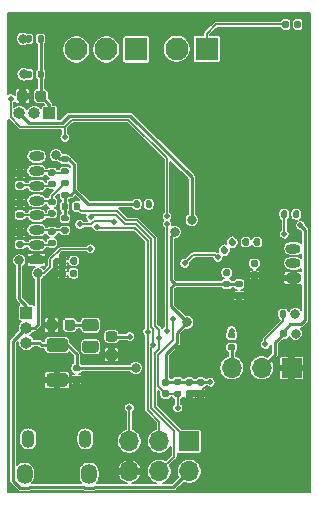
<source format=gbr>
%TF.GenerationSoftware,KiCad,Pcbnew,(5.1.9)-1*%
%TF.CreationDate,2021-05-10T17:37:34+02:00*%
%TF.ProjectId,Driverino,44726976-6572-4696-9e6f-2e6b69636164,rev?*%
%TF.SameCoordinates,Original*%
%TF.FileFunction,Copper,L2,Bot*%
%TF.FilePolarity,Positive*%
%FSLAX46Y46*%
G04 Gerber Fmt 4.6, Leading zero omitted, Abs format (unit mm)*
G04 Created by KiCad (PCBNEW (5.1.9)-1) date 2021-05-10 17:37:34*
%MOMM*%
%LPD*%
G01*
G04 APERTURE LIST*
%TA.AperFunction,ComponentPad*%
%ADD10O,1.000000X1.000000*%
%TD*%
%TA.AperFunction,ComponentPad*%
%ADD11R,1.000000X1.000000*%
%TD*%
%TA.AperFunction,ComponentPad*%
%ADD12R,1.700000X1.700000*%
%TD*%
%TA.AperFunction,ComponentPad*%
%ADD13O,1.700000X1.700000*%
%TD*%
%TA.AperFunction,ComponentPad*%
%ADD14R,1.950000X1.950000*%
%TD*%
%TA.AperFunction,ComponentPad*%
%ADD15C,1.950000*%
%TD*%
%TA.AperFunction,ComponentPad*%
%ADD16C,0.400000*%
%TD*%
%TA.AperFunction,ComponentPad*%
%ADD17O,1.100000X1.500000*%
%TD*%
%TA.AperFunction,ComponentPad*%
%ADD18O,1.350000X1.700000*%
%TD*%
%TA.AperFunction,ComponentPad*%
%ADD19O,1.300000X0.800000*%
%TD*%
%TA.AperFunction,ViaPad*%
%ADD20C,0.500000*%
%TD*%
%TA.AperFunction,ViaPad*%
%ADD21C,0.800000*%
%TD*%
%TA.AperFunction,Conductor*%
%ADD22C,0.250000*%
%TD*%
%TA.AperFunction,Conductor*%
%ADD23C,0.150000*%
%TD*%
%TA.AperFunction,Conductor*%
%ADD24C,0.127000*%
%TD*%
%TA.AperFunction,Conductor*%
%ADD25C,0.100000*%
%TD*%
G04 APERTURE END LIST*
D10*
%TO.P,JP2,3*%
%TO.N,+5V*%
X133159500Y-84709000D03*
%TO.P,JP2,2*%
%TO.N,Net-(JP2-Pad2)*%
X134429500Y-84709000D03*
D11*
%TO.P,JP2,1*%
%TO.N,+3.3V*%
X135699500Y-84709000D03*
%TD*%
D10*
%TO.P,JP1,3*%
%TO.N,VBUS*%
X133750000Y-104120000D03*
%TO.P,JP1,2*%
%TO.N,VCC*%
X133750000Y-102850000D03*
D11*
%TO.P,JP1,1*%
%TO.N,+5V*%
X133750000Y-101580000D03*
%TD*%
D12*
%TO.P,P2,1*%
%TO.N,/ARDUINO-MICRO/MISO*%
X147540000Y-112480000D03*
D13*
%TO.P,P2,2*%
%TO.N,VCC*%
X147540000Y-115020000D03*
%TO.P,P2,3*%
%TO.N,/ARDUINO-MICRO/SCK*%
X145000000Y-112480000D03*
%TO.P,P2,4*%
%TO.N,/ARDUINO-MICRO/MOSI*%
X145000000Y-115020000D03*
%TO.P,P2,5*%
%TO.N,/ARDUINO-MICRO/RESET*%
X142460000Y-112480000D03*
%TO.P,P2,6*%
%TO.N,GND*%
X142460000Y-115020000D03*
%TD*%
D14*
%TO.P,P7,1*%
%TO.N,/DRIVER/U*%
X143040000Y-79300000D03*
D15*
%TO.P,P7,2*%
%TO.N,/DRIVER/V*%
X140500000Y-79300000D03*
%TO.P,P7,3*%
%TO.N,/DRIVER/W*%
X137960000Y-79300000D03*
%TD*%
D16*
%TO.P,U3,41*%
%TO.N,GND*%
X139875000Y-89000000D03*
X141125000Y-89000000D03*
X142100000Y-89000000D03*
X138900000Y-89000000D03*
X139875000Y-90350000D03*
X141125000Y-90350000D03*
X142100000Y-90350000D03*
X138900000Y-90350000D03*
X139875000Y-91600000D03*
X141125000Y-91600000D03*
X139875000Y-87650000D03*
X141125000Y-87650000D03*
X142100000Y-87650000D03*
X138900000Y-87650000D03*
X139875000Y-86400000D03*
X141125000Y-86400000D03*
%TD*%
%TO.P,C1,2*%
%TO.N,VCC*%
%TA.AperFunction,SMDPad,CuDef*%
G36*
G01*
X147720000Y-107750000D02*
X147380000Y-107750000D01*
G75*
G02*
X147240000Y-107610000I0J140000D01*
G01*
X147240000Y-107330000D01*
G75*
G02*
X147380000Y-107190000I140000J0D01*
G01*
X147720000Y-107190000D01*
G75*
G02*
X147860000Y-107330000I0J-140000D01*
G01*
X147860000Y-107610000D01*
G75*
G02*
X147720000Y-107750000I-140000J0D01*
G01*
G37*
%TD.AperFunction*%
%TO.P,C1,1*%
%TO.N,GND*%
%TA.AperFunction,SMDPad,CuDef*%
G36*
G01*
X147720000Y-108710000D02*
X147380000Y-108710000D01*
G75*
G02*
X147240000Y-108570000I0J140000D01*
G01*
X147240000Y-108290000D01*
G75*
G02*
X147380000Y-108150000I140000J0D01*
G01*
X147720000Y-108150000D01*
G75*
G02*
X147860000Y-108290000I0J-140000D01*
G01*
X147860000Y-108570000D01*
G75*
G02*
X147720000Y-108710000I-140000J0D01*
G01*
G37*
%TD.AperFunction*%
%TD*%
%TO.P,C2,2*%
%TO.N,VCC*%
%TA.AperFunction,SMDPad,CuDef*%
G36*
G01*
X148670000Y-107750000D02*
X148330000Y-107750000D01*
G75*
G02*
X148190000Y-107610000I0J140000D01*
G01*
X148190000Y-107330000D01*
G75*
G02*
X148330000Y-107190000I140000J0D01*
G01*
X148670000Y-107190000D01*
G75*
G02*
X148810000Y-107330000I0J-140000D01*
G01*
X148810000Y-107610000D01*
G75*
G02*
X148670000Y-107750000I-140000J0D01*
G01*
G37*
%TD.AperFunction*%
%TO.P,C2,1*%
%TO.N,GND*%
%TA.AperFunction,SMDPad,CuDef*%
G36*
G01*
X148670000Y-108710000D02*
X148330000Y-108710000D01*
G75*
G02*
X148190000Y-108570000I0J140000D01*
G01*
X148190000Y-108290000D01*
G75*
G02*
X148330000Y-108150000I140000J0D01*
G01*
X148670000Y-108150000D01*
G75*
G02*
X148810000Y-108290000I0J-140000D01*
G01*
X148810000Y-108570000D01*
G75*
G02*
X148670000Y-108710000I-140000J0D01*
G01*
G37*
%TD.AperFunction*%
%TD*%
%TO.P,C3,2*%
%TO.N,Net-(C3-Pad2)*%
%TA.AperFunction,SMDPad,CuDef*%
G36*
G01*
X136975000Y-102887500D02*
X136975000Y-102387500D01*
G75*
G02*
X137200000Y-102162500I225000J0D01*
G01*
X137650000Y-102162500D01*
G75*
G02*
X137875000Y-102387500I0J-225000D01*
G01*
X137875000Y-102887500D01*
G75*
G02*
X137650000Y-103112500I-225000J0D01*
G01*
X137200000Y-103112500D01*
G75*
G02*
X136975000Y-102887500I0J225000D01*
G01*
G37*
%TD.AperFunction*%
%TO.P,C3,1*%
%TO.N,GND*%
%TA.AperFunction,SMDPad,CuDef*%
G36*
G01*
X135425000Y-102887500D02*
X135425000Y-102387500D01*
G75*
G02*
X135650000Y-102162500I225000J0D01*
G01*
X136100000Y-102162500D01*
G75*
G02*
X136325000Y-102387500I0J-225000D01*
G01*
X136325000Y-102887500D01*
G75*
G02*
X136100000Y-103112500I-225000J0D01*
G01*
X135650000Y-103112500D01*
G75*
G02*
X135425000Y-102887500I0J225000D01*
G01*
G37*
%TD.AperFunction*%
%TD*%
%TO.P,C4,1*%
%TO.N,GND*%
%TA.AperFunction,SMDPad,CuDef*%
G36*
G01*
X141200000Y-105600000D02*
X140700000Y-105600000D01*
G75*
G02*
X140475000Y-105375000I0J225000D01*
G01*
X140475000Y-104925000D01*
G75*
G02*
X140700000Y-104700000I225000J0D01*
G01*
X141200000Y-104700000D01*
G75*
G02*
X141425000Y-104925000I0J-225000D01*
G01*
X141425000Y-105375000D01*
G75*
G02*
X141200000Y-105600000I-225000J0D01*
G01*
G37*
%TD.AperFunction*%
%TO.P,C4,2*%
%TO.N,Net-(C4-Pad2)*%
%TA.AperFunction,SMDPad,CuDef*%
G36*
G01*
X141200000Y-104050000D02*
X140700000Y-104050000D01*
G75*
G02*
X140475000Y-103825000I0J225000D01*
G01*
X140475000Y-103375000D01*
G75*
G02*
X140700000Y-103150000I225000J0D01*
G01*
X141200000Y-103150000D01*
G75*
G02*
X141425000Y-103375000I0J-225000D01*
G01*
X141425000Y-103825000D01*
G75*
G02*
X141200000Y-104050000I-225000J0D01*
G01*
G37*
%TD.AperFunction*%
%TD*%
%TO.P,C5,1*%
%TO.N,VCC*%
%TA.AperFunction,SMDPad,CuDef*%
G36*
G01*
X151580000Y-98875000D02*
X151920000Y-98875000D01*
G75*
G02*
X152060000Y-99015000I0J-140000D01*
G01*
X152060000Y-99295000D01*
G75*
G02*
X151920000Y-99435000I-140000J0D01*
G01*
X151580000Y-99435000D01*
G75*
G02*
X151440000Y-99295000I0J140000D01*
G01*
X151440000Y-99015000D01*
G75*
G02*
X151580000Y-98875000I140000J0D01*
G01*
G37*
%TD.AperFunction*%
%TO.P,C5,2*%
%TO.N,GND*%
%TA.AperFunction,SMDPad,CuDef*%
G36*
G01*
X151580000Y-99835000D02*
X151920000Y-99835000D01*
G75*
G02*
X152060000Y-99975000I0J-140000D01*
G01*
X152060000Y-100255000D01*
G75*
G02*
X151920000Y-100395000I-140000J0D01*
G01*
X151580000Y-100395000D01*
G75*
G02*
X151440000Y-100255000I0J140000D01*
G01*
X151440000Y-99975000D01*
G75*
G02*
X151580000Y-99835000I140000J0D01*
G01*
G37*
%TD.AperFunction*%
%TD*%
%TO.P,C6,1*%
%TO.N,GND*%
%TA.AperFunction,SMDPad,CuDef*%
G36*
G01*
X136515000Y-97370000D02*
X136515000Y-97030000D01*
G75*
G02*
X136655000Y-96890000I140000J0D01*
G01*
X136935000Y-96890000D01*
G75*
G02*
X137075000Y-97030000I0J-140000D01*
G01*
X137075000Y-97370000D01*
G75*
G02*
X136935000Y-97510000I-140000J0D01*
G01*
X136655000Y-97510000D01*
G75*
G02*
X136515000Y-97370000I0J140000D01*
G01*
G37*
%TD.AperFunction*%
%TO.P,C6,2*%
%TO.N,/ARDUINO-MICRO/A0*%
%TA.AperFunction,SMDPad,CuDef*%
G36*
G01*
X137475000Y-97370000D02*
X137475000Y-97030000D01*
G75*
G02*
X137615000Y-96890000I140000J0D01*
G01*
X137895000Y-96890000D01*
G75*
G02*
X138035000Y-97030000I0J-140000D01*
G01*
X138035000Y-97370000D01*
G75*
G02*
X137895000Y-97510000I-140000J0D01*
G01*
X137615000Y-97510000D01*
G75*
G02*
X137475000Y-97370000I0J140000D01*
G01*
G37*
%TD.AperFunction*%
%TD*%
%TO.P,C7,1*%
%TO.N,Net-(C7-Pad1)*%
%TA.AperFunction,SMDPad,CuDef*%
G36*
G01*
X152880000Y-97140000D02*
X153220000Y-97140000D01*
G75*
G02*
X153360000Y-97280000I0J-140000D01*
G01*
X153360000Y-97560000D01*
G75*
G02*
X153220000Y-97700000I-140000J0D01*
G01*
X152880000Y-97700000D01*
G75*
G02*
X152740000Y-97560000I0J140000D01*
G01*
X152740000Y-97280000D01*
G75*
G02*
X152880000Y-97140000I140000J0D01*
G01*
G37*
%TD.AperFunction*%
%TO.P,C7,2*%
%TO.N,GND*%
%TA.AperFunction,SMDPad,CuDef*%
G36*
G01*
X152880000Y-98100000D02*
X153220000Y-98100000D01*
G75*
G02*
X153360000Y-98240000I0J-140000D01*
G01*
X153360000Y-98520000D01*
G75*
G02*
X153220000Y-98660000I-140000J0D01*
G01*
X152880000Y-98660000D01*
G75*
G02*
X152740000Y-98520000I0J140000D01*
G01*
X152740000Y-98240000D01*
G75*
G02*
X152880000Y-98100000I140000J0D01*
G01*
G37*
%TD.AperFunction*%
%TD*%
%TO.P,C9,1*%
%TO.N,VCC*%
%TA.AperFunction,SMDPad,CuDef*%
G36*
G01*
X150870000Y-99435000D02*
X150530000Y-99435000D01*
G75*
G02*
X150390000Y-99295000I0J140000D01*
G01*
X150390000Y-99015000D01*
G75*
G02*
X150530000Y-98875000I140000J0D01*
G01*
X150870000Y-98875000D01*
G75*
G02*
X151010000Y-99015000I0J-140000D01*
G01*
X151010000Y-99295000D01*
G75*
G02*
X150870000Y-99435000I-140000J0D01*
G01*
G37*
%TD.AperFunction*%
%TO.P,C9,2*%
%TO.N,Net-(C9-Pad2)*%
%TA.AperFunction,SMDPad,CuDef*%
G36*
G01*
X150870000Y-98475000D02*
X150530000Y-98475000D01*
G75*
G02*
X150390000Y-98335000I0J140000D01*
G01*
X150390000Y-98055000D01*
G75*
G02*
X150530000Y-97915000I140000J0D01*
G01*
X150870000Y-97915000D01*
G75*
G02*
X151010000Y-98055000I0J-140000D01*
G01*
X151010000Y-98335000D01*
G75*
G02*
X150870000Y-98475000I-140000J0D01*
G01*
G37*
%TD.AperFunction*%
%TD*%
%TO.P,C12,1*%
%TO.N,Net-(C12-Pad1)*%
%TA.AperFunction,SMDPad,CuDef*%
G36*
G01*
X152040000Y-95770000D02*
X152040000Y-95430000D01*
G75*
G02*
X152180000Y-95290000I140000J0D01*
G01*
X152460000Y-95290000D01*
G75*
G02*
X152600000Y-95430000I0J-140000D01*
G01*
X152600000Y-95770000D01*
G75*
G02*
X152460000Y-95910000I-140000J0D01*
G01*
X152180000Y-95910000D01*
G75*
G02*
X152040000Y-95770000I0J140000D01*
G01*
G37*
%TD.AperFunction*%
%TO.P,C12,2*%
%TO.N,Net-(C12-Pad2)*%
%TA.AperFunction,SMDPad,CuDef*%
G36*
G01*
X153000000Y-95770000D02*
X153000000Y-95430000D01*
G75*
G02*
X153140000Y-95290000I140000J0D01*
G01*
X153420000Y-95290000D01*
G75*
G02*
X153560000Y-95430000I0J-140000D01*
G01*
X153560000Y-95770000D01*
G75*
G02*
X153420000Y-95910000I-140000J0D01*
G01*
X153140000Y-95910000D01*
G75*
G02*
X153000000Y-95770000I0J140000D01*
G01*
G37*
%TD.AperFunction*%
%TD*%
%TO.P,C13,2*%
%TO.N,Net-(C13-Pad2)*%
%TA.AperFunction,SMDPad,CuDef*%
G36*
G01*
X151111629Y-95928787D02*
X150871213Y-95688371D01*
G75*
G02*
X150871213Y-95490381I98995J98995D01*
G01*
X151069203Y-95292391D01*
G75*
G02*
X151267193Y-95292391I98995J-98995D01*
G01*
X151507609Y-95532807D01*
G75*
G02*
X151507609Y-95730797I-98995J-98995D01*
G01*
X151309619Y-95928787D01*
G75*
G02*
X151111629Y-95928787I-98995J98995D01*
G01*
G37*
%TD.AperFunction*%
%TO.P,C13,1*%
%TO.N,Net-(C13-Pad1)*%
%TA.AperFunction,SMDPad,CuDef*%
G36*
G01*
X150432807Y-96607609D02*
X150192391Y-96367193D01*
G75*
G02*
X150192391Y-96169203I98995J98995D01*
G01*
X150390381Y-95971213D01*
G75*
G02*
X150588371Y-95971213I98995J-98995D01*
G01*
X150828787Y-96211629D01*
G75*
G02*
X150828787Y-96409619I-98995J-98995D01*
G01*
X150630797Y-96607609D01*
G75*
G02*
X150432807Y-96607609I-98995J98995D01*
G01*
G37*
%TD.AperFunction*%
%TD*%
%TO.P,C14,2*%
%TO.N,/ARDUINO-MICRO/A3*%
%TA.AperFunction,SMDPad,CuDef*%
G36*
G01*
X137450000Y-98420000D02*
X137450000Y-98080000D01*
G75*
G02*
X137590000Y-97940000I140000J0D01*
G01*
X137870000Y-97940000D01*
G75*
G02*
X138010000Y-98080000I0J-140000D01*
G01*
X138010000Y-98420000D01*
G75*
G02*
X137870000Y-98560000I-140000J0D01*
G01*
X137590000Y-98560000D01*
G75*
G02*
X137450000Y-98420000I0J140000D01*
G01*
G37*
%TD.AperFunction*%
%TO.P,C14,1*%
%TO.N,GND*%
%TA.AperFunction,SMDPad,CuDef*%
G36*
G01*
X136490000Y-98420000D02*
X136490000Y-98080000D01*
G75*
G02*
X136630000Y-97940000I140000J0D01*
G01*
X136910000Y-97940000D01*
G75*
G02*
X137050000Y-98080000I0J-140000D01*
G01*
X137050000Y-98420000D01*
G75*
G02*
X136910000Y-98560000I-140000J0D01*
G01*
X136630000Y-98560000D01*
G75*
G02*
X136490000Y-98420000I0J140000D01*
G01*
G37*
%TD.AperFunction*%
%TD*%
%TO.P,C15,1*%
%TO.N,GND*%
%TA.AperFunction,SMDPad,CuDef*%
G36*
G01*
X137000001Y-107850000D02*
X135699999Y-107850000D01*
G75*
G02*
X135450000Y-107600001I0J249999D01*
G01*
X135450000Y-106949999D01*
G75*
G02*
X135699999Y-106700000I249999J0D01*
G01*
X137000001Y-106700000D01*
G75*
G02*
X137250000Y-106949999I0J-249999D01*
G01*
X137250000Y-107600001D01*
G75*
G02*
X137000001Y-107850000I-249999J0D01*
G01*
G37*
%TD.AperFunction*%
%TO.P,C15,2*%
%TO.N,VBUS*%
%TA.AperFunction,SMDPad,CuDef*%
G36*
G01*
X137000001Y-104900000D02*
X135699999Y-104900000D01*
G75*
G02*
X135450000Y-104650001I0J249999D01*
G01*
X135450000Y-103999999D01*
G75*
G02*
X135699999Y-103750000I249999J0D01*
G01*
X137000001Y-103750000D01*
G75*
G02*
X137250000Y-103999999I0J-249999D01*
G01*
X137250000Y-104650001D01*
G75*
G02*
X137000001Y-104900000I-249999J0D01*
G01*
G37*
%TD.AperFunction*%
%TD*%
%TO.P,C16,2*%
%TO.N,VBUS*%
%TA.AperFunction,SMDPad,CuDef*%
G36*
G01*
X138170000Y-106550000D02*
X137830000Y-106550000D01*
G75*
G02*
X137690000Y-106410000I0J140000D01*
G01*
X137690000Y-106130000D01*
G75*
G02*
X137830000Y-105990000I140000J0D01*
G01*
X138170000Y-105990000D01*
G75*
G02*
X138310000Y-106130000I0J-140000D01*
G01*
X138310000Y-106410000D01*
G75*
G02*
X138170000Y-106550000I-140000J0D01*
G01*
G37*
%TD.AperFunction*%
%TO.P,C16,1*%
%TO.N,GND*%
%TA.AperFunction,SMDPad,CuDef*%
G36*
G01*
X138170000Y-107510000D02*
X137830000Y-107510000D01*
G75*
G02*
X137690000Y-107370000I0J140000D01*
G01*
X137690000Y-107090000D01*
G75*
G02*
X137830000Y-106950000I140000J0D01*
G01*
X138170000Y-106950000D01*
G75*
G02*
X138310000Y-107090000I0J-140000D01*
G01*
X138310000Y-107370000D01*
G75*
G02*
X138170000Y-107510000I-140000J0D01*
G01*
G37*
%TD.AperFunction*%
%TD*%
%TO.P,C23,2*%
%TO.N,+3.3V*%
%TA.AperFunction,SMDPad,CuDef*%
G36*
G01*
X134510000Y-83500000D02*
X134510000Y-83000000D01*
G75*
G02*
X134735000Y-82775000I225000J0D01*
G01*
X135185000Y-82775000D01*
G75*
G02*
X135410000Y-83000000I0J-225000D01*
G01*
X135410000Y-83500000D01*
G75*
G02*
X135185000Y-83725000I-225000J0D01*
G01*
X134735000Y-83725000D01*
G75*
G02*
X134510000Y-83500000I0J225000D01*
G01*
G37*
%TD.AperFunction*%
%TO.P,C23,1*%
%TO.N,GND*%
%TA.AperFunction,SMDPad,CuDef*%
G36*
G01*
X132960000Y-83500000D02*
X132960000Y-83000000D01*
G75*
G02*
X133185000Y-82775000I225000J0D01*
G01*
X133635000Y-82775000D01*
G75*
G02*
X133860000Y-83000000I0J-225000D01*
G01*
X133860000Y-83500000D01*
G75*
G02*
X133635000Y-83725000I-225000J0D01*
G01*
X133185000Y-83725000D01*
G75*
G02*
X132960000Y-83500000I0J225000D01*
G01*
G37*
%TD.AperFunction*%
%TD*%
%TO.P,C24,2*%
%TO.N,/DRIVER/HCN*%
%TA.AperFunction,SMDPad,CuDef*%
G36*
G01*
X135730000Y-95400000D02*
X136070000Y-95400000D01*
G75*
G02*
X136210000Y-95540000I0J-140000D01*
G01*
X136210000Y-95820000D01*
G75*
G02*
X136070000Y-95960000I-140000J0D01*
G01*
X135730000Y-95960000D01*
G75*
G02*
X135590000Y-95820000I0J140000D01*
G01*
X135590000Y-95540000D01*
G75*
G02*
X135730000Y-95400000I140000J0D01*
G01*
G37*
%TD.AperFunction*%
%TO.P,C24,1*%
%TO.N,/DRIVER/HCP*%
%TA.AperFunction,SMDPad,CuDef*%
G36*
G01*
X135730000Y-94440000D02*
X136070000Y-94440000D01*
G75*
G02*
X136210000Y-94580000I0J-140000D01*
G01*
X136210000Y-94860000D01*
G75*
G02*
X136070000Y-95000000I-140000J0D01*
G01*
X135730000Y-95000000D01*
G75*
G02*
X135590000Y-94860000I0J140000D01*
G01*
X135590000Y-94580000D01*
G75*
G02*
X135730000Y-94440000I140000J0D01*
G01*
G37*
%TD.AperFunction*%
%TD*%
%TO.P,C25,1*%
%TO.N,/DRIVER/HBP*%
%TA.AperFunction,SMDPad,CuDef*%
G36*
G01*
X135730000Y-91940000D02*
X136070000Y-91940000D01*
G75*
G02*
X136210000Y-92080000I0J-140000D01*
G01*
X136210000Y-92360000D01*
G75*
G02*
X136070000Y-92500000I-140000J0D01*
G01*
X135730000Y-92500000D01*
G75*
G02*
X135590000Y-92360000I0J140000D01*
G01*
X135590000Y-92080000D01*
G75*
G02*
X135730000Y-91940000I140000J0D01*
G01*
G37*
%TD.AperFunction*%
%TO.P,C25,2*%
%TO.N,/DRIVER/HBN*%
%TA.AperFunction,SMDPad,CuDef*%
G36*
G01*
X135730000Y-92900000D02*
X136070000Y-92900000D01*
G75*
G02*
X136210000Y-93040000I0J-140000D01*
G01*
X136210000Y-93320000D01*
G75*
G02*
X136070000Y-93460000I-140000J0D01*
G01*
X135730000Y-93460000D01*
G75*
G02*
X135590000Y-93320000I0J140000D01*
G01*
X135590000Y-93040000D01*
G75*
G02*
X135730000Y-92900000I140000J0D01*
G01*
G37*
%TD.AperFunction*%
%TD*%
%TO.P,C26,2*%
%TO.N,/DRIVER/HAN*%
%TA.AperFunction,SMDPad,CuDef*%
G36*
G01*
X135730000Y-90400000D02*
X136070000Y-90400000D01*
G75*
G02*
X136210000Y-90540000I0J-140000D01*
G01*
X136210000Y-90820000D01*
G75*
G02*
X136070000Y-90960000I-140000J0D01*
G01*
X135730000Y-90960000D01*
G75*
G02*
X135590000Y-90820000I0J140000D01*
G01*
X135590000Y-90540000D01*
G75*
G02*
X135730000Y-90400000I140000J0D01*
G01*
G37*
%TD.AperFunction*%
%TO.P,C26,1*%
%TO.N,/DRIVER/HAP*%
%TA.AperFunction,SMDPad,CuDef*%
G36*
G01*
X135730000Y-89440000D02*
X136070000Y-89440000D01*
G75*
G02*
X136210000Y-89580000I0J-140000D01*
G01*
X136210000Y-89860000D01*
G75*
G02*
X136070000Y-90000000I-140000J0D01*
G01*
X135730000Y-90000000D01*
G75*
G02*
X135590000Y-89860000I0J140000D01*
G01*
X135590000Y-89580000D01*
G75*
G02*
X135730000Y-89440000I140000J0D01*
G01*
G37*
%TD.AperFunction*%
%TD*%
%TO.P,D1,1*%
%TO.N,VCC*%
%TA.AperFunction,SMDPad,CuDef*%
G36*
G01*
X145352500Y-107170000D02*
X145697500Y-107170000D01*
G75*
G02*
X145845000Y-107317500I0J-147500D01*
G01*
X145845000Y-107612500D01*
G75*
G02*
X145697500Y-107760000I-147500J0D01*
G01*
X145352500Y-107760000D01*
G75*
G02*
X145205000Y-107612500I0J147500D01*
G01*
X145205000Y-107317500D01*
G75*
G02*
X145352500Y-107170000I147500J0D01*
G01*
G37*
%TD.AperFunction*%
%TO.P,D1,2*%
%TO.N,/ARDUINO-MICRO/RESET*%
%TA.AperFunction,SMDPad,CuDef*%
G36*
G01*
X145352500Y-108140000D02*
X145697500Y-108140000D01*
G75*
G02*
X145845000Y-108287500I0J-147500D01*
G01*
X145845000Y-108582500D01*
G75*
G02*
X145697500Y-108730000I-147500J0D01*
G01*
X145352500Y-108730000D01*
G75*
G02*
X145205000Y-108582500I0J147500D01*
G01*
X145205000Y-108287500D01*
G75*
G02*
X145352500Y-108140000I147500J0D01*
G01*
G37*
%TD.AperFunction*%
%TD*%
%TO.P,L1,1*%
%TO.N,VCC*%
%TA.AperFunction,SMDPad,CuDef*%
G36*
G01*
X139612502Y-104975000D02*
X138712498Y-104975000D01*
G75*
G02*
X138462500Y-104725002I0J249998D01*
G01*
X138462500Y-104199998D01*
G75*
G02*
X138712498Y-103950000I249998J0D01*
G01*
X139612502Y-103950000D01*
G75*
G02*
X139862500Y-104199998I0J-249998D01*
G01*
X139862500Y-104725002D01*
G75*
G02*
X139612502Y-104975000I-249998J0D01*
G01*
G37*
%TD.AperFunction*%
%TO.P,L1,2*%
%TO.N,Net-(C3-Pad2)*%
%TA.AperFunction,SMDPad,CuDef*%
G36*
G01*
X139612502Y-103150000D02*
X138712498Y-103150000D01*
G75*
G02*
X138462500Y-102900002I0J249998D01*
G01*
X138462500Y-102374998D01*
G75*
G02*
X138712498Y-102125000I249998J0D01*
G01*
X139612502Y-102125000D01*
G75*
G02*
X139862500Y-102374998I0J-249998D01*
G01*
X139862500Y-102900002D01*
G75*
G02*
X139612502Y-103150000I-249998J0D01*
G01*
G37*
%TD.AperFunction*%
%TD*%
D12*
%TO.P,P1,1*%
%TO.N,GND*%
X156200000Y-106250000D03*
D13*
%TO.P,P1,2*%
%TO.N,+5V*%
X153660000Y-106250000D03*
%TO.P,P1,3*%
%TO.N,/ARDUINO-MICRO/PWM_IN*%
X151120000Y-106250000D03*
%TD*%
D17*
%TO.P,P3,6*%
%TO.N,N/C*%
X133905000Y-112265000D03*
X138745000Y-112265000D03*
D18*
X133595000Y-115265000D03*
X139055000Y-115265000D03*
%TD*%
%TO.P,P4,1*%
%TO.N,GND*%
%TA.AperFunction,ComponentPad*%
G36*
G01*
X156800000Y-99050000D02*
X155900000Y-99050000D01*
G75*
G02*
X155700000Y-98850000I0J200000D01*
G01*
X155700000Y-98450000D01*
G75*
G02*
X155900000Y-98250000I200000J0D01*
G01*
X156800000Y-98250000D01*
G75*
G02*
X157000000Y-98450000I0J-200000D01*
G01*
X157000000Y-98850000D01*
G75*
G02*
X156800000Y-99050000I-200000J0D01*
G01*
G37*
%TD.AperFunction*%
D19*
%TO.P,P4,2*%
%TO.N,/ARDUINO-MICRO/TX_232*%
X156350000Y-97400000D03*
%TO.P,P4,3*%
%TO.N,/ARDUINO-MICRO/RX_232*%
X156350000Y-96150000D03*
%TD*%
D14*
%TO.P,P5,1*%
%TO.N,HT*%
X149000000Y-79250000D03*
D15*
%TO.P,P5,2*%
%TO.N,GNDPWR*%
X146460000Y-79250000D03*
%TD*%
%TO.P,P6,1*%
%TO.N,GND*%
%TA.AperFunction,ComponentPad*%
G36*
G01*
X135050000Y-97500000D02*
X134150000Y-97500000D01*
G75*
G02*
X133950000Y-97300000I0J200000D01*
G01*
X133950000Y-96900000D01*
G75*
G02*
X134150000Y-96700000I200000J0D01*
G01*
X135050000Y-96700000D01*
G75*
G02*
X135250000Y-96900000I0J-200000D01*
G01*
X135250000Y-97300000D01*
G75*
G02*
X135050000Y-97500000I-200000J0D01*
G01*
G37*
%TD.AperFunction*%
D19*
%TO.P,P6,2*%
%TO.N,/DRIVER/HCN*%
X134600000Y-95850000D03*
%TO.P,P6,3*%
%TO.N,/DRIVER/HCP*%
X134600000Y-94600000D03*
%TO.P,P6,4*%
%TO.N,/DRIVER/HBN*%
X134600000Y-93350000D03*
%TO.P,P6,5*%
%TO.N,/DRIVER/HBP*%
X134600000Y-92100000D03*
%TO.P,P6,6*%
%TO.N,/DRIVER/HAN*%
X134600000Y-90850000D03*
%TO.P,P6,7*%
%TO.N,/DRIVER/HAP*%
X134600000Y-89600000D03*
%TO.P,P6,8*%
%TO.N,Net-(JP2-Pad2)*%
X134600000Y-88350000D03*
%TD*%
%TO.P,R1,1*%
%TO.N,VCC*%
%TA.AperFunction,SMDPad,CuDef*%
G36*
G01*
X146365000Y-107170000D02*
X146735000Y-107170000D01*
G75*
G02*
X146870000Y-107305000I0J-135000D01*
G01*
X146870000Y-107575000D01*
G75*
G02*
X146735000Y-107710000I-135000J0D01*
G01*
X146365000Y-107710000D01*
G75*
G02*
X146230000Y-107575000I0J135000D01*
G01*
X146230000Y-107305000D01*
G75*
G02*
X146365000Y-107170000I135000J0D01*
G01*
G37*
%TD.AperFunction*%
%TO.P,R1,2*%
%TO.N,/ARDUINO-MICRO/RESET*%
%TA.AperFunction,SMDPad,CuDef*%
G36*
G01*
X146365000Y-108190000D02*
X146735000Y-108190000D01*
G75*
G02*
X146870000Y-108325000I0J-135000D01*
G01*
X146870000Y-108595000D01*
G75*
G02*
X146735000Y-108730000I-135000J0D01*
G01*
X146365000Y-108730000D01*
G75*
G02*
X146230000Y-108595000I0J135000D01*
G01*
X146230000Y-108325000D01*
G75*
G02*
X146365000Y-108190000I135000J0D01*
G01*
G37*
%TD.AperFunction*%
%TD*%
%TO.P,R2,1*%
%TO.N,/ARDUINO-MICRO/CS1*%
%TA.AperFunction,SMDPad,CuDef*%
G36*
G01*
X155210000Y-101885000D02*
X155210000Y-101515000D01*
G75*
G02*
X155345000Y-101380000I135000J0D01*
G01*
X155615000Y-101380000D01*
G75*
G02*
X155750000Y-101515000I0J-135000D01*
G01*
X155750000Y-101885000D01*
G75*
G02*
X155615000Y-102020000I-135000J0D01*
G01*
X155345000Y-102020000D01*
G75*
G02*
X155210000Y-101885000I0J135000D01*
G01*
G37*
%TD.AperFunction*%
%TO.P,R2,2*%
%TO.N,Net-(D2-Pad2)*%
%TA.AperFunction,SMDPad,CuDef*%
G36*
G01*
X156230000Y-101885000D02*
X156230000Y-101515000D01*
G75*
G02*
X156365000Y-101380000I135000J0D01*
G01*
X156635000Y-101380000D01*
G75*
G02*
X156770000Y-101515000I0J-135000D01*
G01*
X156770000Y-101885000D01*
G75*
G02*
X156635000Y-102020000I-135000J0D01*
G01*
X156365000Y-102020000D01*
G75*
G02*
X156230000Y-101885000I0J135000D01*
G01*
G37*
%TD.AperFunction*%
%TD*%
%TO.P,R3,1*%
%TO.N,/ARDUINO-MICRO/TX_LED*%
%TA.AperFunction,SMDPad,CuDef*%
G36*
G01*
X155297500Y-93435000D02*
X155297500Y-93065000D01*
G75*
G02*
X155432500Y-92930000I135000J0D01*
G01*
X155702500Y-92930000D01*
G75*
G02*
X155837500Y-93065000I0J-135000D01*
G01*
X155837500Y-93435000D01*
G75*
G02*
X155702500Y-93570000I-135000J0D01*
G01*
X155432500Y-93570000D01*
G75*
G02*
X155297500Y-93435000I0J135000D01*
G01*
G37*
%TD.AperFunction*%
%TO.P,R3,2*%
%TO.N,Net-(D3-Pad2)*%
%TA.AperFunction,SMDPad,CuDef*%
G36*
G01*
X156317500Y-93435000D02*
X156317500Y-93065000D01*
G75*
G02*
X156452500Y-92930000I135000J0D01*
G01*
X156722500Y-92930000D01*
G75*
G02*
X156857500Y-93065000I0J-135000D01*
G01*
X156857500Y-93435000D01*
G75*
G02*
X156722500Y-93570000I-135000J0D01*
G01*
X156452500Y-93570000D01*
G75*
G02*
X156317500Y-93435000I0J135000D01*
G01*
G37*
%TD.AperFunction*%
%TD*%
%TO.P,R11,2*%
%TO.N,/ARDUINO-MICRO/D4*%
%TA.AperFunction,SMDPad,CuDef*%
G36*
G01*
X151305000Y-103760000D02*
X150935000Y-103760000D01*
G75*
G02*
X150800000Y-103625000I0J135000D01*
G01*
X150800000Y-103355000D01*
G75*
G02*
X150935000Y-103220000I135000J0D01*
G01*
X151305000Y-103220000D01*
G75*
G02*
X151440000Y-103355000I0J-135000D01*
G01*
X151440000Y-103625000D01*
G75*
G02*
X151305000Y-103760000I-135000J0D01*
G01*
G37*
%TD.AperFunction*%
%TO.P,R11,1*%
%TO.N,/ARDUINO-MICRO/PWM_IN*%
%TA.AperFunction,SMDPad,CuDef*%
G36*
G01*
X151305000Y-104780000D02*
X150935000Y-104780000D01*
G75*
G02*
X150800000Y-104645000I0J135000D01*
G01*
X150800000Y-104375000D01*
G75*
G02*
X150935000Y-104240000I135000J0D01*
G01*
X151305000Y-104240000D01*
G75*
G02*
X151440000Y-104375000I0J-135000D01*
G01*
X151440000Y-104645000D01*
G75*
G02*
X151305000Y-104780000I-135000J0D01*
G01*
G37*
%TD.AperFunction*%
%TD*%
%TO.P,R18,2*%
%TO.N,Net-(D5-Pad2)*%
%TA.AperFunction,SMDPad,CuDef*%
G36*
G01*
X134210000Y-78215000D02*
X134210000Y-78585000D01*
G75*
G02*
X134075000Y-78720000I-135000J0D01*
G01*
X133805000Y-78720000D01*
G75*
G02*
X133670000Y-78585000I0J135000D01*
G01*
X133670000Y-78215000D01*
G75*
G02*
X133805000Y-78080000I135000J0D01*
G01*
X134075000Y-78080000D01*
G75*
G02*
X134210000Y-78215000I0J-135000D01*
G01*
G37*
%TD.AperFunction*%
%TO.P,R18,1*%
%TO.N,+3.3V*%
%TA.AperFunction,SMDPad,CuDef*%
G36*
G01*
X135230000Y-78215000D02*
X135230000Y-78585000D01*
G75*
G02*
X135095000Y-78720000I-135000J0D01*
G01*
X134825000Y-78720000D01*
G75*
G02*
X134690000Y-78585000I0J135000D01*
G01*
X134690000Y-78215000D01*
G75*
G02*
X134825000Y-78080000I135000J0D01*
G01*
X135095000Y-78080000D01*
G75*
G02*
X135230000Y-78215000I0J-135000D01*
G01*
G37*
%TD.AperFunction*%
%TD*%
%TO.P,R19,2*%
%TO.N,Net-(D6-Pad2)*%
%TA.AperFunction,SMDPad,CuDef*%
G36*
G01*
X156267500Y-103535000D02*
X156267500Y-103165000D01*
G75*
G02*
X156402500Y-103030000I135000J0D01*
G01*
X156672500Y-103030000D01*
G75*
G02*
X156807500Y-103165000I0J-135000D01*
G01*
X156807500Y-103535000D01*
G75*
G02*
X156672500Y-103670000I-135000J0D01*
G01*
X156402500Y-103670000D01*
G75*
G02*
X156267500Y-103535000I0J135000D01*
G01*
G37*
%TD.AperFunction*%
%TO.P,R19,1*%
%TO.N,+5V*%
%TA.AperFunction,SMDPad,CuDef*%
G36*
G01*
X155247500Y-103535000D02*
X155247500Y-103165000D01*
G75*
G02*
X155382500Y-103030000I135000J0D01*
G01*
X155652500Y-103030000D01*
G75*
G02*
X155787500Y-103165000I0J-135000D01*
G01*
X155787500Y-103535000D01*
G75*
G02*
X155652500Y-103670000I-135000J0D01*
G01*
X155382500Y-103670000D01*
G75*
G02*
X155247500Y-103535000I0J135000D01*
G01*
G37*
%TD.AperFunction*%
%TD*%
%TO.P,R20,1*%
%TO.N,HT*%
%TA.AperFunction,SMDPad,CuDef*%
G36*
G01*
X155420000Y-77360000D02*
X155420000Y-76990000D01*
G75*
G02*
X155555000Y-76855000I135000J0D01*
G01*
X155825000Y-76855000D01*
G75*
G02*
X155960000Y-76990000I0J-135000D01*
G01*
X155960000Y-77360000D01*
G75*
G02*
X155825000Y-77495000I-135000J0D01*
G01*
X155555000Y-77495000D01*
G75*
G02*
X155420000Y-77360000I0J135000D01*
G01*
G37*
%TD.AperFunction*%
%TO.P,R20,2*%
%TO.N,Net-(D7-Pad2)*%
%TA.AperFunction,SMDPad,CuDef*%
G36*
G01*
X156440000Y-77360000D02*
X156440000Y-76990000D01*
G75*
G02*
X156575000Y-76855000I135000J0D01*
G01*
X156845000Y-76855000D01*
G75*
G02*
X156980000Y-76990000I0J-135000D01*
G01*
X156980000Y-77360000D01*
G75*
G02*
X156845000Y-77495000I-135000J0D01*
G01*
X156575000Y-77495000D01*
G75*
G02*
X156440000Y-77360000I0J135000D01*
G01*
G37*
%TD.AperFunction*%
%TD*%
%TO.P,R21,2*%
%TO.N,Net-(D8-Pad2)*%
%TA.AperFunction,SMDPad,CuDef*%
G36*
G01*
X134210000Y-81215000D02*
X134210000Y-81585000D01*
G75*
G02*
X134075000Y-81720000I-135000J0D01*
G01*
X133805000Y-81720000D01*
G75*
G02*
X133670000Y-81585000I0J135000D01*
G01*
X133670000Y-81215000D01*
G75*
G02*
X133805000Y-81080000I135000J0D01*
G01*
X134075000Y-81080000D01*
G75*
G02*
X134210000Y-81215000I0J-135000D01*
G01*
G37*
%TD.AperFunction*%
%TO.P,R21,1*%
%TO.N,+3.3V*%
%TA.AperFunction,SMDPad,CuDef*%
G36*
G01*
X135230000Y-81215000D02*
X135230000Y-81585000D01*
G75*
G02*
X135095000Y-81720000I-135000J0D01*
G01*
X134825000Y-81720000D01*
G75*
G02*
X134690000Y-81585000I0J135000D01*
G01*
X134690000Y-81215000D01*
G75*
G02*
X134825000Y-81080000I135000J0D01*
G01*
X135095000Y-81080000D01*
G75*
G02*
X135230000Y-81215000I0J-135000D01*
G01*
G37*
%TD.AperFunction*%
%TD*%
%TO.P,R22,2*%
%TO.N,/ARDUINO-MICRO/FGOUT*%
%TA.AperFunction,SMDPad,CuDef*%
G36*
G01*
X143840000Y-92585000D02*
X143840000Y-92215000D01*
G75*
G02*
X143975000Y-92080000I135000J0D01*
G01*
X144245000Y-92080000D01*
G75*
G02*
X144380000Y-92215000I0J-135000D01*
G01*
X144380000Y-92585000D01*
G75*
G02*
X144245000Y-92720000I-135000J0D01*
G01*
X143975000Y-92720000D01*
G75*
G02*
X143840000Y-92585000I0J135000D01*
G01*
G37*
%TD.AperFunction*%
%TO.P,R22,1*%
%TO.N,+3.3V*%
%TA.AperFunction,SMDPad,CuDef*%
G36*
G01*
X142820000Y-92585000D02*
X142820000Y-92215000D01*
G75*
G02*
X142955000Y-92080000I135000J0D01*
G01*
X143225000Y-92080000D01*
G75*
G02*
X143360000Y-92215000I0J-135000D01*
G01*
X143360000Y-92585000D01*
G75*
G02*
X143225000Y-92720000I-135000J0D01*
G01*
X142955000Y-92720000D01*
G75*
G02*
X142820000Y-92585000I0J135000D01*
G01*
G37*
%TD.AperFunction*%
%TD*%
%TO.P,R23,2*%
%TO.N,/ARDUINO-MICRO/MISO*%
%TA.AperFunction,SMDPad,CuDef*%
G36*
G01*
X137740000Y-92785000D02*
X137740000Y-92415000D01*
G75*
G02*
X137875000Y-92280000I135000J0D01*
G01*
X138145000Y-92280000D01*
G75*
G02*
X138280000Y-92415000I0J-135000D01*
G01*
X138280000Y-92785000D01*
G75*
G02*
X138145000Y-92920000I-135000J0D01*
G01*
X137875000Y-92920000D01*
G75*
G02*
X137740000Y-92785000I0J135000D01*
G01*
G37*
%TD.AperFunction*%
%TO.P,R23,1*%
%TO.N,+3.3V*%
%TA.AperFunction,SMDPad,CuDef*%
G36*
G01*
X136720000Y-92785000D02*
X136720000Y-92415000D01*
G75*
G02*
X136855000Y-92280000I135000J0D01*
G01*
X137125000Y-92280000D01*
G75*
G02*
X137260000Y-92415000I0J-135000D01*
G01*
X137260000Y-92785000D01*
G75*
G02*
X137125000Y-92920000I-135000J0D01*
G01*
X136855000Y-92920000D01*
G75*
G02*
X136720000Y-92785000I0J135000D01*
G01*
G37*
%TD.AperFunction*%
%TD*%
%TO.P,R24,1*%
%TO.N,+3.3V*%
%TA.AperFunction,SMDPad,CuDef*%
G36*
G01*
X136815000Y-93320000D02*
X137185000Y-93320000D01*
G75*
G02*
X137320000Y-93455000I0J-135000D01*
G01*
X137320000Y-93725000D01*
G75*
G02*
X137185000Y-93860000I-135000J0D01*
G01*
X136815000Y-93860000D01*
G75*
G02*
X136680000Y-93725000I0J135000D01*
G01*
X136680000Y-93455000D01*
G75*
G02*
X136815000Y-93320000I135000J0D01*
G01*
G37*
%TD.AperFunction*%
%TO.P,R24,2*%
%TO.N,/DRIVER/HCP*%
%TA.AperFunction,SMDPad,CuDef*%
G36*
G01*
X136815000Y-94340000D02*
X137185000Y-94340000D01*
G75*
G02*
X137320000Y-94475000I0J-135000D01*
G01*
X137320000Y-94745000D01*
G75*
G02*
X137185000Y-94880000I-135000J0D01*
G01*
X136815000Y-94880000D01*
G75*
G02*
X136680000Y-94745000I0J135000D01*
G01*
X136680000Y-94475000D01*
G75*
G02*
X136815000Y-94340000I135000J0D01*
G01*
G37*
%TD.AperFunction*%
%TD*%
%TO.P,R25,1*%
%TO.N,/DRIVER/HCN*%
%TA.AperFunction,SMDPad,CuDef*%
G36*
G01*
X133385000Y-96080000D02*
X133015000Y-96080000D01*
G75*
G02*
X132880000Y-95945000I0J135000D01*
G01*
X132880000Y-95675000D01*
G75*
G02*
X133015000Y-95540000I135000J0D01*
G01*
X133385000Y-95540000D01*
G75*
G02*
X133520000Y-95675000I0J-135000D01*
G01*
X133520000Y-95945000D01*
G75*
G02*
X133385000Y-96080000I-135000J0D01*
G01*
G37*
%TD.AperFunction*%
%TO.P,R25,2*%
%TO.N,GND*%
%TA.AperFunction,SMDPad,CuDef*%
G36*
G01*
X133385000Y-95060000D02*
X133015000Y-95060000D01*
G75*
G02*
X132880000Y-94925000I0J135000D01*
G01*
X132880000Y-94655000D01*
G75*
G02*
X133015000Y-94520000I135000J0D01*
G01*
X133385000Y-94520000D01*
G75*
G02*
X133520000Y-94655000I0J-135000D01*
G01*
X133520000Y-94925000D01*
G75*
G02*
X133385000Y-95060000I-135000J0D01*
G01*
G37*
%TD.AperFunction*%
%TD*%
%TO.P,R27,2*%
%TO.N,/DRIVER/HBP*%
%TA.AperFunction,SMDPad,CuDef*%
G36*
G01*
X137185000Y-90860000D02*
X136815000Y-90860000D01*
G75*
G02*
X136680000Y-90725000I0J135000D01*
G01*
X136680000Y-90455000D01*
G75*
G02*
X136815000Y-90320000I135000J0D01*
G01*
X137185000Y-90320000D01*
G75*
G02*
X137320000Y-90455000I0J-135000D01*
G01*
X137320000Y-90725000D01*
G75*
G02*
X137185000Y-90860000I-135000J0D01*
G01*
G37*
%TD.AperFunction*%
%TO.P,R27,1*%
%TO.N,+3.3V*%
%TA.AperFunction,SMDPad,CuDef*%
G36*
G01*
X137185000Y-91880000D02*
X136815000Y-91880000D01*
G75*
G02*
X136680000Y-91745000I0J135000D01*
G01*
X136680000Y-91475000D01*
G75*
G02*
X136815000Y-91340000I135000J0D01*
G01*
X137185000Y-91340000D01*
G75*
G02*
X137320000Y-91475000I0J-135000D01*
G01*
X137320000Y-91745000D01*
G75*
G02*
X137185000Y-91880000I-135000J0D01*
G01*
G37*
%TD.AperFunction*%
%TD*%
%TO.P,R28,2*%
%TO.N,GND*%
%TA.AperFunction,SMDPad,CuDef*%
G36*
G01*
X133385000Y-92560000D02*
X133015000Y-92560000D01*
G75*
G02*
X132880000Y-92425000I0J135000D01*
G01*
X132880000Y-92155000D01*
G75*
G02*
X133015000Y-92020000I135000J0D01*
G01*
X133385000Y-92020000D01*
G75*
G02*
X133520000Y-92155000I0J-135000D01*
G01*
X133520000Y-92425000D01*
G75*
G02*
X133385000Y-92560000I-135000J0D01*
G01*
G37*
%TD.AperFunction*%
%TO.P,R28,1*%
%TO.N,/DRIVER/HBN*%
%TA.AperFunction,SMDPad,CuDef*%
G36*
G01*
X133385000Y-93580000D02*
X133015000Y-93580000D01*
G75*
G02*
X132880000Y-93445000I0J135000D01*
G01*
X132880000Y-93175000D01*
G75*
G02*
X133015000Y-93040000I135000J0D01*
G01*
X133385000Y-93040000D01*
G75*
G02*
X133520000Y-93175000I0J-135000D01*
G01*
X133520000Y-93445000D01*
G75*
G02*
X133385000Y-93580000I-135000J0D01*
G01*
G37*
%TD.AperFunction*%
%TD*%
%TO.P,R29,1*%
%TO.N,+3.3V*%
%TA.AperFunction,SMDPad,CuDef*%
G36*
G01*
X136815000Y-88320000D02*
X137185000Y-88320000D01*
G75*
G02*
X137320000Y-88455000I0J-135000D01*
G01*
X137320000Y-88725000D01*
G75*
G02*
X137185000Y-88860000I-135000J0D01*
G01*
X136815000Y-88860000D01*
G75*
G02*
X136680000Y-88725000I0J135000D01*
G01*
X136680000Y-88455000D01*
G75*
G02*
X136815000Y-88320000I135000J0D01*
G01*
G37*
%TD.AperFunction*%
%TO.P,R29,2*%
%TO.N,/DRIVER/HAP*%
%TA.AperFunction,SMDPad,CuDef*%
G36*
G01*
X136815000Y-89340000D02*
X137185000Y-89340000D01*
G75*
G02*
X137320000Y-89475000I0J-135000D01*
G01*
X137320000Y-89745000D01*
G75*
G02*
X137185000Y-89880000I-135000J0D01*
G01*
X136815000Y-89880000D01*
G75*
G02*
X136680000Y-89745000I0J135000D01*
G01*
X136680000Y-89475000D01*
G75*
G02*
X136815000Y-89340000I135000J0D01*
G01*
G37*
%TD.AperFunction*%
%TD*%
%TO.P,R30,2*%
%TO.N,GND*%
%TA.AperFunction,SMDPad,CuDef*%
G36*
G01*
X133385000Y-90060000D02*
X133015000Y-90060000D01*
G75*
G02*
X132880000Y-89925000I0J135000D01*
G01*
X132880000Y-89655000D01*
G75*
G02*
X133015000Y-89520000I135000J0D01*
G01*
X133385000Y-89520000D01*
G75*
G02*
X133520000Y-89655000I0J-135000D01*
G01*
X133520000Y-89925000D01*
G75*
G02*
X133385000Y-90060000I-135000J0D01*
G01*
G37*
%TD.AperFunction*%
%TO.P,R30,1*%
%TO.N,/DRIVER/HAN*%
%TA.AperFunction,SMDPad,CuDef*%
G36*
G01*
X133385000Y-91080000D02*
X133015000Y-91080000D01*
G75*
G02*
X132880000Y-90945000I0J135000D01*
G01*
X132880000Y-90675000D01*
G75*
G02*
X133015000Y-90540000I135000J0D01*
G01*
X133385000Y-90540000D01*
G75*
G02*
X133520000Y-90675000I0J-135000D01*
G01*
X133520000Y-90945000D01*
G75*
G02*
X133385000Y-91080000I-135000J0D01*
G01*
G37*
%TD.AperFunction*%
%TD*%
D20*
%TO.N,VCC*%
X149300000Y-107470000D03*
X151750000Y-99155000D03*
D21*
X139150000Y-104500000D03*
X146300000Y-94749990D03*
X134725000Y-98250000D03*
D20*
X139162500Y-96175000D03*
D21*
X147350000Y-102400000D03*
D20*
%TO.N,GND*%
X148800000Y-97200000D03*
D21*
%TO.N,Net-(C3-Pad2)*%
X139162500Y-102637500D03*
D20*
%TO.N,Net-(C4-Pad2)*%
X142500000Y-103600000D03*
%TO.N,Net-(C7-Pad1)*%
X153050000Y-97450000D03*
%TO.N,Net-(C9-Pad2)*%
X150700000Y-98200000D03*
%TO.N,Net-(C12-Pad1)*%
X152350000Y-95600000D03*
%TO.N,Net-(C12-Pad2)*%
X153150000Y-95600000D03*
%TO.N,Net-(C13-Pad2)*%
X151200000Y-95600000D03*
%TO.N,Net-(C13-Pad1)*%
X150450000Y-96350000D03*
%TO.N,/ARDUINO-MICRO/A3*%
X137750000Y-98250000D03*
D21*
%TO.N,VBUS*%
X143000000Y-106270000D03*
%TO.N,+3.3V*%
X136249988Y-88250000D03*
D20*
%TO.N,/ARDUINO-MICRO/RESET*%
X142460000Y-109650000D03*
X146550000Y-109650000D03*
X146150000Y-102100000D03*
D21*
%TO.N,Net-(D2-Pad2)*%
X156500000Y-101700000D03*
D20*
%TO.N,Net-(D3-Pad2)*%
X156587500Y-93250000D03*
D21*
%TO.N,Net-(D5-Pad2)*%
X133450000Y-78400000D03*
%TO.N,Net-(D6-Pad2)*%
X156550000Y-103350000D03*
D20*
%TO.N,Net-(D7-Pad2)*%
X156700000Y-77175000D03*
%TO.N,/ARDUINO-MICRO/FAULT*%
X145650000Y-93425000D03*
X137000000Y-86750000D03*
X132425000Y-83464400D03*
D21*
%TO.N,Net-(D8-Pad2)*%
X133512500Y-81400000D03*
%TO.N,+5V*%
X147750000Y-93735000D03*
D20*
X156950000Y-94200000D03*
D21*
X133137500Y-97162500D03*
D20*
%TO.N,/ARDUINO-MICRO/MISO*%
X145000000Y-103700000D03*
X138000000Y-92600000D03*
%TO.N,/ARDUINO-MICRO/SCK*%
X144000000Y-103200000D03*
X139727289Y-94324990D03*
%TO.N,/ARDUINO-MICRO/MOSI*%
X144500000Y-104350000D03*
X139196565Y-93483936D03*
%TO.N,/ARDUINO-MICRO/CS1*%
X153975000Y-104275000D03*
%TO.N,/ARDUINO-MICRO/TX_LED*%
X155565004Y-94925000D03*
%TO.N,/ARDUINO-MICRO/ILIM*%
X138250000Y-94100000D03*
X141200000Y-93900000D03*
%TO.N,/ARDUINO-MICRO/FGOUT*%
X144100000Y-92400000D03*
%TO.N,/ARDUINO-MICRO/D4*%
X145650000Y-103100000D03*
X151120000Y-103100000D03*
X145650000Y-94075000D03*
%TO.N,/ARDUINO-MICRO/RXI*%
X149954025Y-96908057D03*
X147150000Y-97400004D03*
%TO.N,/ARDUINO-MICRO/A0*%
X137785000Y-97200000D03*
%TD*%
D22*
%TO.N,VCC*%
X145580000Y-107470000D02*
X145550000Y-107440000D01*
X146580000Y-107470000D02*
X146550000Y-107440000D01*
X147550000Y-107470000D02*
X146580000Y-107470000D01*
X145550000Y-107440000D02*
X145525000Y-107465000D01*
X146550000Y-107440000D02*
X145550000Y-107440000D01*
X147550000Y-107470000D02*
X148500000Y-107470000D01*
X149300000Y-107470000D02*
X148500000Y-107470000D01*
X151750000Y-99155000D02*
X150700000Y-99155000D01*
X150700000Y-99155000D02*
X146305000Y-99155000D01*
X146305000Y-99155000D02*
X146300000Y-99150000D01*
X133201493Y-116390010D02*
X132644990Y-115833507D01*
X132644990Y-115833507D02*
X132644990Y-103955010D01*
X138646483Y-116375000D02*
X134003517Y-116375000D01*
X138661493Y-116390010D02*
X138646483Y-116375000D01*
X139448507Y-116390010D02*
X138661493Y-116390010D01*
X147540000Y-115020000D02*
X146185000Y-116375000D01*
X139463517Y-116375000D02*
X139448507Y-116390010D01*
X133988507Y-116390010D02*
X133201493Y-116390010D01*
X146185000Y-116375000D02*
X139463517Y-116375000D01*
X134003517Y-116375000D02*
X133988507Y-116390010D01*
X134457106Y-102850000D02*
X134725000Y-102582106D01*
X133750000Y-102850000D02*
X134457106Y-102850000D01*
X134725000Y-102582106D02*
X134725000Y-98250000D01*
X132644990Y-103955010D02*
X133750000Y-102850000D01*
X145550000Y-105100000D02*
X145550000Y-107440000D01*
X146475000Y-104175000D02*
X145550000Y-105100000D01*
X146475000Y-103275000D02*
X146475000Y-104175000D01*
X147350000Y-102400000D02*
X146475000Y-103275000D01*
D23*
X135200000Y-98250000D02*
X134725000Y-98250000D01*
X135775000Y-97079500D02*
X135775000Y-97675000D01*
X136669490Y-96185010D02*
X135775000Y-97079500D01*
X135775000Y-97675000D02*
X135200000Y-98250000D01*
X139152490Y-96185010D02*
X136669490Y-96185010D01*
X139162500Y-96175000D02*
X139152490Y-96185010D01*
D22*
X146300000Y-99150000D02*
X146000000Y-99450000D01*
X146000000Y-99450000D02*
X146000000Y-101050000D01*
X146000000Y-101050000D02*
X147350000Y-102400000D01*
X146300000Y-99150000D02*
X146000000Y-98850000D01*
X146000000Y-98850000D02*
X146000000Y-95049990D01*
X146000000Y-95049990D02*
X146300000Y-94749990D01*
%TO.N,Net-(C3-Pad2)*%
X137425000Y-102637500D02*
X139162500Y-102637500D01*
%TO.N,Net-(C4-Pad2)*%
X140950000Y-103600000D02*
X142500000Y-103600000D01*
%TO.N,VBUS*%
X137995000Y-106275000D02*
X138000000Y-106270000D01*
X138000000Y-106270000D02*
X143000000Y-106270000D01*
X133750000Y-104120000D02*
X134820000Y-104120000D01*
X135025000Y-104325000D02*
X136350000Y-104325000D01*
X134820000Y-104120000D02*
X135025000Y-104325000D01*
X138000000Y-105107000D02*
X137218000Y-104325000D01*
X137218000Y-104325000D02*
X136350000Y-104325000D01*
X138000000Y-106270000D02*
X138000000Y-105107000D01*
D23*
%TO.N,HT*%
X155690000Y-77175000D02*
X149800000Y-77175000D01*
X149000000Y-77975000D02*
X149000000Y-79250000D01*
X149800000Y-77175000D02*
X149000000Y-77975000D01*
D22*
%TO.N,+3.3V*%
X137000000Y-91610000D02*
X137000000Y-92590000D01*
X137320000Y-88590000D02*
X137000000Y-88590000D01*
X137800000Y-89070000D02*
X137320000Y-88590000D01*
X137800000Y-91130000D02*
X137800000Y-89070000D01*
X135025000Y-81465000D02*
X134960000Y-81400000D01*
X136589988Y-88590000D02*
X136249988Y-88250000D01*
X137000000Y-88590000D02*
X136589988Y-88590000D01*
X137000000Y-92610000D02*
X136990000Y-92600000D01*
X137000000Y-93590000D02*
X137000000Y-92610000D01*
X136225000Y-88225012D02*
X136249988Y-88250000D01*
X137800000Y-91225000D02*
X137800000Y-91130000D01*
X143090000Y-92400000D02*
X138975000Y-92400000D01*
X138975000Y-92400000D02*
X137800000Y-91225000D01*
X137800000Y-91300000D02*
X137800000Y-91130000D01*
X137490000Y-91610000D02*
X137800000Y-91300000D01*
X137000000Y-91610000D02*
X137490000Y-91610000D01*
X134960000Y-78400000D02*
X134960000Y-81400000D01*
X134960000Y-81400000D02*
X134960000Y-83250000D01*
X135699500Y-83989500D02*
X134960000Y-83250000D01*
X135699500Y-84709000D02*
X135699500Y-83989500D01*
D23*
%TO.N,/DRIVER/HCN*%
X135730000Y-95850000D02*
X135900000Y-95680000D01*
X134600000Y-95850000D02*
X135730000Y-95850000D01*
X134560000Y-95810000D02*
X134600000Y-95850000D01*
X133200000Y-95810000D02*
X134560000Y-95810000D01*
%TO.N,/DRIVER/HCP*%
X135980000Y-94600000D02*
X136100000Y-94720000D01*
X135780000Y-94600000D02*
X135900000Y-94720000D01*
X134600000Y-94600000D02*
X135780000Y-94600000D01*
X136020000Y-94600000D02*
X135900000Y-94720000D01*
X136890000Y-94600000D02*
X136020000Y-94600000D01*
%TO.N,/DRIVER/HBP*%
X135980000Y-92100000D02*
X136100000Y-92220000D01*
X134600000Y-92100000D02*
X135980000Y-92100000D01*
X135780000Y-92100000D02*
X135900000Y-92220000D01*
X134600000Y-92100000D02*
X135780000Y-92100000D01*
X135900000Y-91690000D02*
X137000000Y-90590000D01*
X135900000Y-92220000D02*
X135900000Y-91690000D01*
%TO.N,/DRIVER/HBN*%
X135930000Y-93350000D02*
X136100000Y-93180000D01*
X134600000Y-93350000D02*
X135930000Y-93350000D01*
X134560000Y-93310000D02*
X134600000Y-93350000D01*
X133200000Y-93310000D02*
X134560000Y-93310000D01*
X135730000Y-93350000D02*
X135900000Y-93180000D01*
X134600000Y-93350000D02*
X135730000Y-93350000D01*
%TO.N,/DRIVER/HAN*%
X135830000Y-90850000D02*
X136000000Y-90680000D01*
X134600000Y-90850000D02*
X135830000Y-90850000D01*
X134560000Y-90810000D02*
X134600000Y-90850000D01*
X133200000Y-90810000D02*
X134560000Y-90810000D01*
%TO.N,/DRIVER/HAP*%
X135880000Y-89600000D02*
X136000000Y-89720000D01*
X134600000Y-89600000D02*
X135880000Y-89600000D01*
X135780000Y-89600000D02*
X135900000Y-89720000D01*
X134600000Y-89600000D02*
X135780000Y-89600000D01*
X136890000Y-89720000D02*
X137000000Y-89610000D01*
X135900000Y-89720000D02*
X136890000Y-89720000D01*
%TO.N,/ARDUINO-MICRO/RESET*%
X145550000Y-108460000D02*
X145525000Y-108435000D01*
X146550000Y-108460000D02*
X145550000Y-108460000D01*
X146550000Y-109650000D02*
X146550000Y-108460000D01*
X142460000Y-112480000D02*
X142460000Y-109650000D01*
X145525000Y-108435000D02*
X144900000Y-107810000D01*
X144900000Y-107810000D02*
X144900000Y-105150000D01*
X146124990Y-103130020D02*
X146150000Y-103105010D01*
X144900000Y-105150000D02*
X146124989Y-103925011D01*
X146150000Y-103105010D02*
X146150000Y-102100000D01*
X146124989Y-103925011D02*
X146124990Y-103130020D01*
D22*
%TO.N,Net-(D5-Pad2)*%
X133450000Y-78400000D02*
X133940000Y-78400000D01*
D23*
%TO.N,/ARDUINO-MICRO/FAULT*%
X145650000Y-88525000D02*
X145650000Y-93425000D01*
X142375000Y-85250000D02*
X145650000Y-88525000D01*
X137574000Y-85250000D02*
X142375000Y-85250000D01*
X136972000Y-85852000D02*
X137574000Y-85250000D01*
X133223000Y-85852000D02*
X136972000Y-85852000D01*
X137000000Y-85880000D02*
X136972000Y-85852000D01*
X137000000Y-86750000D02*
X137000000Y-85880000D01*
X132425000Y-85054000D02*
X133223000Y-85852000D01*
X132425000Y-83883500D02*
X132425000Y-85054000D01*
X132425000Y-83883500D02*
X132425000Y-83464400D01*
D22*
%TO.N,Net-(D8-Pad2)*%
X133940000Y-81400000D02*
X133512500Y-81400000D01*
%TO.N,+5V*%
X133750000Y-101580000D02*
X133750000Y-101000000D01*
X133137500Y-100387500D02*
X133750000Y-101000000D01*
X133137500Y-97162500D02*
X133137500Y-100387500D01*
X154775000Y-104101800D02*
X155517500Y-103359300D01*
X154775000Y-105135000D02*
X154775000Y-104101800D01*
X155517500Y-103359300D02*
X155517500Y-103350000D01*
X153660000Y-106250000D02*
X154775000Y-105135000D01*
X157350000Y-94600000D02*
X156950000Y-94200000D01*
X157025000Y-102550000D02*
X157350000Y-102225000D01*
X157350000Y-102225000D02*
X157350000Y-94600000D01*
X155517500Y-103105300D02*
X156072800Y-102550000D01*
X156072800Y-102550000D02*
X157025000Y-102550000D01*
X155517500Y-103350000D02*
X155517500Y-103105300D01*
X142519990Y-84900000D02*
X147750000Y-90130010D01*
X136768799Y-85484001D02*
X137352800Y-84900000D01*
X147750000Y-90130010D02*
X147750000Y-93735000D01*
X137352800Y-84900000D02*
X142519990Y-84900000D01*
X133934501Y-85484001D02*
X136768799Y-85484001D01*
X133159500Y-84709000D02*
X133934501Y-85484001D01*
%TO.N,/ARDUINO-MICRO/PWM_IN*%
X151120000Y-106250000D02*
X151120000Y-104510000D01*
D23*
%TO.N,/ARDUINO-MICRO/MISO*%
X147540000Y-112480000D02*
X144599989Y-109539989D01*
X144599989Y-105025732D02*
X145000000Y-104625721D01*
X145000000Y-104625721D02*
X145000000Y-103700000D01*
X144599989Y-109539989D02*
X144599989Y-105025732D01*
X138400000Y-93000000D02*
X138010000Y-92610000D01*
X144624278Y-95275722D02*
X143099278Y-93750722D01*
X144624278Y-102674278D02*
X144624278Y-95275722D01*
X145000000Y-103050000D02*
X144624278Y-102674278D01*
X145000000Y-103700000D02*
X145000000Y-103050000D01*
X138010000Y-92610000D02*
X138010000Y-92600000D01*
X142200722Y-93750722D02*
X141450000Y-93000000D01*
X143099278Y-93750722D02*
X142200722Y-93750722D01*
X141450000Y-93000000D02*
X138400000Y-93000000D01*
%TO.N,/ARDUINO-MICRO/SCK*%
X144000000Y-95500000D02*
X142950000Y-94450000D01*
X144000000Y-103200000D02*
X144000000Y-95500000D01*
X145000000Y-110800000D02*
X145000000Y-112480000D01*
X143999967Y-109799967D02*
X145000000Y-110800000D01*
X143999967Y-104103586D02*
X143999967Y-109799967D01*
X144000000Y-103200000D02*
X144000000Y-104103553D01*
X144000000Y-104103553D02*
X143999967Y-104103586D01*
X139852299Y-94450000D02*
X139727289Y-94324990D01*
X142900000Y-94450000D02*
X139852299Y-94450000D01*
X142942851Y-94457433D02*
X142900000Y-94450000D01*
%TO.N,/ARDUINO-MICRO/MOSI*%
X144300009Y-95400000D02*
X144300009Y-95375731D01*
X146250000Y-111625722D02*
X144299978Y-109675700D01*
X145000000Y-115020000D02*
X146250000Y-113770000D01*
X146250000Y-113770000D02*
X146250000Y-111625722D01*
X144299978Y-109675700D02*
X144299978Y-104550022D01*
X144299978Y-104550022D02*
X144500000Y-104350000D01*
X144300009Y-95375731D02*
X144300009Y-102774288D01*
X144300009Y-102774288D02*
X144500000Y-102974279D01*
X144500000Y-102974279D02*
X144500000Y-104350000D01*
X141350000Y-93350000D02*
X139330501Y-93350000D01*
X142112861Y-94112861D02*
X141350000Y-93350000D01*
X143037139Y-94112861D02*
X142112861Y-94112861D01*
X139330501Y-93350000D02*
X139196565Y-93483936D01*
X144300009Y-95375731D02*
X143037139Y-94112861D01*
%TO.N,/ARDUINO-MICRO/CS1*%
X153975000Y-104275000D02*
X153975000Y-103825000D01*
X155480000Y-102320000D02*
X155480000Y-101700000D01*
X153975000Y-103825000D02*
X155480000Y-102320000D01*
%TO.N,/ARDUINO-MICRO/TX_LED*%
X155550000Y-93240000D02*
X155565000Y-93225000D01*
X155565000Y-93250000D02*
X155565000Y-94924996D01*
X155565000Y-94924996D02*
X155565004Y-94925000D01*
%TO.N,/ARDUINO-MICRO/ILIM*%
X141149988Y-93849988D02*
X141200000Y-93900000D01*
X139499287Y-93849988D02*
X141149988Y-93849988D01*
X139249275Y-94100000D02*
X139499287Y-93849988D01*
X138250000Y-94100000D02*
X139249275Y-94100000D01*
%TO.N,/ARDUINO-MICRO/D4*%
X151120000Y-103490000D02*
X151120000Y-103100000D01*
X145650000Y-103100000D02*
X145650000Y-94075000D01*
%TO.N,/ARDUINO-MICRO/RXI*%
X147891946Y-96658058D02*
X147150000Y-97400004D01*
X149954025Y-96908057D02*
X149704026Y-96658058D01*
X149704026Y-96658058D02*
X147891946Y-96658058D01*
%TD*%
D24*
%TO.N,GND*%
X157784500Y-116784500D02*
X132215500Y-116784500D01*
X132215500Y-95675000D01*
X132665467Y-95675000D01*
X132665467Y-95945000D01*
X132672183Y-96013191D01*
X132692074Y-96078760D01*
X132724374Y-96139190D01*
X132767843Y-96192157D01*
X132820810Y-96235626D01*
X132881240Y-96267926D01*
X132946809Y-96287817D01*
X133015000Y-96294533D01*
X133385000Y-96294533D01*
X133453191Y-96287817D01*
X133518760Y-96267926D01*
X133579190Y-96235626D01*
X133632157Y-96192157D01*
X133675626Y-96139190D01*
X133697375Y-96098500D01*
X133787186Y-96098500D01*
X133837426Y-96192491D01*
X133914091Y-96285909D01*
X134007509Y-96362574D01*
X134114088Y-96419542D01*
X134229733Y-96454623D01*
X134319865Y-96463500D01*
X134880135Y-96463500D01*
X134970267Y-96454623D01*
X135085912Y-96419542D01*
X135192491Y-96362574D01*
X135285909Y-96285909D01*
X135362574Y-96192491D01*
X135391433Y-96138500D01*
X135577402Y-96138500D01*
X135594326Y-96147546D01*
X135660834Y-96167721D01*
X135730000Y-96174533D01*
X136070000Y-96174533D01*
X136139166Y-96167721D01*
X136205674Y-96147546D01*
X136266968Y-96114783D01*
X136320693Y-96070693D01*
X136364783Y-96016968D01*
X136397546Y-95955674D01*
X136417721Y-95889166D01*
X136424533Y-95820000D01*
X136424533Y-95540000D01*
X136417721Y-95470834D01*
X136397546Y-95404326D01*
X136364783Y-95343032D01*
X136320693Y-95289307D01*
X136266968Y-95245217D01*
X136205674Y-95212454D01*
X136164619Y-95200000D01*
X136205674Y-95187546D01*
X136266968Y-95154783D01*
X136320693Y-95110693D01*
X136364783Y-95056968D01*
X136397546Y-94995674D01*
X136417721Y-94929166D01*
X136421726Y-94888500D01*
X136497280Y-94888500D01*
X136524374Y-94939190D01*
X136567843Y-94992157D01*
X136620810Y-95035626D01*
X136681240Y-95067926D01*
X136746809Y-95087817D01*
X136815000Y-95094533D01*
X137185000Y-95094533D01*
X137253191Y-95087817D01*
X137318760Y-95067926D01*
X137379190Y-95035626D01*
X137432157Y-94992157D01*
X137475626Y-94939190D01*
X137507926Y-94878760D01*
X137527817Y-94813191D01*
X137534533Y-94745000D01*
X137534533Y-94475000D01*
X137527817Y-94406809D01*
X137507926Y-94341240D01*
X137475626Y-94280810D01*
X137432157Y-94227843D01*
X137379190Y-94184374D01*
X137318760Y-94152074D01*
X137253191Y-94132183D01*
X137185000Y-94125467D01*
X136815000Y-94125467D01*
X136746809Y-94132183D01*
X136681240Y-94152074D01*
X136620810Y-94184374D01*
X136567843Y-94227843D01*
X136524374Y-94280810D01*
X136507970Y-94311500D01*
X136298995Y-94311500D01*
X136266968Y-94285217D01*
X136205674Y-94252454D01*
X136139166Y-94232279D01*
X136070000Y-94225467D01*
X135730000Y-94225467D01*
X135660834Y-94232279D01*
X135594326Y-94252454D01*
X135533032Y-94285217D01*
X135501005Y-94311500D01*
X135391433Y-94311500D01*
X135362574Y-94257509D01*
X135285909Y-94164091D01*
X135192491Y-94087426D01*
X135085912Y-94030458D01*
X134970267Y-93995377D01*
X134880135Y-93986500D01*
X134319865Y-93986500D01*
X134229733Y-93995377D01*
X134114088Y-94030458D01*
X134007509Y-94087426D01*
X133914091Y-94164091D01*
X133837426Y-94257509D01*
X133780458Y-94364088D01*
X133745377Y-94479733D01*
X133733532Y-94600000D01*
X133745377Y-94720267D01*
X133780458Y-94835912D01*
X133837426Y-94942491D01*
X133914091Y-95035909D01*
X134007509Y-95112574D01*
X134114088Y-95169542D01*
X134229733Y-95204623D01*
X134319865Y-95213500D01*
X134880135Y-95213500D01*
X134970267Y-95204623D01*
X135085912Y-95169542D01*
X135192491Y-95112574D01*
X135285909Y-95035909D01*
X135362574Y-94942491D01*
X135380321Y-94909288D01*
X135382279Y-94929166D01*
X135402454Y-94995674D01*
X135435217Y-95056968D01*
X135479307Y-95110693D01*
X135533032Y-95154783D01*
X135594326Y-95187546D01*
X135635381Y-95200000D01*
X135594326Y-95212454D01*
X135533032Y-95245217D01*
X135479307Y-95289307D01*
X135435217Y-95343032D01*
X135402454Y-95404326D01*
X135382279Y-95470834D01*
X135376163Y-95532932D01*
X135362574Y-95507509D01*
X135285909Y-95414091D01*
X135192491Y-95337426D01*
X135085912Y-95280458D01*
X134970267Y-95245377D01*
X134880135Y-95236500D01*
X134319865Y-95236500D01*
X134229733Y-95245377D01*
X134114088Y-95280458D01*
X134007509Y-95337426D01*
X133914091Y-95414091D01*
X133837426Y-95507509D01*
X133829948Y-95521500D01*
X133697375Y-95521500D01*
X133675626Y-95480810D01*
X133632157Y-95427843D01*
X133579190Y-95384374D01*
X133518760Y-95352074D01*
X133453191Y-95332183D01*
X133385000Y-95325467D01*
X133015000Y-95325467D01*
X132946809Y-95332183D01*
X132881240Y-95352074D01*
X132820810Y-95384374D01*
X132767843Y-95427843D01*
X132724374Y-95480810D01*
X132692074Y-95541240D01*
X132672183Y-95606809D01*
X132665467Y-95675000D01*
X132215500Y-95675000D01*
X132215500Y-95060000D01*
X132688578Y-95060000D01*
X132692256Y-95097345D01*
X132703149Y-95133254D01*
X132720838Y-95166348D01*
X132744644Y-95195356D01*
X132773652Y-95219162D01*
X132806746Y-95236851D01*
X132842655Y-95247744D01*
X132880000Y-95251422D01*
X132961875Y-95250500D01*
X133009500Y-95202875D01*
X133009500Y-94980500D01*
X133390500Y-94980500D01*
X133390500Y-95202875D01*
X133438125Y-95250500D01*
X133520000Y-95251422D01*
X133557345Y-95247744D01*
X133593254Y-95236851D01*
X133626348Y-95219162D01*
X133655356Y-95195356D01*
X133679162Y-95166348D01*
X133696851Y-95133254D01*
X133707744Y-95097345D01*
X133711422Y-95060000D01*
X133710500Y-95028125D01*
X133662875Y-94980500D01*
X133390500Y-94980500D01*
X133009500Y-94980500D01*
X132737125Y-94980500D01*
X132689500Y-95028125D01*
X132688578Y-95060000D01*
X132215500Y-95060000D01*
X132215500Y-94520000D01*
X132688578Y-94520000D01*
X132689500Y-94551875D01*
X132737125Y-94599500D01*
X133009500Y-94599500D01*
X133009500Y-94377125D01*
X133390500Y-94377125D01*
X133390500Y-94599500D01*
X133662875Y-94599500D01*
X133710500Y-94551875D01*
X133711422Y-94520000D01*
X133707744Y-94482655D01*
X133696851Y-94446746D01*
X133679162Y-94413652D01*
X133655356Y-94384644D01*
X133626348Y-94360838D01*
X133593254Y-94343149D01*
X133557345Y-94332256D01*
X133520000Y-94328578D01*
X133438125Y-94329500D01*
X133390500Y-94377125D01*
X133009500Y-94377125D01*
X132961875Y-94329500D01*
X132880000Y-94328578D01*
X132842655Y-94332256D01*
X132806746Y-94343149D01*
X132773652Y-94360838D01*
X132744644Y-94384644D01*
X132720838Y-94413652D01*
X132703149Y-94446746D01*
X132692256Y-94482655D01*
X132688578Y-94520000D01*
X132215500Y-94520000D01*
X132215500Y-92560000D01*
X132688578Y-92560000D01*
X132692256Y-92597345D01*
X132703149Y-92633254D01*
X132720838Y-92666348D01*
X132744644Y-92695356D01*
X132773652Y-92719162D01*
X132806746Y-92736851D01*
X132842655Y-92747744D01*
X132880000Y-92751422D01*
X132961875Y-92750500D01*
X133009500Y-92702875D01*
X133009500Y-92480500D01*
X133390500Y-92480500D01*
X133390500Y-92702875D01*
X133438125Y-92750500D01*
X133520000Y-92751422D01*
X133557345Y-92747744D01*
X133593254Y-92736851D01*
X133626348Y-92719162D01*
X133655356Y-92695356D01*
X133679162Y-92666348D01*
X133696851Y-92633254D01*
X133707744Y-92597345D01*
X133711422Y-92560000D01*
X133710500Y-92528125D01*
X133662875Y-92480500D01*
X133390500Y-92480500D01*
X133009500Y-92480500D01*
X132737125Y-92480500D01*
X132689500Y-92528125D01*
X132688578Y-92560000D01*
X132215500Y-92560000D01*
X132215500Y-92020000D01*
X132688578Y-92020000D01*
X132689500Y-92051875D01*
X132737125Y-92099500D01*
X133009500Y-92099500D01*
X133009500Y-91877125D01*
X133390500Y-91877125D01*
X133390500Y-92099500D01*
X133662875Y-92099500D01*
X133710500Y-92051875D01*
X133711422Y-92020000D01*
X133707744Y-91982655D01*
X133696851Y-91946746D01*
X133679162Y-91913652D01*
X133655356Y-91884644D01*
X133626348Y-91860838D01*
X133593254Y-91843149D01*
X133557345Y-91832256D01*
X133520000Y-91828578D01*
X133438125Y-91829500D01*
X133390500Y-91877125D01*
X133009500Y-91877125D01*
X132961875Y-91829500D01*
X132880000Y-91828578D01*
X132842655Y-91832256D01*
X132806746Y-91843149D01*
X132773652Y-91860838D01*
X132744644Y-91884644D01*
X132720838Y-91913652D01*
X132703149Y-91946746D01*
X132692256Y-91982655D01*
X132688578Y-92020000D01*
X132215500Y-92020000D01*
X132215500Y-90060000D01*
X132688578Y-90060000D01*
X132692256Y-90097345D01*
X132703149Y-90133254D01*
X132720838Y-90166348D01*
X132744644Y-90195356D01*
X132773652Y-90219162D01*
X132806746Y-90236851D01*
X132842655Y-90247744D01*
X132880000Y-90251422D01*
X132961875Y-90250500D01*
X133009500Y-90202875D01*
X133009500Y-89980500D01*
X133390500Y-89980500D01*
X133390500Y-90202875D01*
X133438125Y-90250500D01*
X133520000Y-90251422D01*
X133557345Y-90247744D01*
X133593254Y-90236851D01*
X133626348Y-90219162D01*
X133655356Y-90195356D01*
X133679162Y-90166348D01*
X133696851Y-90133254D01*
X133707744Y-90097345D01*
X133711422Y-90060000D01*
X133710500Y-90028125D01*
X133662875Y-89980500D01*
X133390500Y-89980500D01*
X133009500Y-89980500D01*
X132737125Y-89980500D01*
X132689500Y-90028125D01*
X132688578Y-90060000D01*
X132215500Y-90060000D01*
X132215500Y-89520000D01*
X132688578Y-89520000D01*
X132689500Y-89551875D01*
X132737125Y-89599500D01*
X133009500Y-89599500D01*
X133009500Y-89377125D01*
X133390500Y-89377125D01*
X133390500Y-89599500D01*
X133662875Y-89599500D01*
X133710500Y-89551875D01*
X133711422Y-89520000D01*
X133707744Y-89482655D01*
X133696851Y-89446746D01*
X133679162Y-89413652D01*
X133655356Y-89384644D01*
X133626348Y-89360838D01*
X133593254Y-89343149D01*
X133557345Y-89332256D01*
X133520000Y-89328578D01*
X133438125Y-89329500D01*
X133390500Y-89377125D01*
X133009500Y-89377125D01*
X132961875Y-89329500D01*
X132880000Y-89328578D01*
X132842655Y-89332256D01*
X132806746Y-89343149D01*
X132773652Y-89360838D01*
X132744644Y-89384644D01*
X132720838Y-89413652D01*
X132703149Y-89446746D01*
X132692256Y-89482655D01*
X132688578Y-89520000D01*
X132215500Y-89520000D01*
X132215500Y-88350000D01*
X133733532Y-88350000D01*
X133745377Y-88470267D01*
X133780458Y-88585912D01*
X133837426Y-88692491D01*
X133914091Y-88785909D01*
X134007509Y-88862574D01*
X134114088Y-88919542D01*
X134229733Y-88954623D01*
X134319865Y-88963500D01*
X134880135Y-88963500D01*
X134970267Y-88954623D01*
X135085912Y-88919542D01*
X135192491Y-88862574D01*
X135285909Y-88785909D01*
X135362574Y-88692491D01*
X135419542Y-88585912D01*
X135454623Y-88470267D01*
X135466468Y-88350000D01*
X135454623Y-88229733D01*
X135419542Y-88114088D01*
X135362574Y-88007509D01*
X135285909Y-87914091D01*
X135192491Y-87837426D01*
X135085912Y-87780458D01*
X134970267Y-87745377D01*
X134880135Y-87736500D01*
X134319865Y-87736500D01*
X134229733Y-87745377D01*
X134114088Y-87780458D01*
X134007509Y-87837426D01*
X133914091Y-87914091D01*
X133837426Y-88007509D01*
X133780458Y-88114088D01*
X133745377Y-88229733D01*
X133733532Y-88350000D01*
X132215500Y-88350000D01*
X132215500Y-85253487D01*
X132220014Y-85258987D01*
X132231021Y-85268020D01*
X133008983Y-86045984D01*
X133018013Y-86056987D01*
X133061943Y-86093039D01*
X133112062Y-86119828D01*
X133166444Y-86136325D01*
X133208836Y-86140500D01*
X133208837Y-86140500D01*
X133222999Y-86141895D01*
X133237161Y-86140500D01*
X136711501Y-86140500D01*
X136711500Y-86385322D01*
X136704536Y-86389976D01*
X136639976Y-86454536D01*
X136589251Y-86530450D01*
X136554312Y-86614802D01*
X136536500Y-86704349D01*
X136536500Y-86795651D01*
X136554312Y-86885198D01*
X136589251Y-86969550D01*
X136639976Y-87045464D01*
X136704536Y-87110024D01*
X136780450Y-87160749D01*
X136864802Y-87195688D01*
X136954349Y-87213500D01*
X137045651Y-87213500D01*
X137135198Y-87195688D01*
X137219550Y-87160749D01*
X137295464Y-87110024D01*
X137360024Y-87045464D01*
X137410749Y-86969550D01*
X137445688Y-86885198D01*
X137463500Y-86795651D01*
X137463500Y-86704349D01*
X137445688Y-86614802D01*
X137410749Y-86530450D01*
X137360024Y-86454536D01*
X137295464Y-86389976D01*
X137288500Y-86385323D01*
X137288500Y-85943499D01*
X137693501Y-85538500D01*
X142255501Y-85538500D01*
X145361500Y-88644501D01*
X145361501Y-93060322D01*
X145354536Y-93064976D01*
X145289976Y-93129536D01*
X145239251Y-93205450D01*
X145204312Y-93289802D01*
X145186500Y-93379349D01*
X145186500Y-93470651D01*
X145204312Y-93560198D01*
X145239251Y-93644550D01*
X145289976Y-93720464D01*
X145319512Y-93750000D01*
X145289976Y-93779536D01*
X145239251Y-93855450D01*
X145204312Y-93939802D01*
X145186500Y-94029349D01*
X145186500Y-94120651D01*
X145204312Y-94210198D01*
X145239251Y-94294550D01*
X145289976Y-94370464D01*
X145354536Y-94435024D01*
X145361501Y-94439678D01*
X145361500Y-102735323D01*
X145354536Y-102739976D01*
X145289976Y-102804536D01*
X145239251Y-102880450D01*
X145237513Y-102884646D01*
X145228336Y-102873464D01*
X145204987Y-102845013D01*
X145193979Y-102835979D01*
X144912778Y-102554779D01*
X144912778Y-95289886D01*
X144914173Y-95275722D01*
X144908603Y-95219166D01*
X144892106Y-95164784D01*
X144865317Y-95114665D01*
X144862057Y-95110693D01*
X144829265Y-95070735D01*
X144818257Y-95061701D01*
X143313303Y-93556748D01*
X143304265Y-93545735D01*
X143260335Y-93509683D01*
X143210216Y-93482894D01*
X143155834Y-93466397D01*
X143113442Y-93462222D01*
X143113440Y-93462222D01*
X143099278Y-93460827D01*
X143085116Y-93462222D01*
X142320223Y-93462222D01*
X141664025Y-92806026D01*
X141654987Y-92795013D01*
X141611057Y-92758961D01*
X141572777Y-92738500D01*
X142642625Y-92738500D01*
X142664374Y-92779190D01*
X142707843Y-92832157D01*
X142760810Y-92875626D01*
X142821240Y-92907926D01*
X142886809Y-92927817D01*
X142955000Y-92934533D01*
X143225000Y-92934533D01*
X143293191Y-92927817D01*
X143358760Y-92907926D01*
X143419190Y-92875626D01*
X143472157Y-92832157D01*
X143515626Y-92779190D01*
X143547926Y-92718760D01*
X143567817Y-92653191D01*
X143574533Y-92585000D01*
X143574533Y-92215000D01*
X143625467Y-92215000D01*
X143625467Y-92585000D01*
X143632183Y-92653191D01*
X143652074Y-92718760D01*
X143684374Y-92779190D01*
X143727843Y-92832157D01*
X143780810Y-92875626D01*
X143841240Y-92907926D01*
X143906809Y-92927817D01*
X143975000Y-92934533D01*
X144245000Y-92934533D01*
X144313191Y-92927817D01*
X144378760Y-92907926D01*
X144439190Y-92875626D01*
X144492157Y-92832157D01*
X144535626Y-92779190D01*
X144567926Y-92718760D01*
X144587817Y-92653191D01*
X144594533Y-92585000D01*
X144594533Y-92215000D01*
X144587817Y-92146809D01*
X144567926Y-92081240D01*
X144535626Y-92020810D01*
X144492157Y-91967843D01*
X144439190Y-91924374D01*
X144378760Y-91892074D01*
X144313191Y-91872183D01*
X144245000Y-91865467D01*
X143975000Y-91865467D01*
X143906809Y-91872183D01*
X143841240Y-91892074D01*
X143780810Y-91924374D01*
X143727843Y-91967843D01*
X143684374Y-92020810D01*
X143652074Y-92081240D01*
X143632183Y-92146809D01*
X143625467Y-92215000D01*
X143574533Y-92215000D01*
X143567817Y-92146809D01*
X143547926Y-92081240D01*
X143515626Y-92020810D01*
X143472157Y-91967843D01*
X143419190Y-91924374D01*
X143358760Y-91892074D01*
X143293191Y-91872183D01*
X143225000Y-91865467D01*
X142955000Y-91865467D01*
X142886809Y-91872183D01*
X142821240Y-91892074D01*
X142760810Y-91924374D01*
X142707843Y-91967843D01*
X142664374Y-92020810D01*
X142642625Y-92061500D01*
X139115211Y-92061500D01*
X138138500Y-91084790D01*
X138138500Y-89086623D01*
X138140137Y-89070000D01*
X138133602Y-89003642D01*
X138114246Y-88939835D01*
X138108187Y-88928500D01*
X138082814Y-88881030D01*
X138063815Y-88857880D01*
X138051108Y-88842396D01*
X138051104Y-88842392D01*
X138040513Y-88829487D01*
X138027607Y-88818895D01*
X137571113Y-88362403D01*
X137560513Y-88349487D01*
X137508970Y-88307186D01*
X137496992Y-88300784D01*
X137475626Y-88260810D01*
X137432157Y-88207843D01*
X137379190Y-88164374D01*
X137318760Y-88132074D01*
X137253191Y-88112183D01*
X137185000Y-88105467D01*
X136846757Y-88105467D01*
X136839911Y-88071049D01*
X136793664Y-87959399D01*
X136726524Y-87858917D01*
X136641071Y-87773464D01*
X136540589Y-87706324D01*
X136428939Y-87660077D01*
X136310412Y-87636500D01*
X136189564Y-87636500D01*
X136071037Y-87660077D01*
X135959387Y-87706324D01*
X135858905Y-87773464D01*
X135773452Y-87858917D01*
X135706312Y-87959399D01*
X135660065Y-88071049D01*
X135636488Y-88189576D01*
X135636488Y-88310424D01*
X135660065Y-88428951D01*
X135706312Y-88540601D01*
X135773452Y-88641083D01*
X135858905Y-88726536D01*
X135959387Y-88793676D01*
X136071037Y-88839923D01*
X136189564Y-88863500D01*
X136310412Y-88863500D01*
X136374207Y-88850810D01*
X136377868Y-88853815D01*
X136401018Y-88872814D01*
X136459823Y-88904246D01*
X136523630Y-88923601D01*
X136528378Y-88924069D01*
X136567843Y-88972157D01*
X136620810Y-89015626D01*
X136681240Y-89047926D01*
X136746809Y-89067817D01*
X136815000Y-89074533D01*
X137185000Y-89074533D01*
X137253191Y-89067817D01*
X137303764Y-89052475D01*
X137461501Y-89210212D01*
X137461501Y-89263599D01*
X137432157Y-89227843D01*
X137379190Y-89184374D01*
X137318760Y-89152074D01*
X137253191Y-89132183D01*
X137185000Y-89125467D01*
X136815000Y-89125467D01*
X136746809Y-89132183D01*
X136681240Y-89152074D01*
X136620810Y-89184374D01*
X136567843Y-89227843D01*
X136524374Y-89280810D01*
X136492074Y-89341240D01*
X136472183Y-89406809D01*
X136469751Y-89431500D01*
X136390690Y-89431500D01*
X136364783Y-89383032D01*
X136320693Y-89329307D01*
X136266968Y-89285217D01*
X136205674Y-89252454D01*
X136139166Y-89232279D01*
X136070000Y-89225467D01*
X135730000Y-89225467D01*
X135660834Y-89232279D01*
X135594326Y-89252454D01*
X135533032Y-89285217D01*
X135501005Y-89311500D01*
X135391433Y-89311500D01*
X135362574Y-89257509D01*
X135285909Y-89164091D01*
X135192491Y-89087426D01*
X135085912Y-89030458D01*
X134970267Y-88995377D01*
X134880135Y-88986500D01*
X134319865Y-88986500D01*
X134229733Y-88995377D01*
X134114088Y-89030458D01*
X134007509Y-89087426D01*
X133914091Y-89164091D01*
X133837426Y-89257509D01*
X133780458Y-89364088D01*
X133745377Y-89479733D01*
X133733532Y-89600000D01*
X133745377Y-89720267D01*
X133780458Y-89835912D01*
X133837426Y-89942491D01*
X133914091Y-90035909D01*
X134007509Y-90112574D01*
X134114088Y-90169542D01*
X134229733Y-90204623D01*
X134319865Y-90213500D01*
X134880135Y-90213500D01*
X134970267Y-90204623D01*
X135085912Y-90169542D01*
X135192491Y-90112574D01*
X135285909Y-90035909D01*
X135362574Y-89942491D01*
X135380321Y-89909288D01*
X135382279Y-89929166D01*
X135402454Y-89995674D01*
X135435217Y-90056968D01*
X135479307Y-90110693D01*
X135533032Y-90154783D01*
X135594326Y-90187546D01*
X135635381Y-90200000D01*
X135594326Y-90212454D01*
X135533032Y-90245217D01*
X135479307Y-90289307D01*
X135435217Y-90343032D01*
X135402454Y-90404326D01*
X135382279Y-90470834D01*
X135376163Y-90532932D01*
X135362574Y-90507509D01*
X135285909Y-90414091D01*
X135192491Y-90337426D01*
X135085912Y-90280458D01*
X134970267Y-90245377D01*
X134880135Y-90236500D01*
X134319865Y-90236500D01*
X134229733Y-90245377D01*
X134114088Y-90280458D01*
X134007509Y-90337426D01*
X133914091Y-90414091D01*
X133837426Y-90507509D01*
X133829948Y-90521500D01*
X133697375Y-90521500D01*
X133675626Y-90480810D01*
X133632157Y-90427843D01*
X133579190Y-90384374D01*
X133518760Y-90352074D01*
X133453191Y-90332183D01*
X133385000Y-90325467D01*
X133015000Y-90325467D01*
X132946809Y-90332183D01*
X132881240Y-90352074D01*
X132820810Y-90384374D01*
X132767843Y-90427843D01*
X132724374Y-90480810D01*
X132692074Y-90541240D01*
X132672183Y-90606809D01*
X132665467Y-90675000D01*
X132665467Y-90945000D01*
X132672183Y-91013191D01*
X132692074Y-91078760D01*
X132724374Y-91139190D01*
X132767843Y-91192157D01*
X132820810Y-91235626D01*
X132881240Y-91267926D01*
X132946809Y-91287817D01*
X133015000Y-91294533D01*
X133385000Y-91294533D01*
X133453191Y-91287817D01*
X133518760Y-91267926D01*
X133579190Y-91235626D01*
X133632157Y-91192157D01*
X133675626Y-91139190D01*
X133697375Y-91098500D01*
X133787186Y-91098500D01*
X133837426Y-91192491D01*
X133914091Y-91285909D01*
X134007509Y-91362574D01*
X134114088Y-91419542D01*
X134229733Y-91454623D01*
X134319865Y-91463500D01*
X134880135Y-91463500D01*
X134970267Y-91454623D01*
X135085912Y-91419542D01*
X135192491Y-91362574D01*
X135285909Y-91285909D01*
X135362574Y-91192491D01*
X135391433Y-91138500D01*
X135577402Y-91138500D01*
X135594326Y-91147546D01*
X135660834Y-91167721D01*
X135730000Y-91174533D01*
X136007468Y-91174533D01*
X135706021Y-91475979D01*
X135695014Y-91485013D01*
X135676302Y-91507814D01*
X135658961Y-91528943D01*
X135632172Y-91579063D01*
X135615676Y-91633445D01*
X135610105Y-91690000D01*
X135611501Y-91704171D01*
X135611501Y-91747244D01*
X135594326Y-91752454D01*
X135533032Y-91785217D01*
X135501005Y-91811500D01*
X135391433Y-91811500D01*
X135362574Y-91757509D01*
X135285909Y-91664091D01*
X135192491Y-91587426D01*
X135085912Y-91530458D01*
X134970267Y-91495377D01*
X134880135Y-91486500D01*
X134319865Y-91486500D01*
X134229733Y-91495377D01*
X134114088Y-91530458D01*
X134007509Y-91587426D01*
X133914091Y-91664091D01*
X133837426Y-91757509D01*
X133780458Y-91864088D01*
X133745377Y-91979733D01*
X133733532Y-92100000D01*
X133745377Y-92220267D01*
X133780458Y-92335912D01*
X133837426Y-92442491D01*
X133914091Y-92535909D01*
X134007509Y-92612574D01*
X134114088Y-92669542D01*
X134229733Y-92704623D01*
X134319865Y-92713500D01*
X134880135Y-92713500D01*
X134970267Y-92704623D01*
X135085912Y-92669542D01*
X135192491Y-92612574D01*
X135285909Y-92535909D01*
X135362574Y-92442491D01*
X135380321Y-92409288D01*
X135382279Y-92429166D01*
X135402454Y-92495674D01*
X135435217Y-92556968D01*
X135479307Y-92610693D01*
X135533032Y-92654783D01*
X135594326Y-92687546D01*
X135635381Y-92700000D01*
X135594326Y-92712454D01*
X135533032Y-92745217D01*
X135479307Y-92789307D01*
X135435217Y-92843032D01*
X135402454Y-92904326D01*
X135382279Y-92970834D01*
X135376163Y-93032932D01*
X135362574Y-93007509D01*
X135285909Y-92914091D01*
X135192491Y-92837426D01*
X135085912Y-92780458D01*
X134970267Y-92745377D01*
X134880135Y-92736500D01*
X134319865Y-92736500D01*
X134229733Y-92745377D01*
X134114088Y-92780458D01*
X134007509Y-92837426D01*
X133914091Y-92914091D01*
X133837426Y-93007509D01*
X133829948Y-93021500D01*
X133697375Y-93021500D01*
X133675626Y-92980810D01*
X133632157Y-92927843D01*
X133579190Y-92884374D01*
X133518760Y-92852074D01*
X133453191Y-92832183D01*
X133385000Y-92825467D01*
X133015000Y-92825467D01*
X132946809Y-92832183D01*
X132881240Y-92852074D01*
X132820810Y-92884374D01*
X132767843Y-92927843D01*
X132724374Y-92980810D01*
X132692074Y-93041240D01*
X132672183Y-93106809D01*
X132665467Y-93175000D01*
X132665467Y-93445000D01*
X132672183Y-93513191D01*
X132692074Y-93578760D01*
X132724374Y-93639190D01*
X132767843Y-93692157D01*
X132820810Y-93735626D01*
X132881240Y-93767926D01*
X132946809Y-93787817D01*
X133015000Y-93794533D01*
X133385000Y-93794533D01*
X133453191Y-93787817D01*
X133518760Y-93767926D01*
X133579190Y-93735626D01*
X133632157Y-93692157D01*
X133675626Y-93639190D01*
X133697375Y-93598500D01*
X133787186Y-93598500D01*
X133837426Y-93692491D01*
X133914091Y-93785909D01*
X134007509Y-93862574D01*
X134114088Y-93919542D01*
X134229733Y-93954623D01*
X134319865Y-93963500D01*
X134880135Y-93963500D01*
X134970267Y-93954623D01*
X135085912Y-93919542D01*
X135192491Y-93862574D01*
X135285909Y-93785909D01*
X135362574Y-93692491D01*
X135391433Y-93638500D01*
X135577402Y-93638500D01*
X135594326Y-93647546D01*
X135660834Y-93667721D01*
X135730000Y-93674533D01*
X136070000Y-93674533D01*
X136139166Y-93667721D01*
X136205674Y-93647546D01*
X136266968Y-93614783D01*
X136320693Y-93570693D01*
X136364783Y-93516968D01*
X136397546Y-93455674D01*
X136417721Y-93389166D01*
X136424533Y-93320000D01*
X136424533Y-93040000D01*
X136417721Y-92970834D01*
X136397546Y-92904326D01*
X136364783Y-92843032D01*
X136320693Y-92789307D01*
X136266968Y-92745217D01*
X136205674Y-92712454D01*
X136164619Y-92700000D01*
X136205674Y-92687546D01*
X136266968Y-92654783D01*
X136320693Y-92610693D01*
X136364783Y-92556968D01*
X136397546Y-92495674D01*
X136417721Y-92429166D01*
X136424533Y-92360000D01*
X136424533Y-92080000D01*
X136417721Y-92010834D01*
X136397546Y-91944326D01*
X136364783Y-91883032D01*
X136320693Y-91829307D01*
X136266968Y-91785217D01*
X136231657Y-91766342D01*
X136465467Y-91532532D01*
X136465467Y-91745000D01*
X136472183Y-91813191D01*
X136492074Y-91878760D01*
X136524374Y-91939190D01*
X136567843Y-91992157D01*
X136620810Y-92035626D01*
X136661500Y-92057375D01*
X136661501Y-92124005D01*
X136660810Y-92124374D01*
X136607843Y-92167843D01*
X136564374Y-92220810D01*
X136532074Y-92281240D01*
X136512183Y-92346809D01*
X136505467Y-92415000D01*
X136505467Y-92785000D01*
X136512183Y-92853191D01*
X136532074Y-92918760D01*
X136564374Y-92979190D01*
X136607843Y-93032157D01*
X136660810Y-93075626D01*
X136661501Y-93075995D01*
X136661500Y-93142625D01*
X136620810Y-93164374D01*
X136567843Y-93207843D01*
X136524374Y-93260810D01*
X136492074Y-93321240D01*
X136472183Y-93386809D01*
X136465467Y-93455000D01*
X136465467Y-93725000D01*
X136472183Y-93793191D01*
X136492074Y-93858760D01*
X136524374Y-93919190D01*
X136567843Y-93972157D01*
X136620810Y-94015626D01*
X136681240Y-94047926D01*
X136746809Y-94067817D01*
X136815000Y-94074533D01*
X137185000Y-94074533D01*
X137253191Y-94067817D01*
X137318760Y-94047926D01*
X137379190Y-94015626D01*
X137432157Y-93972157D01*
X137475626Y-93919190D01*
X137507926Y-93858760D01*
X137527817Y-93793191D01*
X137534533Y-93725000D01*
X137534533Y-93455000D01*
X137527817Y-93386809D01*
X137507926Y-93321240D01*
X137475626Y-93260810D01*
X137432157Y-93207843D01*
X137379190Y-93164374D01*
X137338500Y-93142625D01*
X137338500Y-93059779D01*
X137372157Y-93032157D01*
X137415626Y-92979190D01*
X137447926Y-92918760D01*
X137467817Y-92853191D01*
X137474533Y-92785000D01*
X137474533Y-92415000D01*
X137467817Y-92346809D01*
X137447926Y-92281240D01*
X137415626Y-92220810D01*
X137372157Y-92167843D01*
X137338500Y-92140221D01*
X137338500Y-92057375D01*
X137379190Y-92035626D01*
X137432157Y-91992157D01*
X137467985Y-91948500D01*
X137473388Y-91948500D01*
X137490000Y-91950136D01*
X137506612Y-91948500D01*
X137506620Y-91948500D01*
X137556357Y-91943601D01*
X137620165Y-91924246D01*
X137678970Y-91892814D01*
X137730513Y-91850513D01*
X137741113Y-91837597D01*
X137837500Y-91741210D01*
X138163587Y-92067298D01*
X138145000Y-92065467D01*
X137875000Y-92065467D01*
X137806809Y-92072183D01*
X137741240Y-92092074D01*
X137680810Y-92124374D01*
X137627843Y-92167843D01*
X137584374Y-92220810D01*
X137552074Y-92281240D01*
X137532183Y-92346809D01*
X137525467Y-92415000D01*
X137525467Y-92785000D01*
X137532183Y-92853191D01*
X137552074Y-92918760D01*
X137584374Y-92979190D01*
X137627843Y-93032157D01*
X137680810Y-93075626D01*
X137741240Y-93107926D01*
X137806809Y-93127817D01*
X137875000Y-93134533D01*
X138126532Y-93134533D01*
X138185984Y-93193984D01*
X138195013Y-93204987D01*
X138206014Y-93214015D01*
X138238942Y-93241039D01*
X138262151Y-93253444D01*
X138289062Y-93267828D01*
X138343444Y-93284325D01*
X138385836Y-93288500D01*
X138385837Y-93288500D01*
X138399999Y-93289895D01*
X138414161Y-93288500D01*
X138775828Y-93288500D01*
X138750877Y-93348738D01*
X138733065Y-93438285D01*
X138733065Y-93529587D01*
X138750877Y-93619134D01*
X138785816Y-93703486D01*
X138836541Y-93779400D01*
X138868641Y-93811500D01*
X138614677Y-93811500D01*
X138610024Y-93804536D01*
X138545464Y-93739976D01*
X138469550Y-93689251D01*
X138385198Y-93654312D01*
X138295651Y-93636500D01*
X138204349Y-93636500D01*
X138114802Y-93654312D01*
X138030450Y-93689251D01*
X137954536Y-93739976D01*
X137889976Y-93804536D01*
X137839251Y-93880450D01*
X137804312Y-93964802D01*
X137786500Y-94054349D01*
X137786500Y-94145651D01*
X137804312Y-94235198D01*
X137839251Y-94319550D01*
X137889976Y-94395464D01*
X137954536Y-94460024D01*
X138030450Y-94510749D01*
X138114802Y-94545688D01*
X138204349Y-94563500D01*
X138295651Y-94563500D01*
X138385198Y-94545688D01*
X138469550Y-94510749D01*
X138545464Y-94460024D01*
X138610024Y-94395464D01*
X138614677Y-94388500D01*
X139235113Y-94388500D01*
X139249275Y-94389895D01*
X139263437Y-94388500D01*
X139263439Y-94388500D01*
X139267266Y-94388123D01*
X139281601Y-94460188D01*
X139316540Y-94544540D01*
X139367265Y-94620454D01*
X139431825Y-94685014D01*
X139507739Y-94735739D01*
X139592091Y-94770678D01*
X139681638Y-94788490D01*
X139772940Y-94788490D01*
X139862487Y-94770678D01*
X139940173Y-94738500D01*
X142830501Y-94738500D01*
X143711501Y-95619502D01*
X143711500Y-102835323D01*
X143704536Y-102839976D01*
X143639976Y-102904536D01*
X143589251Y-102980450D01*
X143554312Y-103064802D01*
X143536500Y-103154349D01*
X143536500Y-103245651D01*
X143554312Y-103335198D01*
X143589251Y-103419550D01*
X143639976Y-103495464D01*
X143704536Y-103560024D01*
X143711500Y-103564678D01*
X143711501Y-104089078D01*
X143711467Y-104089422D01*
X143710072Y-104103586D01*
X143711467Y-104117748D01*
X143711468Y-109785795D01*
X143710072Y-109799967D01*
X143713019Y-109829884D01*
X143715643Y-109856523D01*
X143720647Y-109873019D01*
X143732139Y-109910904D01*
X143758928Y-109961024D01*
X143762680Y-109965595D01*
X143794981Y-110004954D01*
X143805988Y-110013987D01*
X144711500Y-110919501D01*
X144711500Y-111453051D01*
X144689788Y-111457370D01*
X144496244Y-111537538D01*
X144322058Y-111653925D01*
X144173925Y-111802058D01*
X144057538Y-111976244D01*
X143977370Y-112169788D01*
X143936500Y-112375254D01*
X143936500Y-112584746D01*
X143977370Y-112790212D01*
X144057538Y-112983756D01*
X144173925Y-113157942D01*
X144322058Y-113306075D01*
X144496244Y-113422462D01*
X144689788Y-113502630D01*
X144895254Y-113543500D01*
X145104746Y-113543500D01*
X145310212Y-113502630D01*
X145503756Y-113422462D01*
X145677942Y-113306075D01*
X145826075Y-113157942D01*
X145942462Y-112983756D01*
X145961500Y-112937793D01*
X145961500Y-113650500D01*
X145522163Y-114089837D01*
X145503756Y-114077538D01*
X145310212Y-113997370D01*
X145104746Y-113956500D01*
X144895254Y-113956500D01*
X144689788Y-113997370D01*
X144496244Y-114077538D01*
X144322058Y-114193925D01*
X144173925Y-114342058D01*
X144057538Y-114516244D01*
X143977370Y-114709788D01*
X143936500Y-114915254D01*
X143936500Y-115124746D01*
X143977370Y-115330212D01*
X144057538Y-115523756D01*
X144173925Y-115697942D01*
X144322058Y-115846075D01*
X144496244Y-115962462D01*
X144674989Y-116036500D01*
X142650502Y-116036500D01*
X142650502Y-115994428D01*
X142808173Y-116000518D01*
X142907142Y-115959535D01*
X143081844Y-115854249D01*
X143232649Y-115716903D01*
X143353762Y-115552776D01*
X143440528Y-115368175D01*
X143435298Y-115210500D01*
X142650500Y-115210500D01*
X142650500Y-115230500D01*
X142269500Y-115230500D01*
X142269500Y-115210500D01*
X141484702Y-115210500D01*
X141479472Y-115368175D01*
X141566238Y-115552776D01*
X141687351Y-115716903D01*
X141838156Y-115854249D01*
X142012858Y-115959535D01*
X142111827Y-116000518D01*
X142269498Y-115994428D01*
X142269498Y-116036500D01*
X139714867Y-116036500D01*
X139797335Y-115936013D01*
X139879839Y-115781659D01*
X139930644Y-115614175D01*
X139943500Y-115483647D01*
X139943500Y-115046352D01*
X139930644Y-114915824D01*
X139879839Y-114748341D01*
X139838941Y-114671825D01*
X141479472Y-114671825D01*
X141484702Y-114829500D01*
X142269500Y-114829500D01*
X142269500Y-114045572D01*
X142650500Y-114045572D01*
X142650500Y-114829500D01*
X143435298Y-114829500D01*
X143440528Y-114671825D01*
X143353762Y-114487224D01*
X143232649Y-114323097D01*
X143081844Y-114185751D01*
X142907142Y-114080465D01*
X142808173Y-114039482D01*
X142650500Y-114045572D01*
X142269500Y-114045572D01*
X142111827Y-114039482D01*
X142012858Y-114080465D01*
X141838156Y-114185751D01*
X141687351Y-114323097D01*
X141566238Y-114487224D01*
X141479472Y-114671825D01*
X139838941Y-114671825D01*
X139797335Y-114593987D01*
X139686304Y-114458696D01*
X139551012Y-114347665D01*
X139396658Y-114265161D01*
X139229175Y-114214356D01*
X139055000Y-114197201D01*
X138880824Y-114214356D01*
X138713341Y-114265161D01*
X138558987Y-114347665D01*
X138423696Y-114458696D01*
X138312665Y-114593988D01*
X138230161Y-114748342D01*
X138179356Y-114915825D01*
X138166500Y-115046353D01*
X138166500Y-115483648D01*
X138179356Y-115614176D01*
X138230161Y-115781659D01*
X138312665Y-115936013D01*
X138395134Y-116036500D01*
X134254867Y-116036500D01*
X134337335Y-115936013D01*
X134419839Y-115781659D01*
X134470644Y-115614175D01*
X134483500Y-115483647D01*
X134483500Y-115046352D01*
X134470644Y-114915824D01*
X134419839Y-114748341D01*
X134337335Y-114593987D01*
X134226304Y-114458696D01*
X134091012Y-114347665D01*
X133936658Y-114265161D01*
X133769175Y-114214356D01*
X133595000Y-114197201D01*
X133420824Y-114214356D01*
X133253341Y-114265161D01*
X133098987Y-114347665D01*
X132983490Y-114442451D01*
X132983490Y-112027494D01*
X133141500Y-112027494D01*
X133141500Y-112502507D01*
X133152547Y-112614672D01*
X133196205Y-112758592D01*
X133267102Y-112891230D01*
X133362512Y-113007488D01*
X133478771Y-113102898D01*
X133611409Y-113173795D01*
X133755329Y-113217453D01*
X133905000Y-113232194D01*
X134054672Y-113217453D01*
X134198592Y-113173795D01*
X134331230Y-113102898D01*
X134447488Y-113007488D01*
X134542898Y-112891230D01*
X134613795Y-112758592D01*
X134657453Y-112614672D01*
X134668500Y-112502506D01*
X134668500Y-112027494D01*
X137981500Y-112027494D01*
X137981500Y-112502507D01*
X137992547Y-112614672D01*
X138036205Y-112758592D01*
X138107102Y-112891230D01*
X138202512Y-113007488D01*
X138318771Y-113102898D01*
X138451409Y-113173795D01*
X138595329Y-113217453D01*
X138745000Y-113232194D01*
X138894672Y-113217453D01*
X139038592Y-113173795D01*
X139171230Y-113102898D01*
X139287488Y-113007488D01*
X139382898Y-112891230D01*
X139453795Y-112758592D01*
X139497453Y-112614672D01*
X139508500Y-112502506D01*
X139508500Y-112375254D01*
X141396500Y-112375254D01*
X141396500Y-112584746D01*
X141437370Y-112790212D01*
X141517538Y-112983756D01*
X141633925Y-113157942D01*
X141782058Y-113306075D01*
X141956244Y-113422462D01*
X142149788Y-113502630D01*
X142355254Y-113543500D01*
X142564746Y-113543500D01*
X142770212Y-113502630D01*
X142963756Y-113422462D01*
X143137942Y-113306075D01*
X143286075Y-113157942D01*
X143402462Y-112983756D01*
X143482630Y-112790212D01*
X143523500Y-112584746D01*
X143523500Y-112375254D01*
X143482630Y-112169788D01*
X143402462Y-111976244D01*
X143286075Y-111802058D01*
X143137942Y-111653925D01*
X142963756Y-111537538D01*
X142770212Y-111457370D01*
X142748500Y-111453051D01*
X142748500Y-110014677D01*
X142755464Y-110010024D01*
X142820024Y-109945464D01*
X142870749Y-109869550D01*
X142905688Y-109785198D01*
X142923500Y-109695651D01*
X142923500Y-109604349D01*
X142905688Y-109514802D01*
X142870749Y-109430450D01*
X142820024Y-109354536D01*
X142755464Y-109289976D01*
X142679550Y-109239251D01*
X142595198Y-109204312D01*
X142505651Y-109186500D01*
X142414349Y-109186500D01*
X142324802Y-109204312D01*
X142240450Y-109239251D01*
X142164536Y-109289976D01*
X142099976Y-109354536D01*
X142049251Y-109430450D01*
X142014312Y-109514802D01*
X141996500Y-109604349D01*
X141996500Y-109695651D01*
X142014312Y-109785198D01*
X142049251Y-109869550D01*
X142099976Y-109945464D01*
X142164536Y-110010024D01*
X142171501Y-110014678D01*
X142171500Y-111453051D01*
X142149788Y-111457370D01*
X141956244Y-111537538D01*
X141782058Y-111653925D01*
X141633925Y-111802058D01*
X141517538Y-111976244D01*
X141437370Y-112169788D01*
X141396500Y-112375254D01*
X139508500Y-112375254D01*
X139508500Y-112027493D01*
X139497453Y-111915328D01*
X139453795Y-111771408D01*
X139382898Y-111638770D01*
X139287488Y-111522512D01*
X139171229Y-111427102D01*
X139038591Y-111356205D01*
X138894671Y-111312547D01*
X138745000Y-111297806D01*
X138595328Y-111312547D01*
X138451408Y-111356205D01*
X138318770Y-111427102D01*
X138202512Y-111522512D01*
X138107102Y-111638771D01*
X138036205Y-111771409D01*
X137992547Y-111915329D01*
X137981500Y-112027494D01*
X134668500Y-112027494D01*
X134668500Y-112027493D01*
X134657453Y-111915328D01*
X134613795Y-111771408D01*
X134542898Y-111638770D01*
X134447488Y-111522512D01*
X134331229Y-111427102D01*
X134198591Y-111356205D01*
X134054671Y-111312547D01*
X133905000Y-111297806D01*
X133755328Y-111312547D01*
X133611408Y-111356205D01*
X133478770Y-111427102D01*
X133362512Y-111522512D01*
X133267102Y-111638771D01*
X133196205Y-111771409D01*
X133152547Y-111915329D01*
X133141500Y-112027494D01*
X132983490Y-112027494D01*
X132983490Y-107850000D01*
X135258578Y-107850000D01*
X135262256Y-107887345D01*
X135273149Y-107923254D01*
X135290838Y-107956348D01*
X135314644Y-107985356D01*
X135343652Y-108009162D01*
X135376746Y-108026851D01*
X135412655Y-108037744D01*
X135450000Y-108041422D01*
X136111875Y-108040500D01*
X136159500Y-107992875D01*
X136159500Y-107465500D01*
X136540500Y-107465500D01*
X136540500Y-107992875D01*
X136588125Y-108040500D01*
X137250000Y-108041422D01*
X137287345Y-108037744D01*
X137323254Y-108026851D01*
X137356348Y-108009162D01*
X137385356Y-107985356D01*
X137409162Y-107956348D01*
X137426851Y-107923254D01*
X137437744Y-107887345D01*
X137441422Y-107850000D01*
X137440500Y-107513125D01*
X137437375Y-107510000D01*
X137498578Y-107510000D01*
X137502256Y-107547345D01*
X137513149Y-107583254D01*
X137530838Y-107616348D01*
X137554644Y-107645356D01*
X137583652Y-107669162D01*
X137616746Y-107686851D01*
X137652655Y-107697744D01*
X137690000Y-107701422D01*
X137761875Y-107700500D01*
X137809500Y-107652875D01*
X137809500Y-107420500D01*
X138190500Y-107420500D01*
X138190500Y-107652875D01*
X138238125Y-107700500D01*
X138310000Y-107701422D01*
X138347345Y-107697744D01*
X138383254Y-107686851D01*
X138416348Y-107669162D01*
X138445356Y-107645356D01*
X138469162Y-107616348D01*
X138486851Y-107583254D01*
X138497744Y-107547345D01*
X138501422Y-107510000D01*
X138500500Y-107468125D01*
X138452875Y-107420500D01*
X138190500Y-107420500D01*
X137809500Y-107420500D01*
X137547125Y-107420500D01*
X137499500Y-107468125D01*
X137498578Y-107510000D01*
X137437375Y-107510000D01*
X137392875Y-107465500D01*
X136540500Y-107465500D01*
X136159500Y-107465500D01*
X135307125Y-107465500D01*
X135259500Y-107513125D01*
X135258578Y-107850000D01*
X132983490Y-107850000D01*
X132983490Y-106700000D01*
X135258578Y-106700000D01*
X135259500Y-107036875D01*
X135307125Y-107084500D01*
X136159500Y-107084500D01*
X136159500Y-106557125D01*
X136540500Y-106557125D01*
X136540500Y-107084500D01*
X137392875Y-107084500D01*
X137440500Y-107036875D01*
X137441422Y-106700000D01*
X137437744Y-106662655D01*
X137426851Y-106626746D01*
X137409162Y-106593652D01*
X137385356Y-106564644D01*
X137356348Y-106540838D01*
X137323254Y-106523149D01*
X137287345Y-106512256D01*
X137250000Y-106508578D01*
X136588125Y-106509500D01*
X136540500Y-106557125D01*
X136159500Y-106557125D01*
X136111875Y-106509500D01*
X135450000Y-106508578D01*
X135412655Y-106512256D01*
X135376746Y-106523149D01*
X135343652Y-106540838D01*
X135314644Y-106564644D01*
X135290838Y-106593652D01*
X135273149Y-106626746D01*
X135262256Y-106662655D01*
X135258578Y-106700000D01*
X132983490Y-106700000D01*
X132983490Y-104095220D01*
X133038366Y-104040344D01*
X133036500Y-104049726D01*
X133036500Y-104190274D01*
X133063920Y-104328120D01*
X133117705Y-104457969D01*
X133195789Y-104574830D01*
X133295170Y-104674211D01*
X133412031Y-104752295D01*
X133541880Y-104806080D01*
X133679726Y-104833500D01*
X133820274Y-104833500D01*
X133958120Y-104806080D01*
X134087969Y-104752295D01*
X134204830Y-104674211D01*
X134304211Y-104574830D01*
X134381940Y-104458500D01*
X134679790Y-104458500D01*
X134773887Y-104552597D01*
X134784487Y-104565513D01*
X134836030Y-104607814D01*
X134886936Y-104635024D01*
X134894835Y-104639246D01*
X134958642Y-104658601D01*
X134964391Y-104659167D01*
X135008380Y-104663500D01*
X135008388Y-104663500D01*
X135025000Y-104665136D01*
X135041612Y-104663500D01*
X135236797Y-104663500D01*
X135244393Y-104740627D01*
X135270827Y-104827770D01*
X135313755Y-104908081D01*
X135371525Y-104978475D01*
X135441919Y-105036245D01*
X135522230Y-105079173D01*
X135609373Y-105105607D01*
X135699999Y-105114533D01*
X137000001Y-105114533D01*
X137090627Y-105105607D01*
X137177770Y-105079173D01*
X137258081Y-105036245D01*
X137328475Y-104978475D01*
X137357454Y-104943164D01*
X137661501Y-105247212D01*
X137661500Y-105820000D01*
X137633032Y-105835217D01*
X137579307Y-105879307D01*
X137535217Y-105933032D01*
X137502454Y-105994326D01*
X137482279Y-106060834D01*
X137475467Y-106130000D01*
X137475467Y-106410000D01*
X137482279Y-106479166D01*
X137502454Y-106545674D01*
X137535217Y-106606968D01*
X137579307Y-106660693D01*
X137633032Y-106704783D01*
X137694326Y-106737546D01*
X137760834Y-106757721D01*
X137809498Y-106762514D01*
X137809498Y-106807123D01*
X137761875Y-106759500D01*
X137690000Y-106758578D01*
X137652655Y-106762256D01*
X137616746Y-106773149D01*
X137583652Y-106790838D01*
X137554644Y-106814644D01*
X137530838Y-106843652D01*
X137513149Y-106876746D01*
X137502256Y-106912655D01*
X137498578Y-106950000D01*
X137499500Y-106991875D01*
X137547125Y-107039500D01*
X137809500Y-107039500D01*
X137809500Y-107019500D01*
X138190500Y-107019500D01*
X138190500Y-107039500D01*
X138452875Y-107039500D01*
X138500500Y-106991875D01*
X138501422Y-106950000D01*
X138497744Y-106912655D01*
X138486851Y-106876746D01*
X138469162Y-106843652D01*
X138445356Y-106814644D01*
X138416348Y-106790838D01*
X138383254Y-106773149D01*
X138347345Y-106762256D01*
X138310000Y-106758578D01*
X138238125Y-106759500D01*
X138190502Y-106807123D01*
X138190502Y-106762514D01*
X138239166Y-106757721D01*
X138305674Y-106737546D01*
X138366968Y-106704783D01*
X138420693Y-106660693D01*
X138463526Y-106608500D01*
X142488329Y-106608500D01*
X142523464Y-106661083D01*
X142608917Y-106746536D01*
X142709399Y-106813676D01*
X142821049Y-106859923D01*
X142939576Y-106883500D01*
X143060424Y-106883500D01*
X143178951Y-106859923D01*
X143290601Y-106813676D01*
X143391083Y-106746536D01*
X143476536Y-106661083D01*
X143543676Y-106560601D01*
X143589923Y-106448951D01*
X143613500Y-106330424D01*
X143613500Y-106209576D01*
X143589923Y-106091049D01*
X143543676Y-105979399D01*
X143476536Y-105878917D01*
X143391083Y-105793464D01*
X143290601Y-105726324D01*
X143178951Y-105680077D01*
X143060424Y-105656500D01*
X142939576Y-105656500D01*
X142821049Y-105680077D01*
X142709399Y-105726324D01*
X142608917Y-105793464D01*
X142523464Y-105878917D01*
X142488329Y-105931500D01*
X138463526Y-105931500D01*
X138420693Y-105879307D01*
X138366968Y-105835217D01*
X138338500Y-105820000D01*
X138338500Y-105600000D01*
X140283578Y-105600000D01*
X140287256Y-105637345D01*
X140298149Y-105673254D01*
X140315838Y-105706348D01*
X140339644Y-105735356D01*
X140368652Y-105759162D01*
X140401746Y-105776851D01*
X140437655Y-105787744D01*
X140475000Y-105791422D01*
X140711875Y-105790500D01*
X140759500Y-105742875D01*
X140759500Y-105340500D01*
X141140500Y-105340500D01*
X141140500Y-105742875D01*
X141188125Y-105790500D01*
X141425000Y-105791422D01*
X141462345Y-105787744D01*
X141498254Y-105776851D01*
X141531348Y-105759162D01*
X141560356Y-105735356D01*
X141584162Y-105706348D01*
X141601851Y-105673254D01*
X141612744Y-105637345D01*
X141616422Y-105600000D01*
X141615500Y-105388125D01*
X141567875Y-105340500D01*
X141140500Y-105340500D01*
X140759500Y-105340500D01*
X140332125Y-105340500D01*
X140284500Y-105388125D01*
X140283578Y-105600000D01*
X138338500Y-105600000D01*
X138338500Y-105123611D01*
X138340136Y-105106999D01*
X138338500Y-105090387D01*
X138338500Y-105090380D01*
X138333601Y-105040643D01*
X138333122Y-105039062D01*
X138314246Y-104976835D01*
X138297781Y-104946031D01*
X138282814Y-104918030D01*
X138240513Y-104866487D01*
X138227602Y-104855891D01*
X137571709Y-104199998D01*
X138247967Y-104199998D01*
X138247967Y-104725002D01*
X138256893Y-104815628D01*
X138283327Y-104902770D01*
X138326255Y-104983082D01*
X138384025Y-105053475D01*
X138454418Y-105111245D01*
X138534730Y-105154173D01*
X138621872Y-105180607D01*
X138712498Y-105189533D01*
X139612502Y-105189533D01*
X139703128Y-105180607D01*
X139790270Y-105154173D01*
X139870582Y-105111245D01*
X139940975Y-105053475D01*
X139998745Y-104983082D01*
X140041673Y-104902770D01*
X140068107Y-104815628D01*
X140077033Y-104725002D01*
X140077033Y-104700000D01*
X140283578Y-104700000D01*
X140284500Y-104911875D01*
X140332125Y-104959500D01*
X140759500Y-104959500D01*
X140759500Y-104557125D01*
X141140500Y-104557125D01*
X141140500Y-104959500D01*
X141567875Y-104959500D01*
X141615500Y-104911875D01*
X141616422Y-104700000D01*
X141612744Y-104662655D01*
X141601851Y-104626746D01*
X141584162Y-104593652D01*
X141560356Y-104564644D01*
X141531348Y-104540838D01*
X141498254Y-104523149D01*
X141462345Y-104512256D01*
X141425000Y-104508578D01*
X141188125Y-104509500D01*
X141140500Y-104557125D01*
X140759500Y-104557125D01*
X140711875Y-104509500D01*
X140475000Y-104508578D01*
X140437655Y-104512256D01*
X140401746Y-104523149D01*
X140368652Y-104540838D01*
X140339644Y-104564644D01*
X140315838Y-104593652D01*
X140298149Y-104626746D01*
X140287256Y-104662655D01*
X140283578Y-104700000D01*
X140077033Y-104700000D01*
X140077033Y-104199998D01*
X140068107Y-104109372D01*
X140041673Y-104022230D01*
X139998745Y-103941918D01*
X139940975Y-103871525D01*
X139870582Y-103813755D01*
X139790270Y-103770827D01*
X139703128Y-103744393D01*
X139612502Y-103735467D01*
X138712498Y-103735467D01*
X138621872Y-103744393D01*
X138534730Y-103770827D01*
X138454418Y-103813755D01*
X138384025Y-103871525D01*
X138326255Y-103941918D01*
X138283327Y-104022230D01*
X138256893Y-104109372D01*
X138247967Y-104199998D01*
X137571709Y-104199998D01*
X137469113Y-104097403D01*
X137464533Y-104091822D01*
X137464533Y-103999999D01*
X137455607Y-103909373D01*
X137429173Y-103822230D01*
X137386245Y-103741919D01*
X137328475Y-103671525D01*
X137258081Y-103613755D01*
X137177770Y-103570827D01*
X137090627Y-103544393D01*
X137000001Y-103535467D01*
X135699999Y-103535467D01*
X135609373Y-103544393D01*
X135522230Y-103570827D01*
X135441919Y-103613755D01*
X135371525Y-103671525D01*
X135313755Y-103741919D01*
X135270827Y-103822230D01*
X135244393Y-103909373D01*
X135236797Y-103986500D01*
X135165210Y-103986500D01*
X135071113Y-103892403D01*
X135060513Y-103879487D01*
X135008970Y-103837186D01*
X134950165Y-103805754D01*
X134886357Y-103786399D01*
X134836620Y-103781500D01*
X134836612Y-103781500D01*
X134820000Y-103779864D01*
X134803388Y-103781500D01*
X134381940Y-103781500D01*
X134304211Y-103665170D01*
X134204830Y-103565789D01*
X134087969Y-103487705D01*
X134081439Y-103485000D01*
X134087969Y-103482295D01*
X134204830Y-103404211D01*
X134234041Y-103375000D01*
X140260467Y-103375000D01*
X140260467Y-103825000D01*
X140268913Y-103910749D01*
X140293924Y-103993202D01*
X140334542Y-104069191D01*
X140389203Y-104135797D01*
X140455809Y-104190458D01*
X140531798Y-104231076D01*
X140614251Y-104256087D01*
X140700000Y-104264533D01*
X141200000Y-104264533D01*
X141285749Y-104256087D01*
X141368202Y-104231076D01*
X141444191Y-104190458D01*
X141510797Y-104135797D01*
X141565458Y-104069191D01*
X141606076Y-103993202D01*
X141622669Y-103938500D01*
X142183012Y-103938500D01*
X142204536Y-103960024D01*
X142280450Y-104010749D01*
X142364802Y-104045688D01*
X142454349Y-104063500D01*
X142545651Y-104063500D01*
X142635198Y-104045688D01*
X142719550Y-104010749D01*
X142795464Y-103960024D01*
X142860024Y-103895464D01*
X142910749Y-103819550D01*
X142945688Y-103735198D01*
X142963500Y-103645651D01*
X142963500Y-103554349D01*
X142945688Y-103464802D01*
X142910749Y-103380450D01*
X142860024Y-103304536D01*
X142795464Y-103239976D01*
X142719550Y-103189251D01*
X142635198Y-103154312D01*
X142545651Y-103136500D01*
X142454349Y-103136500D01*
X142364802Y-103154312D01*
X142280450Y-103189251D01*
X142204536Y-103239976D01*
X142183012Y-103261500D01*
X141622669Y-103261500D01*
X141606076Y-103206798D01*
X141565458Y-103130809D01*
X141510797Y-103064203D01*
X141444191Y-103009542D01*
X141368202Y-102968924D01*
X141285749Y-102943913D01*
X141200000Y-102935467D01*
X140700000Y-102935467D01*
X140614251Y-102943913D01*
X140531798Y-102968924D01*
X140455809Y-103009542D01*
X140389203Y-103064203D01*
X140334542Y-103130809D01*
X140293924Y-103206798D01*
X140268913Y-103289251D01*
X140260467Y-103375000D01*
X134234041Y-103375000D01*
X134304211Y-103304830D01*
X134381940Y-103188500D01*
X134440494Y-103188500D01*
X134457106Y-103190136D01*
X134473718Y-103188500D01*
X134473726Y-103188500D01*
X134523463Y-103183601D01*
X134587271Y-103164246D01*
X134646076Y-103132814D01*
X134670828Y-103112500D01*
X135233578Y-103112500D01*
X135237256Y-103149845D01*
X135248149Y-103185754D01*
X135265838Y-103218848D01*
X135289644Y-103247856D01*
X135318652Y-103271662D01*
X135351746Y-103289351D01*
X135387655Y-103300244D01*
X135425000Y-103303922D01*
X135636875Y-103303000D01*
X135684500Y-103255375D01*
X135684500Y-102828000D01*
X136065500Y-102828000D01*
X136065500Y-103255375D01*
X136113125Y-103303000D01*
X136325000Y-103303922D01*
X136362345Y-103300244D01*
X136398254Y-103289351D01*
X136431348Y-103271662D01*
X136460356Y-103247856D01*
X136484162Y-103218848D01*
X136501851Y-103185754D01*
X136512744Y-103149845D01*
X136516422Y-103112500D01*
X136515500Y-102875625D01*
X136467875Y-102828000D01*
X136065500Y-102828000D01*
X135684500Y-102828000D01*
X135282125Y-102828000D01*
X135234500Y-102875625D01*
X135233578Y-103112500D01*
X134670828Y-103112500D01*
X134697619Y-103090513D01*
X134708219Y-103077597D01*
X134952606Y-102833211D01*
X134965512Y-102822619D01*
X134976722Y-102808961D01*
X134991394Y-102791083D01*
X135007814Y-102771076D01*
X135039246Y-102712271D01*
X135058601Y-102648463D01*
X135063500Y-102598726D01*
X135063500Y-102598719D01*
X135065136Y-102582107D01*
X135063500Y-102565495D01*
X135063500Y-102162500D01*
X135233578Y-102162500D01*
X135234500Y-102399375D01*
X135282125Y-102447000D01*
X135684500Y-102447000D01*
X135684500Y-102019625D01*
X136065500Y-102019625D01*
X136065500Y-102447000D01*
X136467875Y-102447000D01*
X136515500Y-102399375D01*
X136515546Y-102387500D01*
X136760467Y-102387500D01*
X136760467Y-102887500D01*
X136768913Y-102973249D01*
X136793924Y-103055702D01*
X136834542Y-103131691D01*
X136889203Y-103198297D01*
X136955809Y-103252958D01*
X137031798Y-103293576D01*
X137114251Y-103318587D01*
X137200000Y-103327033D01*
X137650000Y-103327033D01*
X137735749Y-103318587D01*
X137818202Y-103293576D01*
X137894191Y-103252958D01*
X137960797Y-103198297D01*
X138015458Y-103131691D01*
X138056076Y-103055702D01*
X138080253Y-102976000D01*
X138255452Y-102976000D01*
X138256893Y-102990628D01*
X138283327Y-103077770D01*
X138326255Y-103158082D01*
X138384025Y-103228475D01*
X138454418Y-103286245D01*
X138534730Y-103329173D01*
X138621872Y-103355607D01*
X138712498Y-103364533D01*
X139612502Y-103364533D01*
X139703128Y-103355607D01*
X139790270Y-103329173D01*
X139870582Y-103286245D01*
X139940975Y-103228475D01*
X139998745Y-103158082D01*
X140041673Y-103077770D01*
X140068107Y-102990628D01*
X140077033Y-102900002D01*
X140077033Y-102374998D01*
X140068107Y-102284372D01*
X140041673Y-102197230D01*
X139998745Y-102116918D01*
X139940975Y-102046525D01*
X139870582Y-101988755D01*
X139790270Y-101945827D01*
X139703128Y-101919393D01*
X139612502Y-101910467D01*
X138712498Y-101910467D01*
X138621872Y-101919393D01*
X138534730Y-101945827D01*
X138454418Y-101988755D01*
X138384025Y-102046525D01*
X138326255Y-102116918D01*
X138283327Y-102197230D01*
X138256893Y-102284372D01*
X138255452Y-102299000D01*
X138080253Y-102299000D01*
X138056076Y-102219298D01*
X138015458Y-102143309D01*
X137960797Y-102076703D01*
X137894191Y-102022042D01*
X137818202Y-101981424D01*
X137735749Y-101956413D01*
X137650000Y-101947967D01*
X137200000Y-101947967D01*
X137114251Y-101956413D01*
X137031798Y-101981424D01*
X136955809Y-102022042D01*
X136889203Y-102076703D01*
X136834542Y-102143309D01*
X136793924Y-102219298D01*
X136768913Y-102301751D01*
X136760467Y-102387500D01*
X136515546Y-102387500D01*
X136516422Y-102162500D01*
X136512744Y-102125155D01*
X136501851Y-102089246D01*
X136484162Y-102056152D01*
X136460356Y-102027144D01*
X136431348Y-102003338D01*
X136398254Y-101985649D01*
X136362345Y-101974756D01*
X136325000Y-101971078D01*
X136113125Y-101972000D01*
X136065500Y-102019625D01*
X135684500Y-102019625D01*
X135636875Y-101972000D01*
X135425000Y-101971078D01*
X135387655Y-101974756D01*
X135351746Y-101985649D01*
X135318652Y-102003338D01*
X135289644Y-102027144D01*
X135265838Y-102056152D01*
X135248149Y-102089246D01*
X135237256Y-102125155D01*
X135233578Y-102162500D01*
X135063500Y-102162500D01*
X135063500Y-98761671D01*
X135116083Y-98726536D01*
X135201536Y-98641083D01*
X135255713Y-98560000D01*
X136298578Y-98560000D01*
X136302256Y-98597345D01*
X136313149Y-98633254D01*
X136330838Y-98666348D01*
X136354644Y-98695356D01*
X136383652Y-98719162D01*
X136416746Y-98736851D01*
X136452655Y-98747744D01*
X136490000Y-98751422D01*
X136531875Y-98750500D01*
X136579500Y-98702875D01*
X136579500Y-98440500D01*
X136347125Y-98440500D01*
X136299500Y-98488125D01*
X136298578Y-98560000D01*
X135255713Y-98560000D01*
X135268676Y-98540601D01*
X135273391Y-98529218D01*
X135310938Y-98517828D01*
X135361057Y-98491039D01*
X135404987Y-98454987D01*
X135414025Y-98443974D01*
X135917999Y-97940000D01*
X136298578Y-97940000D01*
X136299500Y-98011875D01*
X136347125Y-98059500D01*
X136579500Y-98059500D01*
X136579500Y-97797125D01*
X136960500Y-97797125D01*
X136960500Y-98059500D01*
X136980500Y-98059500D01*
X136980500Y-98440500D01*
X136960500Y-98440500D01*
X136960500Y-98702875D01*
X137008125Y-98750500D01*
X137050000Y-98751422D01*
X137087345Y-98747744D01*
X137123254Y-98736851D01*
X137156348Y-98719162D01*
X137185356Y-98695356D01*
X137209162Y-98666348D01*
X137226851Y-98633254D01*
X137237744Y-98597345D01*
X137241422Y-98560000D01*
X137240500Y-98488125D01*
X137192877Y-98440502D01*
X137237486Y-98440502D01*
X137242279Y-98489166D01*
X137262454Y-98555674D01*
X137295217Y-98616968D01*
X137339307Y-98670693D01*
X137393032Y-98714783D01*
X137454326Y-98747546D01*
X137520834Y-98767721D01*
X137590000Y-98774533D01*
X137870000Y-98774533D01*
X137939166Y-98767721D01*
X138005674Y-98747546D01*
X138066968Y-98714783D01*
X138120693Y-98670693D01*
X138164783Y-98616968D01*
X138197546Y-98555674D01*
X138217721Y-98489166D01*
X138224533Y-98420000D01*
X138224533Y-98080000D01*
X138217721Y-98010834D01*
X138197546Y-97944326D01*
X138164783Y-97883032D01*
X138120693Y-97829307D01*
X138066968Y-97785217D01*
X138005674Y-97752454D01*
X137939166Y-97732279D01*
X137870000Y-97725467D01*
X137590000Y-97725467D01*
X137520834Y-97732279D01*
X137454326Y-97752454D01*
X137393032Y-97785217D01*
X137339307Y-97829307D01*
X137295217Y-97883032D01*
X137262454Y-97944326D01*
X137242279Y-98010834D01*
X137237486Y-98059498D01*
X137192877Y-98059498D01*
X137240500Y-98011875D01*
X137241422Y-97940000D01*
X137237744Y-97902655D01*
X137226851Y-97866746D01*
X137209162Y-97833652D01*
X137185356Y-97804644D01*
X137156348Y-97780838D01*
X137123254Y-97763149D01*
X137087345Y-97752256D01*
X137050000Y-97748578D01*
X137008125Y-97749500D01*
X136960500Y-97797125D01*
X136579500Y-97797125D01*
X136531875Y-97749500D01*
X136490000Y-97748578D01*
X136452655Y-97752256D01*
X136416746Y-97763149D01*
X136383652Y-97780838D01*
X136354644Y-97804644D01*
X136330838Y-97833652D01*
X136313149Y-97866746D01*
X136302256Y-97902655D01*
X136298578Y-97940000D01*
X135917999Y-97940000D01*
X135968979Y-97889021D01*
X135979987Y-97879987D01*
X136016039Y-97836057D01*
X136042828Y-97785938D01*
X136059325Y-97731556D01*
X136063500Y-97689164D01*
X136063500Y-97689162D01*
X136064895Y-97675000D01*
X136063500Y-97660838D01*
X136063500Y-97510000D01*
X136323578Y-97510000D01*
X136327256Y-97547345D01*
X136338149Y-97583254D01*
X136355838Y-97616348D01*
X136379644Y-97645356D01*
X136408652Y-97669162D01*
X136441746Y-97686851D01*
X136477655Y-97697744D01*
X136515000Y-97701422D01*
X136556875Y-97700500D01*
X136604500Y-97652875D01*
X136604500Y-97390500D01*
X136372125Y-97390500D01*
X136324500Y-97438125D01*
X136323578Y-97510000D01*
X136063500Y-97510000D01*
X136063500Y-97198999D01*
X136324198Y-96938302D01*
X136324500Y-96961875D01*
X136372125Y-97009500D01*
X136604500Y-97009500D01*
X136604500Y-96747125D01*
X136985500Y-96747125D01*
X136985500Y-97009500D01*
X137005500Y-97009500D01*
X137005500Y-97390500D01*
X136985500Y-97390500D01*
X136985500Y-97652875D01*
X137033125Y-97700500D01*
X137075000Y-97701422D01*
X137112345Y-97697744D01*
X137148254Y-97686851D01*
X137181348Y-97669162D01*
X137210356Y-97645356D01*
X137234162Y-97616348D01*
X137251851Y-97583254D01*
X137262744Y-97547345D01*
X137266422Y-97510000D01*
X137265500Y-97438125D01*
X137217877Y-97390502D01*
X137262486Y-97390502D01*
X137267279Y-97439166D01*
X137287454Y-97505674D01*
X137320217Y-97566968D01*
X137364307Y-97620693D01*
X137418032Y-97664783D01*
X137479326Y-97697546D01*
X137545834Y-97717721D01*
X137615000Y-97724533D01*
X137895000Y-97724533D01*
X137964166Y-97717721D01*
X138030674Y-97697546D01*
X138091968Y-97664783D01*
X138145693Y-97620693D01*
X138189783Y-97566968D01*
X138222546Y-97505674D01*
X138242721Y-97439166D01*
X138249533Y-97370000D01*
X138249533Y-97030000D01*
X138242721Y-96960834D01*
X138222546Y-96894326D01*
X138189783Y-96833032D01*
X138145693Y-96779307D01*
X138091968Y-96735217D01*
X138030674Y-96702454D01*
X137964166Y-96682279D01*
X137895000Y-96675467D01*
X137615000Y-96675467D01*
X137545834Y-96682279D01*
X137479326Y-96702454D01*
X137418032Y-96735217D01*
X137364307Y-96779307D01*
X137320217Y-96833032D01*
X137287454Y-96894326D01*
X137267279Y-96960834D01*
X137262486Y-97009498D01*
X137217877Y-97009498D01*
X137265500Y-96961875D01*
X137266422Y-96890000D01*
X137262744Y-96852655D01*
X137251851Y-96816746D01*
X137234162Y-96783652D01*
X137210356Y-96754644D01*
X137181348Y-96730838D01*
X137148254Y-96713149D01*
X137112345Y-96702256D01*
X137075000Y-96698578D01*
X137033125Y-96699500D01*
X136985500Y-96747125D01*
X136604500Y-96747125D01*
X136559937Y-96702562D01*
X136788990Y-96473510D01*
X138805522Y-96473510D01*
X138867036Y-96535024D01*
X138942950Y-96585749D01*
X139027302Y-96620688D01*
X139116849Y-96638500D01*
X139208151Y-96638500D01*
X139297698Y-96620688D01*
X139382050Y-96585749D01*
X139457964Y-96535024D01*
X139522524Y-96470464D01*
X139573249Y-96394550D01*
X139608188Y-96310198D01*
X139626000Y-96220651D01*
X139626000Y-96129349D01*
X139608188Y-96039802D01*
X139573249Y-95955450D01*
X139522524Y-95879536D01*
X139457964Y-95814976D01*
X139382050Y-95764251D01*
X139297698Y-95729312D01*
X139208151Y-95711500D01*
X139116849Y-95711500D01*
X139027302Y-95729312D01*
X138942950Y-95764251D01*
X138867036Y-95814976D01*
X138802476Y-95879536D01*
X138791134Y-95896510D01*
X136683652Y-95896510D01*
X136669490Y-95895115D01*
X136655328Y-95896510D01*
X136655326Y-95896510D01*
X136612934Y-95900685D01*
X136558552Y-95917182D01*
X136508433Y-95943971D01*
X136464503Y-95980023D01*
X136455469Y-95991031D01*
X135581026Y-96865475D01*
X135570013Y-96874513D01*
X135545375Y-96904536D01*
X135533961Y-96918443D01*
X135521165Y-96942383D01*
X135507172Y-96968563D01*
X135490675Y-97022945D01*
X135488675Y-97043255D01*
X135485105Y-97079500D01*
X135486500Y-97093662D01*
X135486501Y-97555499D01*
X135192310Y-97849691D01*
X135116083Y-97773464D01*
X135015601Y-97706324D01*
X134978155Y-97690813D01*
X135250000Y-97691422D01*
X135287345Y-97687744D01*
X135323254Y-97676851D01*
X135356348Y-97659162D01*
X135385356Y-97635356D01*
X135409162Y-97606348D01*
X135426851Y-97573254D01*
X135437744Y-97537345D01*
X135441422Y-97500000D01*
X135440500Y-97338125D01*
X135392875Y-97290500D01*
X134790500Y-97290500D01*
X134790500Y-97310500D01*
X134409500Y-97310500D01*
X134409500Y-97290500D01*
X133807125Y-97290500D01*
X133759500Y-97338125D01*
X133758578Y-97500000D01*
X133762256Y-97537345D01*
X133773149Y-97573254D01*
X133790838Y-97606348D01*
X133814644Y-97635356D01*
X133843652Y-97659162D01*
X133876746Y-97676851D01*
X133912655Y-97687744D01*
X133950000Y-97691422D01*
X134361875Y-97690500D01*
X134409498Y-97642877D01*
X134409498Y-97690500D01*
X134472601Y-97690500D01*
X134434399Y-97706324D01*
X134333917Y-97773464D01*
X134248464Y-97858917D01*
X134181324Y-97959399D01*
X134135077Y-98071049D01*
X134111500Y-98189576D01*
X134111500Y-98310424D01*
X134135077Y-98428951D01*
X134181324Y-98540601D01*
X134248464Y-98641083D01*
X134333917Y-98726536D01*
X134386501Y-98761671D01*
X134386500Y-100915830D01*
X134369188Y-100901622D01*
X134332098Y-100881797D01*
X134291853Y-100869589D01*
X134250000Y-100865467D01*
X134061911Y-100865467D01*
X134032814Y-100811030D01*
X133990513Y-100759487D01*
X133977602Y-100748891D01*
X133476000Y-100247290D01*
X133476000Y-97674171D01*
X133528583Y-97639036D01*
X133614036Y-97553583D01*
X133681176Y-97453101D01*
X133727423Y-97341451D01*
X133751000Y-97222924D01*
X133751000Y-97102076D01*
X133727423Y-96983549D01*
X133681176Y-96871899D01*
X133614036Y-96771417D01*
X133542619Y-96700000D01*
X133758578Y-96700000D01*
X133759500Y-96861875D01*
X133807125Y-96909500D01*
X134409500Y-96909500D01*
X134409500Y-96557125D01*
X134790500Y-96557125D01*
X134790500Y-96909500D01*
X135392875Y-96909500D01*
X135440500Y-96861875D01*
X135441422Y-96700000D01*
X135437744Y-96662655D01*
X135426851Y-96626746D01*
X135409162Y-96593652D01*
X135385356Y-96564644D01*
X135356348Y-96540838D01*
X135323254Y-96523149D01*
X135287345Y-96512256D01*
X135250000Y-96508578D01*
X134838125Y-96509500D01*
X134790500Y-96557125D01*
X134409500Y-96557125D01*
X134361875Y-96509500D01*
X133950000Y-96508578D01*
X133912655Y-96512256D01*
X133876746Y-96523149D01*
X133843652Y-96540838D01*
X133814644Y-96564644D01*
X133790838Y-96593652D01*
X133773149Y-96626746D01*
X133762256Y-96662655D01*
X133758578Y-96700000D01*
X133542619Y-96700000D01*
X133528583Y-96685964D01*
X133428101Y-96618824D01*
X133316451Y-96572577D01*
X133197924Y-96549000D01*
X133077076Y-96549000D01*
X132958549Y-96572577D01*
X132846899Y-96618824D01*
X132746417Y-96685964D01*
X132660964Y-96771417D01*
X132593824Y-96871899D01*
X132547577Y-96983549D01*
X132524000Y-97102076D01*
X132524000Y-97222924D01*
X132547577Y-97341451D01*
X132593824Y-97453101D01*
X132660964Y-97553583D01*
X132746417Y-97639036D01*
X132799000Y-97674171D01*
X132799001Y-100370878D01*
X132797364Y-100387500D01*
X132803899Y-100453857D01*
X132823254Y-100517664D01*
X132823255Y-100517665D01*
X132854687Y-100576470D01*
X132896988Y-100628013D01*
X132909899Y-100638609D01*
X133158247Y-100886958D01*
X133130812Y-100901622D01*
X133098302Y-100928302D01*
X133071622Y-100960812D01*
X133051797Y-100997902D01*
X133039589Y-101038147D01*
X133035467Y-101080000D01*
X133035467Y-102080000D01*
X133039589Y-102121853D01*
X133051797Y-102162098D01*
X133071622Y-102199188D01*
X133098302Y-102231698D01*
X133130812Y-102258378D01*
X133167902Y-102278203D01*
X133208147Y-102290411D01*
X133250000Y-102294533D01*
X133297050Y-102294533D01*
X133295170Y-102295789D01*
X133195789Y-102395170D01*
X133117705Y-102512031D01*
X133063920Y-102641880D01*
X133036500Y-102779726D01*
X133036500Y-102920274D01*
X133063795Y-103057494D01*
X132417389Y-103703901D01*
X132404478Y-103714497D01*
X132390902Y-103731039D01*
X132362177Y-103766040D01*
X132330744Y-103824846D01*
X132311389Y-103888653D01*
X132304854Y-103955010D01*
X132306491Y-103971632D01*
X132306490Y-115816895D01*
X132304854Y-115833507D01*
X132306490Y-115850119D01*
X132306490Y-115850126D01*
X132311389Y-115899863D01*
X132330744Y-115963671D01*
X132362176Y-116022476D01*
X132404477Y-116074019D01*
X132417389Y-116084616D01*
X132950384Y-116617612D01*
X132960980Y-116630523D01*
X133012523Y-116672824D01*
X133071328Y-116704256D01*
X133120285Y-116719106D01*
X133135135Y-116723611D01*
X133141429Y-116724231D01*
X133184873Y-116728510D01*
X133184880Y-116728510D01*
X133201492Y-116730146D01*
X133218104Y-116728510D01*
X133971895Y-116728510D01*
X133988507Y-116730146D01*
X134005119Y-116728510D01*
X134005127Y-116728510D01*
X134054864Y-116723611D01*
X134088197Y-116713500D01*
X138561803Y-116713500D01*
X138595136Y-116723611D01*
X138644873Y-116728510D01*
X138644880Y-116728510D01*
X138661492Y-116730146D01*
X138678104Y-116728510D01*
X139431895Y-116728510D01*
X139448507Y-116730146D01*
X139465119Y-116728510D01*
X139465127Y-116728510D01*
X139514864Y-116723611D01*
X139548197Y-116713500D01*
X146168388Y-116713500D01*
X146185000Y-116715136D01*
X146201612Y-116713500D01*
X146201620Y-116713500D01*
X146251357Y-116708601D01*
X146315165Y-116689246D01*
X146373970Y-116657814D01*
X146425513Y-116615513D01*
X146436113Y-116602597D01*
X147064531Y-115974179D01*
X147229788Y-116042630D01*
X147435254Y-116083500D01*
X147644746Y-116083500D01*
X147850212Y-116042630D01*
X148043756Y-115962462D01*
X148217942Y-115846075D01*
X148366075Y-115697942D01*
X148482462Y-115523756D01*
X148562630Y-115330212D01*
X148603500Y-115124746D01*
X148603500Y-114915254D01*
X148562630Y-114709788D01*
X148482462Y-114516244D01*
X148366075Y-114342058D01*
X148217942Y-114193925D01*
X148043756Y-114077538D01*
X147850212Y-113997370D01*
X147644746Y-113956500D01*
X147435254Y-113956500D01*
X147229788Y-113997370D01*
X147036244Y-114077538D01*
X146862058Y-114193925D01*
X146713925Y-114342058D01*
X146597538Y-114516244D01*
X146517370Y-114709788D01*
X146476500Y-114915254D01*
X146476500Y-115124746D01*
X146517370Y-115330212D01*
X146585821Y-115495469D01*
X146044790Y-116036500D01*
X145325011Y-116036500D01*
X145503756Y-115962462D01*
X145677942Y-115846075D01*
X145826075Y-115697942D01*
X145942462Y-115523756D01*
X146022630Y-115330212D01*
X146063500Y-115124746D01*
X146063500Y-114915254D01*
X146022630Y-114709788D01*
X145942462Y-114516244D01*
X145930163Y-114497837D01*
X146443980Y-113984020D01*
X146454987Y-113974987D01*
X146491039Y-113931057D01*
X146517828Y-113880938D01*
X146534325Y-113826556D01*
X146538500Y-113784164D01*
X146538500Y-113784162D01*
X146539895Y-113770000D01*
X146538500Y-113755838D01*
X146538500Y-113481860D01*
X146570812Y-113508378D01*
X146607902Y-113528203D01*
X146648147Y-113540411D01*
X146690000Y-113544533D01*
X148390000Y-113544533D01*
X148431853Y-113540411D01*
X148472098Y-113528203D01*
X148509188Y-113508378D01*
X148541698Y-113481698D01*
X148568378Y-113449188D01*
X148588203Y-113412098D01*
X148600411Y-113371853D01*
X148604533Y-113330000D01*
X148604533Y-111630000D01*
X148600411Y-111588147D01*
X148588203Y-111547902D01*
X148568378Y-111510812D01*
X148541698Y-111478302D01*
X148509188Y-111451622D01*
X148472098Y-111431797D01*
X148431853Y-111419589D01*
X148390000Y-111415467D01*
X146883467Y-111415467D01*
X144888489Y-109420490D01*
X144888489Y-108206489D01*
X144990467Y-108308467D01*
X144990467Y-108582500D01*
X144997423Y-108653129D01*
X145018025Y-108721044D01*
X145051481Y-108783635D01*
X145096504Y-108838496D01*
X145151365Y-108883519D01*
X145213956Y-108916975D01*
X145281871Y-108937577D01*
X145352500Y-108944533D01*
X145697500Y-108944533D01*
X145768129Y-108937577D01*
X145836044Y-108916975D01*
X145898635Y-108883519D01*
X145953496Y-108838496D01*
X145998519Y-108783635D01*
X146017299Y-108748500D01*
X146052625Y-108748500D01*
X146074374Y-108789190D01*
X146117843Y-108842157D01*
X146170810Y-108885626D01*
X146231240Y-108917926D01*
X146261501Y-108927106D01*
X146261500Y-109285323D01*
X146254536Y-109289976D01*
X146189976Y-109354536D01*
X146139251Y-109430450D01*
X146104312Y-109514802D01*
X146086500Y-109604349D01*
X146086500Y-109695651D01*
X146104312Y-109785198D01*
X146139251Y-109869550D01*
X146189976Y-109945464D01*
X146254536Y-110010024D01*
X146330450Y-110060749D01*
X146414802Y-110095688D01*
X146504349Y-110113500D01*
X146595651Y-110113500D01*
X146685198Y-110095688D01*
X146769550Y-110060749D01*
X146845464Y-110010024D01*
X146910024Y-109945464D01*
X146960749Y-109869550D01*
X146995688Y-109785198D01*
X147013500Y-109695651D01*
X147013500Y-109604349D01*
X146995688Y-109514802D01*
X146960749Y-109430450D01*
X146910024Y-109354536D01*
X146845464Y-109289976D01*
X146838500Y-109285323D01*
X146838500Y-108927106D01*
X146868760Y-108917926D01*
X146929190Y-108885626D01*
X146982157Y-108842157D01*
X147025626Y-108789190D01*
X147051593Y-108740609D01*
X147052256Y-108747345D01*
X147063149Y-108783254D01*
X147080838Y-108816348D01*
X147104644Y-108845356D01*
X147133652Y-108869162D01*
X147166746Y-108886851D01*
X147202655Y-108897744D01*
X147240000Y-108901422D01*
X147311875Y-108900500D01*
X147359500Y-108852875D01*
X147359500Y-108620500D01*
X147740500Y-108620500D01*
X147740500Y-108852875D01*
X147788125Y-108900500D01*
X147860000Y-108901422D01*
X147897345Y-108897744D01*
X147933254Y-108886851D01*
X147966348Y-108869162D01*
X147995356Y-108845356D01*
X148019162Y-108816348D01*
X148025000Y-108805426D01*
X148030838Y-108816348D01*
X148054644Y-108845356D01*
X148083652Y-108869162D01*
X148116746Y-108886851D01*
X148152655Y-108897744D01*
X148190000Y-108901422D01*
X148261875Y-108900500D01*
X148309500Y-108852875D01*
X148309500Y-108620500D01*
X148690500Y-108620500D01*
X148690500Y-108852875D01*
X148738125Y-108900500D01*
X148810000Y-108901422D01*
X148847345Y-108897744D01*
X148883254Y-108886851D01*
X148916348Y-108869162D01*
X148945356Y-108845356D01*
X148969162Y-108816348D01*
X148986851Y-108783254D01*
X148997744Y-108747345D01*
X149001422Y-108710000D01*
X149000500Y-108668125D01*
X148952875Y-108620500D01*
X148690500Y-108620500D01*
X148309500Y-108620500D01*
X148047125Y-108620500D01*
X148025000Y-108642625D01*
X148002875Y-108620500D01*
X147740500Y-108620500D01*
X147359500Y-108620500D01*
X147339500Y-108620500D01*
X147339500Y-108239500D01*
X147359500Y-108239500D01*
X147359500Y-108219500D01*
X147740500Y-108219500D01*
X147740500Y-108239500D01*
X148002875Y-108239500D01*
X148025000Y-108217375D01*
X148047125Y-108239500D01*
X148309500Y-108239500D01*
X148309500Y-108219500D01*
X148690500Y-108219500D01*
X148690500Y-108239500D01*
X148952875Y-108239500D01*
X149000500Y-108191875D01*
X149001422Y-108150000D01*
X148997744Y-108112655D01*
X148986851Y-108076746D01*
X148969162Y-108043652D01*
X148945356Y-108014644D01*
X148916348Y-107990838D01*
X148883254Y-107973149D01*
X148847345Y-107962256D01*
X148810000Y-107958578D01*
X148738125Y-107959500D01*
X148690502Y-108007123D01*
X148690502Y-107962514D01*
X148739166Y-107957721D01*
X148805674Y-107937546D01*
X148866968Y-107904783D01*
X148920693Y-107860693D01*
X148963526Y-107808500D01*
X148983012Y-107808500D01*
X149004536Y-107830024D01*
X149080450Y-107880749D01*
X149164802Y-107915688D01*
X149254349Y-107933500D01*
X149345651Y-107933500D01*
X149435198Y-107915688D01*
X149519550Y-107880749D01*
X149595464Y-107830024D01*
X149660024Y-107765464D01*
X149710749Y-107689550D01*
X149745688Y-107605198D01*
X149763500Y-107515651D01*
X149763500Y-107424349D01*
X149745688Y-107334802D01*
X149710749Y-107250450D01*
X149660024Y-107174536D01*
X149595464Y-107109976D01*
X149519550Y-107059251D01*
X149435198Y-107024312D01*
X149345651Y-107006500D01*
X149254349Y-107006500D01*
X149164802Y-107024312D01*
X149080450Y-107059251D01*
X149004536Y-107109976D01*
X148983012Y-107131500D01*
X148963526Y-107131500D01*
X148920693Y-107079307D01*
X148866968Y-107035217D01*
X148805674Y-107002454D01*
X148739166Y-106982279D01*
X148670000Y-106975467D01*
X148330000Y-106975467D01*
X148260834Y-106982279D01*
X148194326Y-107002454D01*
X148133032Y-107035217D01*
X148079307Y-107079307D01*
X148036474Y-107131500D01*
X148013526Y-107131500D01*
X147970693Y-107079307D01*
X147916968Y-107035217D01*
X147855674Y-107002454D01*
X147789166Y-106982279D01*
X147720000Y-106975467D01*
X147380000Y-106975467D01*
X147310834Y-106982279D01*
X147244326Y-107002454D01*
X147183032Y-107035217D01*
X147129307Y-107079307D01*
X147086474Y-107131500D01*
X147036685Y-107131500D01*
X147025626Y-107110810D01*
X146982157Y-107057843D01*
X146929190Y-107014374D01*
X146868760Y-106982074D01*
X146803191Y-106962183D01*
X146735000Y-106955467D01*
X146365000Y-106955467D01*
X146296809Y-106962183D01*
X146231240Y-106982074D01*
X146170810Y-107014374D01*
X146117843Y-107057843D01*
X146082015Y-107101500D01*
X145986320Y-107101500D01*
X145953496Y-107061504D01*
X145898635Y-107016481D01*
X145888500Y-107011064D01*
X145888500Y-106145254D01*
X150056500Y-106145254D01*
X150056500Y-106354746D01*
X150097370Y-106560212D01*
X150177538Y-106753756D01*
X150293925Y-106927942D01*
X150442058Y-107076075D01*
X150616244Y-107192462D01*
X150809788Y-107272630D01*
X151015254Y-107313500D01*
X151224746Y-107313500D01*
X151430212Y-107272630D01*
X151623756Y-107192462D01*
X151797942Y-107076075D01*
X151946075Y-106927942D01*
X152062462Y-106753756D01*
X152142630Y-106560212D01*
X152183500Y-106354746D01*
X152183500Y-106145254D01*
X152596500Y-106145254D01*
X152596500Y-106354746D01*
X152637370Y-106560212D01*
X152717538Y-106753756D01*
X152833925Y-106927942D01*
X152982058Y-107076075D01*
X153156244Y-107192462D01*
X153349788Y-107272630D01*
X153555254Y-107313500D01*
X153764746Y-107313500D01*
X153970212Y-107272630D01*
X154163756Y-107192462D01*
X154302135Y-107100000D01*
X155158578Y-107100000D01*
X155162256Y-107137345D01*
X155173149Y-107173254D01*
X155190838Y-107206348D01*
X155214644Y-107235356D01*
X155243652Y-107259162D01*
X155276746Y-107276851D01*
X155312655Y-107287744D01*
X155350000Y-107291422D01*
X155961875Y-107290500D01*
X156009500Y-107242875D01*
X156009500Y-106440500D01*
X156390500Y-106440500D01*
X156390500Y-107242875D01*
X156438125Y-107290500D01*
X157050000Y-107291422D01*
X157087345Y-107287744D01*
X157123254Y-107276851D01*
X157156348Y-107259162D01*
X157185356Y-107235356D01*
X157209162Y-107206348D01*
X157226851Y-107173254D01*
X157237744Y-107137345D01*
X157241422Y-107100000D01*
X157240500Y-106488125D01*
X157192875Y-106440500D01*
X156390500Y-106440500D01*
X156009500Y-106440500D01*
X155207125Y-106440500D01*
X155159500Y-106488125D01*
X155158578Y-107100000D01*
X154302135Y-107100000D01*
X154337942Y-107076075D01*
X154486075Y-106927942D01*
X154602462Y-106753756D01*
X154682630Y-106560212D01*
X154723500Y-106354746D01*
X154723500Y-106145254D01*
X154682630Y-105939788D01*
X154614179Y-105774532D01*
X154988711Y-105400000D01*
X155158578Y-105400000D01*
X155159500Y-106011875D01*
X155207125Y-106059500D01*
X156009500Y-106059500D01*
X156009500Y-105257125D01*
X156390500Y-105257125D01*
X156390500Y-106059500D01*
X157192875Y-106059500D01*
X157240500Y-106011875D01*
X157241422Y-105400000D01*
X157237744Y-105362655D01*
X157226851Y-105326746D01*
X157209162Y-105293652D01*
X157185356Y-105264644D01*
X157156348Y-105240838D01*
X157123254Y-105223149D01*
X157087345Y-105212256D01*
X157050000Y-105208578D01*
X156438125Y-105209500D01*
X156390500Y-105257125D01*
X156009500Y-105257125D01*
X155961875Y-105209500D01*
X155350000Y-105208578D01*
X155312655Y-105212256D01*
X155276746Y-105223149D01*
X155243652Y-105240838D01*
X155214644Y-105264644D01*
X155190838Y-105293652D01*
X155173149Y-105326746D01*
X155162256Y-105362655D01*
X155158578Y-105400000D01*
X154988711Y-105400000D01*
X155002607Y-105386104D01*
X155015512Y-105375513D01*
X155029798Y-105358107D01*
X155038492Y-105347513D01*
X155057814Y-105323970D01*
X155089246Y-105265165D01*
X155106411Y-105208578D01*
X155108601Y-105201358D01*
X155112048Y-105166357D01*
X155113500Y-105151620D01*
X155113500Y-105151613D01*
X155115136Y-105135001D01*
X155113500Y-105118389D01*
X155113500Y-104242010D01*
X155470978Y-103884533D01*
X155652500Y-103884533D01*
X155720691Y-103877817D01*
X155786260Y-103857926D01*
X155846690Y-103825626D01*
X155899657Y-103782157D01*
X155943126Y-103729190D01*
X155975426Y-103668760D01*
X155993419Y-103609446D01*
X156006324Y-103640601D01*
X156073464Y-103741083D01*
X156158917Y-103826536D01*
X156259399Y-103893676D01*
X156371049Y-103939923D01*
X156489576Y-103963500D01*
X156610424Y-103963500D01*
X156728951Y-103939923D01*
X156840601Y-103893676D01*
X156941083Y-103826536D01*
X157026536Y-103741083D01*
X157093676Y-103640601D01*
X157139923Y-103528951D01*
X157163500Y-103410424D01*
X157163500Y-103289576D01*
X157139923Y-103171049D01*
X157093676Y-103059399D01*
X157026536Y-102958917D01*
X156956119Y-102888500D01*
X157008388Y-102888500D01*
X157025000Y-102890136D01*
X157041612Y-102888500D01*
X157041620Y-102888500D01*
X157091357Y-102883601D01*
X157155165Y-102864246D01*
X157213970Y-102832814D01*
X157265513Y-102790513D01*
X157276113Y-102777597D01*
X157577606Y-102476105D01*
X157590512Y-102465513D01*
X157632814Y-102413970D01*
X157664246Y-102355165D01*
X157679797Y-102303899D01*
X157683601Y-102291359D01*
X157685915Y-102267861D01*
X157688500Y-102241620D01*
X157688500Y-102241613D01*
X157690136Y-102225001D01*
X157688500Y-102208389D01*
X157688500Y-94616611D01*
X157690136Y-94599999D01*
X157688500Y-94583387D01*
X157688500Y-94583380D01*
X157684674Y-94544540D01*
X157683601Y-94533641D01*
X157670078Y-94489062D01*
X157664246Y-94469835D01*
X157632814Y-94411030D01*
X157590513Y-94359487D01*
X157577602Y-94348891D01*
X157413500Y-94184789D01*
X157413500Y-94154349D01*
X157395688Y-94064802D01*
X157360749Y-93980450D01*
X157310024Y-93904536D01*
X157245464Y-93839976D01*
X157169550Y-93789251D01*
X157085198Y-93754312D01*
X156995651Y-93736500D01*
X156904349Y-93736500D01*
X156891602Y-93739035D01*
X156916690Y-93725626D01*
X156969657Y-93682157D01*
X157013126Y-93629190D01*
X157045426Y-93568760D01*
X157065317Y-93503191D01*
X157072033Y-93435000D01*
X157072033Y-93065000D01*
X157065317Y-92996809D01*
X157045426Y-92931240D01*
X157013126Y-92870810D01*
X156969657Y-92817843D01*
X156916690Y-92774374D01*
X156856260Y-92742074D01*
X156790691Y-92722183D01*
X156722500Y-92715467D01*
X156452500Y-92715467D01*
X156384309Y-92722183D01*
X156318740Y-92742074D01*
X156258310Y-92774374D01*
X156205343Y-92817843D01*
X156161874Y-92870810D01*
X156129574Y-92931240D01*
X156109683Y-92996809D01*
X156102967Y-93065000D01*
X156102967Y-93435000D01*
X156109683Y-93503191D01*
X156129574Y-93568760D01*
X156161874Y-93629190D01*
X156205343Y-93682157D01*
X156258310Y-93725626D01*
X156318740Y-93757926D01*
X156384309Y-93777817D01*
X156452500Y-93784533D01*
X156722500Y-93784533D01*
X156747874Y-93782034D01*
X156730450Y-93789251D01*
X156654536Y-93839976D01*
X156589976Y-93904536D01*
X156539251Y-93980450D01*
X156504312Y-94064802D01*
X156486500Y-94154349D01*
X156486500Y-94245651D01*
X156504312Y-94335198D01*
X156539251Y-94419550D01*
X156589976Y-94495464D01*
X156654536Y-94560024D01*
X156730450Y-94610749D01*
X156814802Y-94645688D01*
X156904349Y-94663500D01*
X156934789Y-94663500D01*
X157011501Y-94740212D01*
X157011501Y-95694060D01*
X156942491Y-95637426D01*
X156835912Y-95580458D01*
X156720267Y-95545377D01*
X156630135Y-95536500D01*
X156069865Y-95536500D01*
X155979733Y-95545377D01*
X155864088Y-95580458D01*
X155757509Y-95637426D01*
X155664091Y-95714091D01*
X155587426Y-95807509D01*
X155530458Y-95914088D01*
X155495377Y-96029733D01*
X155483532Y-96150000D01*
X155495377Y-96270267D01*
X155530458Y-96385912D01*
X155587426Y-96492491D01*
X155664091Y-96585909D01*
X155757509Y-96662574D01*
X155864088Y-96719542D01*
X155979733Y-96754623D01*
X156069865Y-96763500D01*
X156630135Y-96763500D01*
X156720267Y-96754623D01*
X156835912Y-96719542D01*
X156942491Y-96662574D01*
X157011501Y-96605940D01*
X157011501Y-96944060D01*
X156942491Y-96887426D01*
X156835912Y-96830458D01*
X156720267Y-96795377D01*
X156630135Y-96786500D01*
X156069865Y-96786500D01*
X155979733Y-96795377D01*
X155864088Y-96830458D01*
X155757509Y-96887426D01*
X155664091Y-96964091D01*
X155587426Y-97057509D01*
X155530458Y-97164088D01*
X155495377Y-97279733D01*
X155483532Y-97400000D01*
X155495377Y-97520267D01*
X155530458Y-97635912D01*
X155587426Y-97742491D01*
X155664091Y-97835909D01*
X155757509Y-97912574D01*
X155864088Y-97969542D01*
X155979733Y-98004623D01*
X156069865Y-98013500D01*
X156630135Y-98013500D01*
X156720267Y-98004623D01*
X156835912Y-97969542D01*
X156942491Y-97912574D01*
X157011501Y-97855940D01*
X157011501Y-98059711D01*
X157000000Y-98058578D01*
X156588125Y-98059500D01*
X156540500Y-98107125D01*
X156540500Y-98459500D01*
X156560500Y-98459500D01*
X156560500Y-98840500D01*
X156540500Y-98840500D01*
X156540500Y-99192875D01*
X156588125Y-99240500D01*
X157000000Y-99241422D01*
X157011500Y-99240289D01*
X157011500Y-101361244D01*
X156976536Y-101308917D01*
X156891083Y-101223464D01*
X156790601Y-101156324D01*
X156678951Y-101110077D01*
X156560424Y-101086500D01*
X156439576Y-101086500D01*
X156321049Y-101110077D01*
X156209399Y-101156324D01*
X156108917Y-101223464D01*
X156023464Y-101308917D01*
X155956324Y-101409399D01*
X155950635Y-101423134D01*
X155937926Y-101381240D01*
X155905626Y-101320810D01*
X155862157Y-101267843D01*
X155809190Y-101224374D01*
X155748760Y-101192074D01*
X155683191Y-101172183D01*
X155615000Y-101165467D01*
X155345000Y-101165467D01*
X155276809Y-101172183D01*
X155211240Y-101192074D01*
X155150810Y-101224374D01*
X155097843Y-101267843D01*
X155054374Y-101320810D01*
X155022074Y-101381240D01*
X155002183Y-101446809D01*
X154995467Y-101515000D01*
X154995467Y-101885000D01*
X155002183Y-101953191D01*
X155022074Y-102018760D01*
X155054374Y-102079190D01*
X155097843Y-102132157D01*
X155150810Y-102175626D01*
X155191500Y-102197375D01*
X155191500Y-102200499D01*
X153781021Y-103610980D01*
X153770014Y-103620013D01*
X153750785Y-103643444D01*
X153733961Y-103663943D01*
X153707172Y-103714063D01*
X153698976Y-103741083D01*
X153690676Y-103768444D01*
X153688794Y-103787554D01*
X153685105Y-103825000D01*
X153686500Y-103839162D01*
X153686500Y-103910323D01*
X153679536Y-103914976D01*
X153614976Y-103979536D01*
X153564251Y-104055450D01*
X153529312Y-104139802D01*
X153511500Y-104229349D01*
X153511500Y-104320651D01*
X153529312Y-104410198D01*
X153564251Y-104494550D01*
X153614976Y-104570464D01*
X153679536Y-104635024D01*
X153755450Y-104685749D01*
X153839802Y-104720688D01*
X153929349Y-104738500D01*
X154020651Y-104738500D01*
X154110198Y-104720688D01*
X154194550Y-104685749D01*
X154270464Y-104635024D01*
X154335024Y-104570464D01*
X154385749Y-104494550D01*
X154420688Y-104410198D01*
X154436501Y-104330702D01*
X154436500Y-104994789D01*
X154135468Y-105295821D01*
X153970212Y-105227370D01*
X153764746Y-105186500D01*
X153555254Y-105186500D01*
X153349788Y-105227370D01*
X153156244Y-105307538D01*
X152982058Y-105423925D01*
X152833925Y-105572058D01*
X152717538Y-105746244D01*
X152637370Y-105939788D01*
X152596500Y-106145254D01*
X152183500Y-106145254D01*
X152142630Y-105939788D01*
X152062462Y-105746244D01*
X151946075Y-105572058D01*
X151797942Y-105423925D01*
X151623756Y-105307538D01*
X151458500Y-105239087D01*
X151458500Y-104957375D01*
X151499190Y-104935626D01*
X151552157Y-104892157D01*
X151595626Y-104839190D01*
X151627926Y-104778760D01*
X151647817Y-104713191D01*
X151654533Y-104645000D01*
X151654533Y-104375000D01*
X151647817Y-104306809D01*
X151627926Y-104241240D01*
X151595626Y-104180810D01*
X151552157Y-104127843D01*
X151499190Y-104084374D01*
X151438760Y-104052074D01*
X151373191Y-104032183D01*
X151305000Y-104025467D01*
X150935000Y-104025467D01*
X150866809Y-104032183D01*
X150801240Y-104052074D01*
X150740810Y-104084374D01*
X150687843Y-104127843D01*
X150644374Y-104180810D01*
X150612074Y-104241240D01*
X150592183Y-104306809D01*
X150585467Y-104375000D01*
X150585467Y-104645000D01*
X150592183Y-104713191D01*
X150612074Y-104778760D01*
X150644374Y-104839190D01*
X150687843Y-104892157D01*
X150740810Y-104935626D01*
X150781501Y-104957375D01*
X150781501Y-105239087D01*
X150616244Y-105307538D01*
X150442058Y-105423925D01*
X150293925Y-105572058D01*
X150177538Y-105746244D01*
X150097370Y-105939788D01*
X150056500Y-106145254D01*
X145888500Y-106145254D01*
X145888500Y-105240210D01*
X146702607Y-104426104D01*
X146715513Y-104415513D01*
X146726104Y-104402608D01*
X146726108Y-104402604D01*
X146740872Y-104384613D01*
X146757814Y-104363970D01*
X146789246Y-104305165D01*
X146792801Y-104293445D01*
X146808601Y-104241358D01*
X146815137Y-104175000D01*
X146813500Y-104158380D01*
X146813500Y-103415210D01*
X146873710Y-103355000D01*
X150585467Y-103355000D01*
X150585467Y-103625000D01*
X150592183Y-103693191D01*
X150612074Y-103758760D01*
X150644374Y-103819190D01*
X150687843Y-103872157D01*
X150740810Y-103915626D01*
X150801240Y-103947926D01*
X150866809Y-103967817D01*
X150935000Y-103974533D01*
X151305000Y-103974533D01*
X151373191Y-103967817D01*
X151438760Y-103947926D01*
X151499190Y-103915626D01*
X151552157Y-103872157D01*
X151595626Y-103819190D01*
X151627926Y-103758760D01*
X151647817Y-103693191D01*
X151654533Y-103625000D01*
X151654533Y-103355000D01*
X151647817Y-103286809D01*
X151627926Y-103221240D01*
X151595626Y-103160810D01*
X151583439Y-103145960D01*
X151583500Y-103145651D01*
X151583500Y-103054349D01*
X151565688Y-102964802D01*
X151530749Y-102880450D01*
X151480024Y-102804536D01*
X151415464Y-102739976D01*
X151339550Y-102689251D01*
X151255198Y-102654312D01*
X151165651Y-102636500D01*
X151074349Y-102636500D01*
X150984802Y-102654312D01*
X150900450Y-102689251D01*
X150824536Y-102739976D01*
X150759976Y-102804536D01*
X150709251Y-102880450D01*
X150674312Y-102964802D01*
X150656500Y-103054349D01*
X150656500Y-103145651D01*
X150656561Y-103145960D01*
X150644374Y-103160810D01*
X150612074Y-103221240D01*
X150592183Y-103286809D01*
X150585467Y-103355000D01*
X146873710Y-103355000D01*
X147227549Y-103001162D01*
X147289576Y-103013500D01*
X147410424Y-103013500D01*
X147528951Y-102989923D01*
X147640601Y-102943676D01*
X147741083Y-102876536D01*
X147826536Y-102791083D01*
X147893676Y-102690601D01*
X147939923Y-102578951D01*
X147963500Y-102460424D01*
X147963500Y-102339576D01*
X147939923Y-102221049D01*
X147893676Y-102109399D01*
X147826536Y-102008917D01*
X147741083Y-101923464D01*
X147640601Y-101856324D01*
X147528951Y-101810077D01*
X147410424Y-101786500D01*
X147289576Y-101786500D01*
X147227549Y-101798838D01*
X146338500Y-100909790D01*
X146338500Y-100395000D01*
X151248578Y-100395000D01*
X151252256Y-100432345D01*
X151263149Y-100468254D01*
X151280838Y-100501348D01*
X151304644Y-100530356D01*
X151333652Y-100554162D01*
X151366746Y-100571851D01*
X151402655Y-100582744D01*
X151440000Y-100586422D01*
X151511875Y-100585500D01*
X151559500Y-100537875D01*
X151559500Y-100305500D01*
X151940500Y-100305500D01*
X151940500Y-100537875D01*
X151988125Y-100585500D01*
X152060000Y-100586422D01*
X152097345Y-100582744D01*
X152133254Y-100571851D01*
X152166348Y-100554162D01*
X152195356Y-100530356D01*
X152219162Y-100501348D01*
X152236851Y-100468254D01*
X152247744Y-100432345D01*
X152251422Y-100395000D01*
X152250500Y-100353125D01*
X152202875Y-100305500D01*
X151940500Y-100305500D01*
X151559500Y-100305500D01*
X151297125Y-100305500D01*
X151249500Y-100353125D01*
X151248578Y-100395000D01*
X146338500Y-100395000D01*
X146338500Y-99590210D01*
X146435211Y-99493500D01*
X150236474Y-99493500D01*
X150279307Y-99545693D01*
X150333032Y-99589783D01*
X150394326Y-99622546D01*
X150460834Y-99642721D01*
X150530000Y-99649533D01*
X150870000Y-99649533D01*
X150939166Y-99642721D01*
X151005674Y-99622546D01*
X151066968Y-99589783D01*
X151120693Y-99545693D01*
X151163526Y-99493500D01*
X151286474Y-99493500D01*
X151329307Y-99545693D01*
X151383032Y-99589783D01*
X151444326Y-99622546D01*
X151510834Y-99642721D01*
X151559498Y-99647514D01*
X151559498Y-99692123D01*
X151511875Y-99644500D01*
X151440000Y-99643578D01*
X151402655Y-99647256D01*
X151366746Y-99658149D01*
X151333652Y-99675838D01*
X151304644Y-99699644D01*
X151280838Y-99728652D01*
X151263149Y-99761746D01*
X151252256Y-99797655D01*
X151248578Y-99835000D01*
X151249500Y-99876875D01*
X151297125Y-99924500D01*
X151559500Y-99924500D01*
X151559500Y-99904500D01*
X151940500Y-99904500D01*
X151940500Y-99924500D01*
X152202875Y-99924500D01*
X152250500Y-99876875D01*
X152251422Y-99835000D01*
X152247744Y-99797655D01*
X152236851Y-99761746D01*
X152219162Y-99728652D01*
X152195356Y-99699644D01*
X152166348Y-99675838D01*
X152133254Y-99658149D01*
X152097345Y-99647256D01*
X152060000Y-99643578D01*
X151988125Y-99644500D01*
X151940502Y-99692123D01*
X151940502Y-99647514D01*
X151989166Y-99642721D01*
X152055674Y-99622546D01*
X152116968Y-99589783D01*
X152170693Y-99545693D01*
X152214783Y-99491968D01*
X152247546Y-99430674D01*
X152267721Y-99364166D01*
X152274533Y-99295000D01*
X152274533Y-99050000D01*
X155508578Y-99050000D01*
X155512256Y-99087345D01*
X155523149Y-99123254D01*
X155540838Y-99156348D01*
X155564644Y-99185356D01*
X155593652Y-99209162D01*
X155626746Y-99226851D01*
X155662655Y-99237744D01*
X155700000Y-99241422D01*
X156111875Y-99240500D01*
X156159500Y-99192875D01*
X156159500Y-98840500D01*
X155557125Y-98840500D01*
X155509500Y-98888125D01*
X155508578Y-99050000D01*
X152274533Y-99050000D01*
X152274533Y-99015000D01*
X152267721Y-98945834D01*
X152247546Y-98879326D01*
X152214783Y-98818032D01*
X152170693Y-98764307D01*
X152116968Y-98720217D01*
X152055674Y-98687454D01*
X151989166Y-98667279D01*
X151920000Y-98660467D01*
X151580000Y-98660467D01*
X151510834Y-98667279D01*
X151444326Y-98687454D01*
X151383032Y-98720217D01*
X151329307Y-98764307D01*
X151286474Y-98816500D01*
X151163526Y-98816500D01*
X151120693Y-98764307D01*
X151066968Y-98720217D01*
X151005674Y-98687454D01*
X150964619Y-98675000D01*
X151005674Y-98662546D01*
X151010437Y-98660000D01*
X152548578Y-98660000D01*
X152552256Y-98697345D01*
X152563149Y-98733254D01*
X152580838Y-98766348D01*
X152604644Y-98795356D01*
X152633652Y-98819162D01*
X152666746Y-98836851D01*
X152702655Y-98847744D01*
X152740000Y-98851422D01*
X152811875Y-98850500D01*
X152859500Y-98802875D01*
X152859500Y-98570500D01*
X153240500Y-98570500D01*
X153240500Y-98802875D01*
X153288125Y-98850500D01*
X153360000Y-98851422D01*
X153397345Y-98847744D01*
X153433254Y-98836851D01*
X153466348Y-98819162D01*
X153495356Y-98795356D01*
X153519162Y-98766348D01*
X153536851Y-98733254D01*
X153547744Y-98697345D01*
X153551422Y-98660000D01*
X153550500Y-98618125D01*
X153502875Y-98570500D01*
X153240500Y-98570500D01*
X152859500Y-98570500D01*
X152597125Y-98570500D01*
X152549500Y-98618125D01*
X152548578Y-98660000D01*
X151010437Y-98660000D01*
X151066968Y-98629783D01*
X151120693Y-98585693D01*
X151164783Y-98531968D01*
X151197546Y-98470674D01*
X151217721Y-98404166D01*
X151224533Y-98335000D01*
X151224533Y-98250000D01*
X155508578Y-98250000D01*
X155509500Y-98411875D01*
X155557125Y-98459500D01*
X156159500Y-98459500D01*
X156159500Y-98107125D01*
X156111875Y-98059500D01*
X155700000Y-98058578D01*
X155662655Y-98062256D01*
X155626746Y-98073149D01*
X155593652Y-98090838D01*
X155564644Y-98114644D01*
X155540838Y-98143652D01*
X155523149Y-98176746D01*
X155512256Y-98212655D01*
X155508578Y-98250000D01*
X151224533Y-98250000D01*
X151224533Y-98055000D01*
X151217721Y-97985834D01*
X151197546Y-97919326D01*
X151164783Y-97858032D01*
X151120693Y-97804307D01*
X151066968Y-97760217D01*
X151005674Y-97727454D01*
X150939166Y-97707279D01*
X150870000Y-97700467D01*
X150530000Y-97700467D01*
X150460834Y-97707279D01*
X150394326Y-97727454D01*
X150333032Y-97760217D01*
X150279307Y-97804307D01*
X150235217Y-97858032D01*
X150202454Y-97919326D01*
X150182279Y-97985834D01*
X150175467Y-98055000D01*
X150175467Y-98335000D01*
X150182279Y-98404166D01*
X150202454Y-98470674D01*
X150235217Y-98531968D01*
X150279307Y-98585693D01*
X150333032Y-98629783D01*
X150394326Y-98662546D01*
X150435381Y-98675000D01*
X150394326Y-98687454D01*
X150333032Y-98720217D01*
X150279307Y-98764307D01*
X150236474Y-98816500D01*
X146445211Y-98816500D01*
X146338500Y-98709790D01*
X146338500Y-97354353D01*
X146686500Y-97354353D01*
X146686500Y-97445655D01*
X146704312Y-97535202D01*
X146739251Y-97619554D01*
X146789976Y-97695468D01*
X146854536Y-97760028D01*
X146930450Y-97810753D01*
X147014802Y-97845692D01*
X147104349Y-97863504D01*
X147195651Y-97863504D01*
X147285198Y-97845692D01*
X147369550Y-97810753D01*
X147445464Y-97760028D01*
X147510024Y-97695468D01*
X147560749Y-97619554D01*
X147595688Y-97535202D01*
X147613500Y-97445655D01*
X147613500Y-97354353D01*
X147611866Y-97346138D01*
X148011446Y-96946558D01*
X149490525Y-96946558D01*
X149490525Y-96953708D01*
X149508337Y-97043255D01*
X149543276Y-97127607D01*
X149594001Y-97203521D01*
X149658561Y-97268081D01*
X149734475Y-97318806D01*
X149818827Y-97353745D01*
X149908374Y-97371557D01*
X149999676Y-97371557D01*
X150089223Y-97353745D01*
X150173575Y-97318806D01*
X150231651Y-97280000D01*
X152525467Y-97280000D01*
X152525467Y-97560000D01*
X152532279Y-97629166D01*
X152552454Y-97695674D01*
X152585217Y-97756968D01*
X152629307Y-97810693D01*
X152683032Y-97854783D01*
X152744326Y-97887546D01*
X152810834Y-97907721D01*
X152859498Y-97912514D01*
X152859498Y-97957123D01*
X152811875Y-97909500D01*
X152740000Y-97908578D01*
X152702655Y-97912256D01*
X152666746Y-97923149D01*
X152633652Y-97940838D01*
X152604644Y-97964644D01*
X152580838Y-97993652D01*
X152563149Y-98026746D01*
X152552256Y-98062655D01*
X152548578Y-98100000D01*
X152549500Y-98141875D01*
X152597125Y-98189500D01*
X152859500Y-98189500D01*
X152859500Y-98169500D01*
X153240500Y-98169500D01*
X153240500Y-98189500D01*
X153502875Y-98189500D01*
X153550500Y-98141875D01*
X153551422Y-98100000D01*
X153547744Y-98062655D01*
X153536851Y-98026746D01*
X153519162Y-97993652D01*
X153495356Y-97964644D01*
X153466348Y-97940838D01*
X153433254Y-97923149D01*
X153397345Y-97912256D01*
X153360000Y-97908578D01*
X153288125Y-97909500D01*
X153240502Y-97957123D01*
X153240502Y-97912514D01*
X153289166Y-97907721D01*
X153355674Y-97887546D01*
X153416968Y-97854783D01*
X153470693Y-97810693D01*
X153514783Y-97756968D01*
X153547546Y-97695674D01*
X153567721Y-97629166D01*
X153574533Y-97560000D01*
X153574533Y-97280000D01*
X153567721Y-97210834D01*
X153547546Y-97144326D01*
X153514783Y-97083032D01*
X153470693Y-97029307D01*
X153416968Y-96985217D01*
X153355674Y-96952454D01*
X153289166Y-96932279D01*
X153220000Y-96925467D01*
X152880000Y-96925467D01*
X152810834Y-96932279D01*
X152744326Y-96952454D01*
X152683032Y-96985217D01*
X152629307Y-97029307D01*
X152585217Y-97083032D01*
X152552454Y-97144326D01*
X152532279Y-97210834D01*
X152525467Y-97280000D01*
X150231651Y-97280000D01*
X150249489Y-97268081D01*
X150314049Y-97203521D01*
X150364774Y-97127607D01*
X150399713Y-97043255D01*
X150417525Y-96953708D01*
X150417525Y-96862406D01*
X150413343Y-96841382D01*
X150462636Y-96856335D01*
X150531802Y-96863147D01*
X150600968Y-96856335D01*
X150667476Y-96836160D01*
X150728770Y-96803397D01*
X150782495Y-96759307D01*
X150980485Y-96561317D01*
X151024575Y-96507592D01*
X151057338Y-96446298D01*
X151077513Y-96379790D01*
X151084325Y-96310624D01*
X151077513Y-96241458D01*
X151057338Y-96174950D01*
X151037114Y-96137114D01*
X151074950Y-96157338D01*
X151141458Y-96177513D01*
X151210624Y-96184325D01*
X151279790Y-96177513D01*
X151346298Y-96157338D01*
X151407592Y-96124575D01*
X151461317Y-96080485D01*
X151659307Y-95882495D01*
X151703397Y-95828770D01*
X151736160Y-95767476D01*
X151756335Y-95700968D01*
X151763147Y-95631802D01*
X151756335Y-95562636D01*
X151736160Y-95496128D01*
X151703397Y-95434834D01*
X151699430Y-95430000D01*
X151825467Y-95430000D01*
X151825467Y-95770000D01*
X151832279Y-95839166D01*
X151852454Y-95905674D01*
X151885217Y-95966968D01*
X151929307Y-96020693D01*
X151983032Y-96064783D01*
X152044326Y-96097546D01*
X152110834Y-96117721D01*
X152180000Y-96124533D01*
X152460000Y-96124533D01*
X152529166Y-96117721D01*
X152595674Y-96097546D01*
X152656968Y-96064783D01*
X152710693Y-96020693D01*
X152754783Y-95966968D01*
X152787546Y-95905674D01*
X152790488Y-95895976D01*
X152826542Y-95932030D01*
X152845217Y-95966968D01*
X152889307Y-96020693D01*
X152943032Y-96064783D01*
X153004326Y-96097546D01*
X153070834Y-96117721D01*
X153140000Y-96124533D01*
X153420000Y-96124533D01*
X153489166Y-96117721D01*
X153555674Y-96097546D01*
X153616968Y-96064783D01*
X153670693Y-96020693D01*
X153714783Y-95966968D01*
X153747546Y-95905674D01*
X153767721Y-95839166D01*
X153774533Y-95770000D01*
X153774533Y-95430000D01*
X153767721Y-95360834D01*
X153747546Y-95294326D01*
X153714783Y-95233032D01*
X153670693Y-95179307D01*
X153616968Y-95135217D01*
X153555674Y-95102454D01*
X153489166Y-95082279D01*
X153420000Y-95075467D01*
X153140000Y-95075467D01*
X153070834Y-95082279D01*
X153004326Y-95102454D01*
X152943032Y-95135217D01*
X152889307Y-95179307D01*
X152845217Y-95233032D01*
X152826542Y-95267970D01*
X152790488Y-95304024D01*
X152787546Y-95294326D01*
X152754783Y-95233032D01*
X152710693Y-95179307D01*
X152656968Y-95135217D01*
X152595674Y-95102454D01*
X152529166Y-95082279D01*
X152460000Y-95075467D01*
X152180000Y-95075467D01*
X152110834Y-95082279D01*
X152044326Y-95102454D01*
X151983032Y-95135217D01*
X151929307Y-95179307D01*
X151885217Y-95233032D01*
X151852454Y-95294326D01*
X151832279Y-95360834D01*
X151825467Y-95430000D01*
X151699430Y-95430000D01*
X151659307Y-95381109D01*
X151418891Y-95140693D01*
X151365166Y-95096603D01*
X151303872Y-95063840D01*
X151237364Y-95043665D01*
X151168198Y-95036853D01*
X151099032Y-95043665D01*
X151032524Y-95063840D01*
X150971230Y-95096603D01*
X150917505Y-95140693D01*
X150719515Y-95338683D01*
X150675425Y-95392408D01*
X150642662Y-95453702D01*
X150622487Y-95520210D01*
X150615675Y-95589376D01*
X150622487Y-95658542D01*
X150642662Y-95725050D01*
X150662886Y-95762886D01*
X150625050Y-95742662D01*
X150558542Y-95722487D01*
X150489376Y-95715675D01*
X150420210Y-95722487D01*
X150353702Y-95742662D01*
X150292408Y-95775425D01*
X150238683Y-95819515D01*
X150040693Y-96017505D01*
X149996603Y-96071230D01*
X149963840Y-96132524D01*
X149943665Y-96199032D01*
X149936853Y-96268198D01*
X149943665Y-96337364D01*
X149963840Y-96403872D01*
X149985587Y-96444557D01*
X149908374Y-96444557D01*
X149900538Y-96446116D01*
X149865083Y-96417019D01*
X149814964Y-96390230D01*
X149760582Y-96373733D01*
X149718190Y-96369558D01*
X149718188Y-96369558D01*
X149704026Y-96368163D01*
X149689864Y-96369558D01*
X147906107Y-96369558D01*
X147891945Y-96368163D01*
X147877783Y-96369558D01*
X147877782Y-96369558D01*
X147835390Y-96373733D01*
X147781008Y-96390230D01*
X147772926Y-96394550D01*
X147730888Y-96417019D01*
X147719886Y-96426049D01*
X147686959Y-96453071D01*
X147677925Y-96464079D01*
X147203866Y-96938138D01*
X147195651Y-96936504D01*
X147104349Y-96936504D01*
X147014802Y-96954316D01*
X146930450Y-96989255D01*
X146854536Y-97039980D01*
X146789976Y-97104540D01*
X146739251Y-97180454D01*
X146704312Y-97264806D01*
X146686500Y-97354353D01*
X146338500Y-97354353D01*
X146338500Y-95363490D01*
X146360424Y-95363490D01*
X146478951Y-95339913D01*
X146590601Y-95293666D01*
X146691083Y-95226526D01*
X146776536Y-95141073D01*
X146843676Y-95040591D01*
X146889923Y-94928941D01*
X146913500Y-94810414D01*
X146913500Y-94689566D01*
X146889923Y-94571039D01*
X146843676Y-94459389D01*
X146776536Y-94358907D01*
X146691083Y-94273454D01*
X146590601Y-94206314D01*
X146478951Y-94160067D01*
X146360424Y-94136490D01*
X146239576Y-94136490D01*
X146121049Y-94160067D01*
X146104278Y-94167014D01*
X146113500Y-94120651D01*
X146113500Y-94029349D01*
X146095688Y-93939802D01*
X146060749Y-93855450D01*
X146010024Y-93779536D01*
X145980488Y-93750000D01*
X146010024Y-93720464D01*
X146060749Y-93644550D01*
X146095688Y-93560198D01*
X146113500Y-93470651D01*
X146113500Y-93379349D01*
X146095688Y-93289802D01*
X146060749Y-93205450D01*
X146010024Y-93129536D01*
X145945464Y-93064976D01*
X145938500Y-93060323D01*
X145938500Y-88797221D01*
X147411500Y-90270221D01*
X147411501Y-93223329D01*
X147358917Y-93258464D01*
X147273464Y-93343917D01*
X147206324Y-93444399D01*
X147160077Y-93556049D01*
X147136500Y-93674576D01*
X147136500Y-93795424D01*
X147160077Y-93913951D01*
X147206324Y-94025601D01*
X147273464Y-94126083D01*
X147358917Y-94211536D01*
X147459399Y-94278676D01*
X147571049Y-94324923D01*
X147689576Y-94348500D01*
X147810424Y-94348500D01*
X147928951Y-94324923D01*
X148040601Y-94278676D01*
X148141083Y-94211536D01*
X148226536Y-94126083D01*
X148293676Y-94025601D01*
X148339923Y-93913951D01*
X148363500Y-93795424D01*
X148363500Y-93674576D01*
X148339923Y-93556049D01*
X148293676Y-93444399D01*
X148226536Y-93343917D01*
X148141083Y-93258464D01*
X148088500Y-93223329D01*
X148088500Y-93065000D01*
X155082967Y-93065000D01*
X155082967Y-93435000D01*
X155089683Y-93503191D01*
X155109574Y-93568760D01*
X155141874Y-93629190D01*
X155185343Y-93682157D01*
X155238310Y-93725626D01*
X155276500Y-93746039D01*
X155276501Y-94560325D01*
X155269540Y-94564976D01*
X155204980Y-94629536D01*
X155154255Y-94705450D01*
X155119316Y-94789802D01*
X155101504Y-94879349D01*
X155101504Y-94970651D01*
X155119316Y-95060198D01*
X155154255Y-95144550D01*
X155204980Y-95220464D01*
X155269540Y-95285024D01*
X155345454Y-95335749D01*
X155429806Y-95370688D01*
X155519353Y-95388500D01*
X155610655Y-95388500D01*
X155700202Y-95370688D01*
X155784554Y-95335749D01*
X155860468Y-95285024D01*
X155925028Y-95220464D01*
X155975753Y-95144550D01*
X156010692Y-95060198D01*
X156028504Y-94970651D01*
X156028504Y-94879349D01*
X156010692Y-94789802D01*
X155975753Y-94705450D01*
X155925028Y-94629536D01*
X155860468Y-94564976D01*
X155853500Y-94560320D01*
X155853500Y-93748711D01*
X155896690Y-93725626D01*
X155949657Y-93682157D01*
X155993126Y-93629190D01*
X156025426Y-93568760D01*
X156045317Y-93503191D01*
X156052033Y-93435000D01*
X156052033Y-93065000D01*
X156045317Y-92996809D01*
X156025426Y-92931240D01*
X155993126Y-92870810D01*
X155949657Y-92817843D01*
X155896690Y-92774374D01*
X155836260Y-92742074D01*
X155770691Y-92722183D01*
X155702500Y-92715467D01*
X155432500Y-92715467D01*
X155364309Y-92722183D01*
X155298740Y-92742074D01*
X155238310Y-92774374D01*
X155185343Y-92817843D01*
X155141874Y-92870810D01*
X155109574Y-92931240D01*
X155089683Y-92996809D01*
X155082967Y-93065000D01*
X148088500Y-93065000D01*
X148088500Y-90146621D01*
X148090136Y-90130009D01*
X148088500Y-90113397D01*
X148088500Y-90113390D01*
X148083601Y-90063653D01*
X148064246Y-89999845D01*
X148032814Y-89941040D01*
X147990512Y-89889497D01*
X147977607Y-89878906D01*
X142771103Y-84672403D01*
X142760503Y-84659487D01*
X142708960Y-84617186D01*
X142650155Y-84585754D01*
X142586347Y-84566399D01*
X142536610Y-84561500D01*
X142536602Y-84561500D01*
X142519990Y-84559864D01*
X142503378Y-84561500D01*
X137369411Y-84561500D01*
X137352799Y-84559864D01*
X137336187Y-84561500D01*
X137336180Y-84561500D01*
X137292736Y-84565779D01*
X137286442Y-84566399D01*
X137267087Y-84572270D01*
X137222635Y-84585754D01*
X137163830Y-84617186D01*
X137112287Y-84659487D01*
X137101691Y-84672398D01*
X136628589Y-85145501D01*
X136414033Y-85145501D01*
X136414033Y-84209000D01*
X136409911Y-84167147D01*
X136397703Y-84126902D01*
X136377878Y-84089812D01*
X136351198Y-84057302D01*
X136318688Y-84030622D01*
X136281598Y-84010797D01*
X136241353Y-83998589D01*
X136199500Y-83994467D01*
X136039147Y-83994467D01*
X136039636Y-83989500D01*
X136038000Y-83972888D01*
X136038000Y-83972880D01*
X136033101Y-83923143D01*
X136031063Y-83916422D01*
X136013746Y-83859335D01*
X135982314Y-83800530D01*
X135940013Y-83748987D01*
X135927102Y-83738391D01*
X135624533Y-83435822D01*
X135624533Y-83000000D01*
X135616087Y-82914251D01*
X135591076Y-82831798D01*
X135550458Y-82755809D01*
X135495797Y-82689203D01*
X135429191Y-82634542D01*
X135353202Y-82593924D01*
X135298500Y-82577331D01*
X135298500Y-81867985D01*
X135342157Y-81832157D01*
X135385626Y-81779190D01*
X135417926Y-81718760D01*
X135437817Y-81653191D01*
X135444533Y-81585000D01*
X135444533Y-81215000D01*
X135437817Y-81146809D01*
X135417926Y-81081240D01*
X135385626Y-81020810D01*
X135342157Y-80967843D01*
X135298500Y-80932015D01*
X135298500Y-79182943D01*
X136771500Y-79182943D01*
X136771500Y-79417057D01*
X136817173Y-79646673D01*
X136906765Y-79862966D01*
X137036831Y-80057625D01*
X137202375Y-80223169D01*
X137397034Y-80353235D01*
X137613327Y-80442827D01*
X137842943Y-80488500D01*
X138077057Y-80488500D01*
X138306673Y-80442827D01*
X138522966Y-80353235D01*
X138717625Y-80223169D01*
X138883169Y-80057625D01*
X139013235Y-79862966D01*
X139102827Y-79646673D01*
X139148500Y-79417057D01*
X139148500Y-79182943D01*
X139311500Y-79182943D01*
X139311500Y-79417057D01*
X139357173Y-79646673D01*
X139446765Y-79862966D01*
X139576831Y-80057625D01*
X139742375Y-80223169D01*
X139937034Y-80353235D01*
X140153327Y-80442827D01*
X140382943Y-80488500D01*
X140617057Y-80488500D01*
X140846673Y-80442827D01*
X141062966Y-80353235D01*
X141257625Y-80223169D01*
X141423169Y-80057625D01*
X141553235Y-79862966D01*
X141642827Y-79646673D01*
X141688500Y-79417057D01*
X141688500Y-79182943D01*
X141642827Y-78953327D01*
X141553235Y-78737034D01*
X141423169Y-78542375D01*
X141257625Y-78376831D01*
X141180054Y-78325000D01*
X141850467Y-78325000D01*
X141850467Y-80275000D01*
X141854589Y-80316853D01*
X141866797Y-80357098D01*
X141886622Y-80394188D01*
X141913302Y-80426698D01*
X141945812Y-80453378D01*
X141982902Y-80473203D01*
X142023147Y-80485411D01*
X142065000Y-80489533D01*
X144015000Y-80489533D01*
X144056853Y-80485411D01*
X144097098Y-80473203D01*
X144134188Y-80453378D01*
X144166698Y-80426698D01*
X144193378Y-80394188D01*
X144213203Y-80357098D01*
X144225411Y-80316853D01*
X144229533Y-80275000D01*
X144229533Y-79132943D01*
X145271500Y-79132943D01*
X145271500Y-79367057D01*
X145317173Y-79596673D01*
X145406765Y-79812966D01*
X145536831Y-80007625D01*
X145702375Y-80173169D01*
X145897034Y-80303235D01*
X146113327Y-80392827D01*
X146342943Y-80438500D01*
X146577057Y-80438500D01*
X146806673Y-80392827D01*
X147022966Y-80303235D01*
X147217625Y-80173169D01*
X147383169Y-80007625D01*
X147513235Y-79812966D01*
X147602827Y-79596673D01*
X147648500Y-79367057D01*
X147648500Y-79132943D01*
X147602827Y-78903327D01*
X147513235Y-78687034D01*
X147383169Y-78492375D01*
X147217625Y-78326831D01*
X147140054Y-78275000D01*
X147810467Y-78275000D01*
X147810467Y-80225000D01*
X147814589Y-80266853D01*
X147826797Y-80307098D01*
X147846622Y-80344188D01*
X147873302Y-80376698D01*
X147905812Y-80403378D01*
X147942902Y-80423203D01*
X147983147Y-80435411D01*
X148025000Y-80439533D01*
X149975000Y-80439533D01*
X150016853Y-80435411D01*
X150057098Y-80423203D01*
X150094188Y-80403378D01*
X150126698Y-80376698D01*
X150153378Y-80344188D01*
X150173203Y-80307098D01*
X150185411Y-80266853D01*
X150189533Y-80225000D01*
X150189533Y-78275000D01*
X150185411Y-78233147D01*
X150173203Y-78192902D01*
X150153378Y-78155812D01*
X150126698Y-78123302D01*
X150094188Y-78096622D01*
X150057098Y-78076797D01*
X150016853Y-78064589D01*
X149975000Y-78060467D01*
X149322532Y-78060467D01*
X149919500Y-77463500D01*
X155222894Y-77463500D01*
X155232074Y-77493760D01*
X155264374Y-77554190D01*
X155307843Y-77607157D01*
X155360810Y-77650626D01*
X155421240Y-77682926D01*
X155486809Y-77702817D01*
X155555000Y-77709533D01*
X155825000Y-77709533D01*
X155893191Y-77702817D01*
X155958760Y-77682926D01*
X156019190Y-77650626D01*
X156072157Y-77607157D01*
X156115626Y-77554190D01*
X156147926Y-77493760D01*
X156167817Y-77428191D01*
X156174533Y-77360000D01*
X156174533Y-76990000D01*
X156225467Y-76990000D01*
X156225467Y-77360000D01*
X156232183Y-77428191D01*
X156252074Y-77493760D01*
X156284374Y-77554190D01*
X156327843Y-77607157D01*
X156380810Y-77650626D01*
X156441240Y-77682926D01*
X156506809Y-77702817D01*
X156575000Y-77709533D01*
X156845000Y-77709533D01*
X156913191Y-77702817D01*
X156978760Y-77682926D01*
X157039190Y-77650626D01*
X157092157Y-77607157D01*
X157135626Y-77554190D01*
X157167926Y-77493760D01*
X157187817Y-77428191D01*
X157194533Y-77360000D01*
X157194533Y-76990000D01*
X157187817Y-76921809D01*
X157167926Y-76856240D01*
X157135626Y-76795810D01*
X157092157Y-76742843D01*
X157039190Y-76699374D01*
X156978760Y-76667074D01*
X156913191Y-76647183D01*
X156845000Y-76640467D01*
X156575000Y-76640467D01*
X156506809Y-76647183D01*
X156441240Y-76667074D01*
X156380810Y-76699374D01*
X156327843Y-76742843D01*
X156284374Y-76795810D01*
X156252074Y-76856240D01*
X156232183Y-76921809D01*
X156225467Y-76990000D01*
X156174533Y-76990000D01*
X156167817Y-76921809D01*
X156147926Y-76856240D01*
X156115626Y-76795810D01*
X156072157Y-76742843D01*
X156019190Y-76699374D01*
X155958760Y-76667074D01*
X155893191Y-76647183D01*
X155825000Y-76640467D01*
X155555000Y-76640467D01*
X155486809Y-76647183D01*
X155421240Y-76667074D01*
X155360810Y-76699374D01*
X155307843Y-76742843D01*
X155264374Y-76795810D01*
X155232074Y-76856240D01*
X155222894Y-76886500D01*
X149814162Y-76886500D01*
X149800000Y-76885105D01*
X149785838Y-76886500D01*
X149785836Y-76886500D01*
X149743444Y-76890675D01*
X149689062Y-76907172D01*
X149638943Y-76933961D01*
X149595013Y-76970013D01*
X149585979Y-76981021D01*
X148806026Y-77760975D01*
X148795013Y-77770013D01*
X148768054Y-77802863D01*
X148758961Y-77813943D01*
X148732173Y-77864062D01*
X148732172Y-77864063D01*
X148715675Y-77918445D01*
X148711500Y-77960836D01*
X148710105Y-77975000D01*
X148711500Y-77989162D01*
X148711500Y-78060467D01*
X148025000Y-78060467D01*
X147983147Y-78064589D01*
X147942902Y-78076797D01*
X147905812Y-78096622D01*
X147873302Y-78123302D01*
X147846622Y-78155812D01*
X147826797Y-78192902D01*
X147814589Y-78233147D01*
X147810467Y-78275000D01*
X147140054Y-78275000D01*
X147022966Y-78196765D01*
X146806673Y-78107173D01*
X146577057Y-78061500D01*
X146342943Y-78061500D01*
X146113327Y-78107173D01*
X145897034Y-78196765D01*
X145702375Y-78326831D01*
X145536831Y-78492375D01*
X145406765Y-78687034D01*
X145317173Y-78903327D01*
X145271500Y-79132943D01*
X144229533Y-79132943D01*
X144229533Y-78325000D01*
X144225411Y-78283147D01*
X144213203Y-78242902D01*
X144193378Y-78205812D01*
X144166698Y-78173302D01*
X144134188Y-78146622D01*
X144097098Y-78126797D01*
X144056853Y-78114589D01*
X144015000Y-78110467D01*
X142065000Y-78110467D01*
X142023147Y-78114589D01*
X141982902Y-78126797D01*
X141945812Y-78146622D01*
X141913302Y-78173302D01*
X141886622Y-78205812D01*
X141866797Y-78242902D01*
X141854589Y-78283147D01*
X141850467Y-78325000D01*
X141180054Y-78325000D01*
X141062966Y-78246765D01*
X140846673Y-78157173D01*
X140617057Y-78111500D01*
X140382943Y-78111500D01*
X140153327Y-78157173D01*
X139937034Y-78246765D01*
X139742375Y-78376831D01*
X139576831Y-78542375D01*
X139446765Y-78737034D01*
X139357173Y-78953327D01*
X139311500Y-79182943D01*
X139148500Y-79182943D01*
X139102827Y-78953327D01*
X139013235Y-78737034D01*
X138883169Y-78542375D01*
X138717625Y-78376831D01*
X138522966Y-78246765D01*
X138306673Y-78157173D01*
X138077057Y-78111500D01*
X137842943Y-78111500D01*
X137613327Y-78157173D01*
X137397034Y-78246765D01*
X137202375Y-78376831D01*
X137036831Y-78542375D01*
X136906765Y-78737034D01*
X136817173Y-78953327D01*
X136771500Y-79182943D01*
X135298500Y-79182943D01*
X135298500Y-78867985D01*
X135342157Y-78832157D01*
X135385626Y-78779190D01*
X135417926Y-78718760D01*
X135437817Y-78653191D01*
X135444533Y-78585000D01*
X135444533Y-78215000D01*
X135437817Y-78146809D01*
X135417926Y-78081240D01*
X135385626Y-78020810D01*
X135342157Y-77967843D01*
X135289190Y-77924374D01*
X135228760Y-77892074D01*
X135163191Y-77872183D01*
X135095000Y-77865467D01*
X134825000Y-77865467D01*
X134756809Y-77872183D01*
X134691240Y-77892074D01*
X134630810Y-77924374D01*
X134577843Y-77967843D01*
X134534374Y-78020810D01*
X134502074Y-78081240D01*
X134482183Y-78146809D01*
X134475467Y-78215000D01*
X134475467Y-78585000D01*
X134482183Y-78653191D01*
X134502074Y-78718760D01*
X134534374Y-78779190D01*
X134577843Y-78832157D01*
X134621500Y-78867986D01*
X134621501Y-80932014D01*
X134577843Y-80967843D01*
X134534374Y-81020810D01*
X134502074Y-81081240D01*
X134482183Y-81146809D01*
X134475467Y-81215000D01*
X134475467Y-81585000D01*
X134482183Y-81653191D01*
X134502074Y-81718760D01*
X134534374Y-81779190D01*
X134577843Y-81832157D01*
X134621500Y-81867986D01*
X134621501Y-82577331D01*
X134566798Y-82593924D01*
X134490809Y-82634542D01*
X134424203Y-82689203D01*
X134369542Y-82755809D01*
X134328924Y-82831798D01*
X134303913Y-82914251D01*
X134295467Y-83000000D01*
X134295467Y-83500000D01*
X134303913Y-83585749D01*
X134328924Y-83668202D01*
X134369542Y-83744191D01*
X134424203Y-83810797D01*
X134490809Y-83865458D01*
X134566798Y-83906076D01*
X134649251Y-83931087D01*
X134735000Y-83939533D01*
X135170822Y-83939533D01*
X135225756Y-83994467D01*
X135199500Y-83994467D01*
X135157647Y-83998589D01*
X135117402Y-84010797D01*
X135080312Y-84030622D01*
X135047802Y-84057302D01*
X135021122Y-84089812D01*
X135001297Y-84126902D01*
X134989089Y-84167147D01*
X134984967Y-84209000D01*
X134984967Y-84256050D01*
X134983711Y-84254170D01*
X134884330Y-84154789D01*
X134767469Y-84076705D01*
X134637620Y-84022920D01*
X134499774Y-83995500D01*
X134359226Y-83995500D01*
X134221380Y-84022920D01*
X134091531Y-84076705D01*
X133974670Y-84154789D01*
X133875289Y-84254170D01*
X133797205Y-84371031D01*
X133794500Y-84377561D01*
X133791795Y-84371031D01*
X133713711Y-84254170D01*
X133614330Y-84154789D01*
X133497469Y-84076705D01*
X133367620Y-84022920D01*
X133229774Y-83995500D01*
X133089226Y-83995500D01*
X132951380Y-84022920D01*
X132821531Y-84076705D01*
X132713500Y-84148889D01*
X132713500Y-83829077D01*
X132720464Y-83824424D01*
X132774650Y-83770238D01*
X132783149Y-83798254D01*
X132800838Y-83831348D01*
X132824644Y-83860356D01*
X132853652Y-83884162D01*
X132886746Y-83901851D01*
X132922655Y-83912744D01*
X132960000Y-83916422D01*
X133171875Y-83915500D01*
X133219500Y-83867875D01*
X133219500Y-83440500D01*
X133600500Y-83440500D01*
X133600500Y-83867875D01*
X133648125Y-83915500D01*
X133860000Y-83916422D01*
X133897345Y-83912744D01*
X133933254Y-83901851D01*
X133966348Y-83884162D01*
X133995356Y-83860356D01*
X134019162Y-83831348D01*
X134036851Y-83798254D01*
X134047744Y-83762345D01*
X134051422Y-83725000D01*
X134050500Y-83488125D01*
X134002875Y-83440500D01*
X133600500Y-83440500D01*
X133219500Y-83440500D01*
X133199500Y-83440500D01*
X133199500Y-83059500D01*
X133219500Y-83059500D01*
X133219500Y-82632125D01*
X133600500Y-82632125D01*
X133600500Y-83059500D01*
X134002875Y-83059500D01*
X134050500Y-83011875D01*
X134051422Y-82775000D01*
X134047744Y-82737655D01*
X134036851Y-82701746D01*
X134019162Y-82668652D01*
X133995356Y-82639644D01*
X133966348Y-82615838D01*
X133933254Y-82598149D01*
X133897345Y-82587256D01*
X133860000Y-82583578D01*
X133648125Y-82584500D01*
X133600500Y-82632125D01*
X133219500Y-82632125D01*
X133171875Y-82584500D01*
X132960000Y-82583578D01*
X132922655Y-82587256D01*
X132886746Y-82598149D01*
X132853652Y-82615838D01*
X132824644Y-82639644D01*
X132800838Y-82668652D01*
X132783149Y-82701746D01*
X132772256Y-82737655D01*
X132768578Y-82775000D01*
X132769500Y-83011875D01*
X132817123Y-83059498D01*
X132769500Y-83059498D01*
X132769500Y-83153412D01*
X132720464Y-83104376D01*
X132644550Y-83053651D01*
X132560198Y-83018712D01*
X132470651Y-83000900D01*
X132379349Y-83000900D01*
X132289802Y-83018712D01*
X132215500Y-83049488D01*
X132215500Y-81339576D01*
X132899000Y-81339576D01*
X132899000Y-81460424D01*
X132922577Y-81578951D01*
X132968824Y-81690601D01*
X133035964Y-81791083D01*
X133121417Y-81876536D01*
X133221899Y-81943676D01*
X133333549Y-81989923D01*
X133452076Y-82013500D01*
X133572924Y-82013500D01*
X133691451Y-81989923D01*
X133803101Y-81943676D01*
X133816784Y-81934533D01*
X134075000Y-81934533D01*
X134143191Y-81927817D01*
X134208760Y-81907926D01*
X134269190Y-81875626D01*
X134322157Y-81832157D01*
X134365626Y-81779190D01*
X134397926Y-81718760D01*
X134417817Y-81653191D01*
X134424533Y-81585000D01*
X134424533Y-81215000D01*
X134417817Y-81146809D01*
X134397926Y-81081240D01*
X134365626Y-81020810D01*
X134322157Y-80967843D01*
X134269190Y-80924374D01*
X134208760Y-80892074D01*
X134143191Y-80872183D01*
X134075000Y-80865467D01*
X133816784Y-80865467D01*
X133803101Y-80856324D01*
X133691451Y-80810077D01*
X133572924Y-80786500D01*
X133452076Y-80786500D01*
X133333549Y-80810077D01*
X133221899Y-80856324D01*
X133121417Y-80923464D01*
X133035964Y-81008917D01*
X132968824Y-81109399D01*
X132922577Y-81221049D01*
X132899000Y-81339576D01*
X132215500Y-81339576D01*
X132215500Y-78339576D01*
X132836500Y-78339576D01*
X132836500Y-78460424D01*
X132860077Y-78578951D01*
X132906324Y-78690601D01*
X132973464Y-78791083D01*
X133058917Y-78876536D01*
X133159399Y-78943676D01*
X133271049Y-78989923D01*
X133389576Y-79013500D01*
X133510424Y-79013500D01*
X133628951Y-78989923D01*
X133740601Y-78943676D01*
X133760800Y-78930180D01*
X133805000Y-78934533D01*
X134075000Y-78934533D01*
X134143191Y-78927817D01*
X134208760Y-78907926D01*
X134269190Y-78875626D01*
X134322157Y-78832157D01*
X134365626Y-78779190D01*
X134397926Y-78718760D01*
X134417817Y-78653191D01*
X134424533Y-78585000D01*
X134424533Y-78215000D01*
X134417817Y-78146809D01*
X134397926Y-78081240D01*
X134365626Y-78020810D01*
X134322157Y-77967843D01*
X134269190Y-77924374D01*
X134208760Y-77892074D01*
X134143191Y-77872183D01*
X134075000Y-77865467D01*
X133805000Y-77865467D01*
X133760800Y-77869820D01*
X133740601Y-77856324D01*
X133628951Y-77810077D01*
X133510424Y-77786500D01*
X133389576Y-77786500D01*
X133271049Y-77810077D01*
X133159399Y-77856324D01*
X133058917Y-77923464D01*
X132973464Y-78008917D01*
X132906324Y-78109399D01*
X132860077Y-78221049D01*
X132836500Y-78339576D01*
X132215500Y-78339576D01*
X132215500Y-76215500D01*
X157784501Y-76215500D01*
X157784500Y-116784500D01*
%TA.AperFunction,Conductor*%
D25*
G36*
X157784500Y-116784500D02*
G01*
X132215500Y-116784500D01*
X132215500Y-95675000D01*
X132665467Y-95675000D01*
X132665467Y-95945000D01*
X132672183Y-96013191D01*
X132692074Y-96078760D01*
X132724374Y-96139190D01*
X132767843Y-96192157D01*
X132820810Y-96235626D01*
X132881240Y-96267926D01*
X132946809Y-96287817D01*
X133015000Y-96294533D01*
X133385000Y-96294533D01*
X133453191Y-96287817D01*
X133518760Y-96267926D01*
X133579190Y-96235626D01*
X133632157Y-96192157D01*
X133675626Y-96139190D01*
X133697375Y-96098500D01*
X133787186Y-96098500D01*
X133837426Y-96192491D01*
X133914091Y-96285909D01*
X134007509Y-96362574D01*
X134114088Y-96419542D01*
X134229733Y-96454623D01*
X134319865Y-96463500D01*
X134880135Y-96463500D01*
X134970267Y-96454623D01*
X135085912Y-96419542D01*
X135192491Y-96362574D01*
X135285909Y-96285909D01*
X135362574Y-96192491D01*
X135391433Y-96138500D01*
X135577402Y-96138500D01*
X135594326Y-96147546D01*
X135660834Y-96167721D01*
X135730000Y-96174533D01*
X136070000Y-96174533D01*
X136139166Y-96167721D01*
X136205674Y-96147546D01*
X136266968Y-96114783D01*
X136320693Y-96070693D01*
X136364783Y-96016968D01*
X136397546Y-95955674D01*
X136417721Y-95889166D01*
X136424533Y-95820000D01*
X136424533Y-95540000D01*
X136417721Y-95470834D01*
X136397546Y-95404326D01*
X136364783Y-95343032D01*
X136320693Y-95289307D01*
X136266968Y-95245217D01*
X136205674Y-95212454D01*
X136164619Y-95200000D01*
X136205674Y-95187546D01*
X136266968Y-95154783D01*
X136320693Y-95110693D01*
X136364783Y-95056968D01*
X136397546Y-94995674D01*
X136417721Y-94929166D01*
X136421726Y-94888500D01*
X136497280Y-94888500D01*
X136524374Y-94939190D01*
X136567843Y-94992157D01*
X136620810Y-95035626D01*
X136681240Y-95067926D01*
X136746809Y-95087817D01*
X136815000Y-95094533D01*
X137185000Y-95094533D01*
X137253191Y-95087817D01*
X137318760Y-95067926D01*
X137379190Y-95035626D01*
X137432157Y-94992157D01*
X137475626Y-94939190D01*
X137507926Y-94878760D01*
X137527817Y-94813191D01*
X137534533Y-94745000D01*
X137534533Y-94475000D01*
X137527817Y-94406809D01*
X137507926Y-94341240D01*
X137475626Y-94280810D01*
X137432157Y-94227843D01*
X137379190Y-94184374D01*
X137318760Y-94152074D01*
X137253191Y-94132183D01*
X137185000Y-94125467D01*
X136815000Y-94125467D01*
X136746809Y-94132183D01*
X136681240Y-94152074D01*
X136620810Y-94184374D01*
X136567843Y-94227843D01*
X136524374Y-94280810D01*
X136507970Y-94311500D01*
X136298995Y-94311500D01*
X136266968Y-94285217D01*
X136205674Y-94252454D01*
X136139166Y-94232279D01*
X136070000Y-94225467D01*
X135730000Y-94225467D01*
X135660834Y-94232279D01*
X135594326Y-94252454D01*
X135533032Y-94285217D01*
X135501005Y-94311500D01*
X135391433Y-94311500D01*
X135362574Y-94257509D01*
X135285909Y-94164091D01*
X135192491Y-94087426D01*
X135085912Y-94030458D01*
X134970267Y-93995377D01*
X134880135Y-93986500D01*
X134319865Y-93986500D01*
X134229733Y-93995377D01*
X134114088Y-94030458D01*
X134007509Y-94087426D01*
X133914091Y-94164091D01*
X133837426Y-94257509D01*
X133780458Y-94364088D01*
X133745377Y-94479733D01*
X133733532Y-94600000D01*
X133745377Y-94720267D01*
X133780458Y-94835912D01*
X133837426Y-94942491D01*
X133914091Y-95035909D01*
X134007509Y-95112574D01*
X134114088Y-95169542D01*
X134229733Y-95204623D01*
X134319865Y-95213500D01*
X134880135Y-95213500D01*
X134970267Y-95204623D01*
X135085912Y-95169542D01*
X135192491Y-95112574D01*
X135285909Y-95035909D01*
X135362574Y-94942491D01*
X135380321Y-94909288D01*
X135382279Y-94929166D01*
X135402454Y-94995674D01*
X135435217Y-95056968D01*
X135479307Y-95110693D01*
X135533032Y-95154783D01*
X135594326Y-95187546D01*
X135635381Y-95200000D01*
X135594326Y-95212454D01*
X135533032Y-95245217D01*
X135479307Y-95289307D01*
X135435217Y-95343032D01*
X135402454Y-95404326D01*
X135382279Y-95470834D01*
X135376163Y-95532932D01*
X135362574Y-95507509D01*
X135285909Y-95414091D01*
X135192491Y-95337426D01*
X135085912Y-95280458D01*
X134970267Y-95245377D01*
X134880135Y-95236500D01*
X134319865Y-95236500D01*
X134229733Y-95245377D01*
X134114088Y-95280458D01*
X134007509Y-95337426D01*
X133914091Y-95414091D01*
X133837426Y-95507509D01*
X133829948Y-95521500D01*
X133697375Y-95521500D01*
X133675626Y-95480810D01*
X133632157Y-95427843D01*
X133579190Y-95384374D01*
X133518760Y-95352074D01*
X133453191Y-95332183D01*
X133385000Y-95325467D01*
X133015000Y-95325467D01*
X132946809Y-95332183D01*
X132881240Y-95352074D01*
X132820810Y-95384374D01*
X132767843Y-95427843D01*
X132724374Y-95480810D01*
X132692074Y-95541240D01*
X132672183Y-95606809D01*
X132665467Y-95675000D01*
X132215500Y-95675000D01*
X132215500Y-95060000D01*
X132688578Y-95060000D01*
X132692256Y-95097345D01*
X132703149Y-95133254D01*
X132720838Y-95166348D01*
X132744644Y-95195356D01*
X132773652Y-95219162D01*
X132806746Y-95236851D01*
X132842655Y-95247744D01*
X132880000Y-95251422D01*
X132961875Y-95250500D01*
X133009500Y-95202875D01*
X133009500Y-94980500D01*
X133390500Y-94980500D01*
X133390500Y-95202875D01*
X133438125Y-95250500D01*
X133520000Y-95251422D01*
X133557345Y-95247744D01*
X133593254Y-95236851D01*
X133626348Y-95219162D01*
X133655356Y-95195356D01*
X133679162Y-95166348D01*
X133696851Y-95133254D01*
X133707744Y-95097345D01*
X133711422Y-95060000D01*
X133710500Y-95028125D01*
X133662875Y-94980500D01*
X133390500Y-94980500D01*
X133009500Y-94980500D01*
X132737125Y-94980500D01*
X132689500Y-95028125D01*
X132688578Y-95060000D01*
X132215500Y-95060000D01*
X132215500Y-94520000D01*
X132688578Y-94520000D01*
X132689500Y-94551875D01*
X132737125Y-94599500D01*
X133009500Y-94599500D01*
X133009500Y-94377125D01*
X133390500Y-94377125D01*
X133390500Y-94599500D01*
X133662875Y-94599500D01*
X133710500Y-94551875D01*
X133711422Y-94520000D01*
X133707744Y-94482655D01*
X133696851Y-94446746D01*
X133679162Y-94413652D01*
X133655356Y-94384644D01*
X133626348Y-94360838D01*
X133593254Y-94343149D01*
X133557345Y-94332256D01*
X133520000Y-94328578D01*
X133438125Y-94329500D01*
X133390500Y-94377125D01*
X133009500Y-94377125D01*
X132961875Y-94329500D01*
X132880000Y-94328578D01*
X132842655Y-94332256D01*
X132806746Y-94343149D01*
X132773652Y-94360838D01*
X132744644Y-94384644D01*
X132720838Y-94413652D01*
X132703149Y-94446746D01*
X132692256Y-94482655D01*
X132688578Y-94520000D01*
X132215500Y-94520000D01*
X132215500Y-92560000D01*
X132688578Y-92560000D01*
X132692256Y-92597345D01*
X132703149Y-92633254D01*
X132720838Y-92666348D01*
X132744644Y-92695356D01*
X132773652Y-92719162D01*
X132806746Y-92736851D01*
X132842655Y-92747744D01*
X132880000Y-92751422D01*
X132961875Y-92750500D01*
X133009500Y-92702875D01*
X133009500Y-92480500D01*
X133390500Y-92480500D01*
X133390500Y-92702875D01*
X133438125Y-92750500D01*
X133520000Y-92751422D01*
X133557345Y-92747744D01*
X133593254Y-92736851D01*
X133626348Y-92719162D01*
X133655356Y-92695356D01*
X133679162Y-92666348D01*
X133696851Y-92633254D01*
X133707744Y-92597345D01*
X133711422Y-92560000D01*
X133710500Y-92528125D01*
X133662875Y-92480500D01*
X133390500Y-92480500D01*
X133009500Y-92480500D01*
X132737125Y-92480500D01*
X132689500Y-92528125D01*
X132688578Y-92560000D01*
X132215500Y-92560000D01*
X132215500Y-92020000D01*
X132688578Y-92020000D01*
X132689500Y-92051875D01*
X132737125Y-92099500D01*
X133009500Y-92099500D01*
X133009500Y-91877125D01*
X133390500Y-91877125D01*
X133390500Y-92099500D01*
X133662875Y-92099500D01*
X133710500Y-92051875D01*
X133711422Y-92020000D01*
X133707744Y-91982655D01*
X133696851Y-91946746D01*
X133679162Y-91913652D01*
X133655356Y-91884644D01*
X133626348Y-91860838D01*
X133593254Y-91843149D01*
X133557345Y-91832256D01*
X133520000Y-91828578D01*
X133438125Y-91829500D01*
X133390500Y-91877125D01*
X133009500Y-91877125D01*
X132961875Y-91829500D01*
X132880000Y-91828578D01*
X132842655Y-91832256D01*
X132806746Y-91843149D01*
X132773652Y-91860838D01*
X132744644Y-91884644D01*
X132720838Y-91913652D01*
X132703149Y-91946746D01*
X132692256Y-91982655D01*
X132688578Y-92020000D01*
X132215500Y-92020000D01*
X132215500Y-90060000D01*
X132688578Y-90060000D01*
X132692256Y-90097345D01*
X132703149Y-90133254D01*
X132720838Y-90166348D01*
X132744644Y-90195356D01*
X132773652Y-90219162D01*
X132806746Y-90236851D01*
X132842655Y-90247744D01*
X132880000Y-90251422D01*
X132961875Y-90250500D01*
X133009500Y-90202875D01*
X133009500Y-89980500D01*
X133390500Y-89980500D01*
X133390500Y-90202875D01*
X133438125Y-90250500D01*
X133520000Y-90251422D01*
X133557345Y-90247744D01*
X133593254Y-90236851D01*
X133626348Y-90219162D01*
X133655356Y-90195356D01*
X133679162Y-90166348D01*
X133696851Y-90133254D01*
X133707744Y-90097345D01*
X133711422Y-90060000D01*
X133710500Y-90028125D01*
X133662875Y-89980500D01*
X133390500Y-89980500D01*
X133009500Y-89980500D01*
X132737125Y-89980500D01*
X132689500Y-90028125D01*
X132688578Y-90060000D01*
X132215500Y-90060000D01*
X132215500Y-89520000D01*
X132688578Y-89520000D01*
X132689500Y-89551875D01*
X132737125Y-89599500D01*
X133009500Y-89599500D01*
X133009500Y-89377125D01*
X133390500Y-89377125D01*
X133390500Y-89599500D01*
X133662875Y-89599500D01*
X133710500Y-89551875D01*
X133711422Y-89520000D01*
X133707744Y-89482655D01*
X133696851Y-89446746D01*
X133679162Y-89413652D01*
X133655356Y-89384644D01*
X133626348Y-89360838D01*
X133593254Y-89343149D01*
X133557345Y-89332256D01*
X133520000Y-89328578D01*
X133438125Y-89329500D01*
X133390500Y-89377125D01*
X133009500Y-89377125D01*
X132961875Y-89329500D01*
X132880000Y-89328578D01*
X132842655Y-89332256D01*
X132806746Y-89343149D01*
X132773652Y-89360838D01*
X132744644Y-89384644D01*
X132720838Y-89413652D01*
X132703149Y-89446746D01*
X132692256Y-89482655D01*
X132688578Y-89520000D01*
X132215500Y-89520000D01*
X132215500Y-88350000D01*
X133733532Y-88350000D01*
X133745377Y-88470267D01*
X133780458Y-88585912D01*
X133837426Y-88692491D01*
X133914091Y-88785909D01*
X134007509Y-88862574D01*
X134114088Y-88919542D01*
X134229733Y-88954623D01*
X134319865Y-88963500D01*
X134880135Y-88963500D01*
X134970267Y-88954623D01*
X135085912Y-88919542D01*
X135192491Y-88862574D01*
X135285909Y-88785909D01*
X135362574Y-88692491D01*
X135419542Y-88585912D01*
X135454623Y-88470267D01*
X135466468Y-88350000D01*
X135454623Y-88229733D01*
X135419542Y-88114088D01*
X135362574Y-88007509D01*
X135285909Y-87914091D01*
X135192491Y-87837426D01*
X135085912Y-87780458D01*
X134970267Y-87745377D01*
X134880135Y-87736500D01*
X134319865Y-87736500D01*
X134229733Y-87745377D01*
X134114088Y-87780458D01*
X134007509Y-87837426D01*
X133914091Y-87914091D01*
X133837426Y-88007509D01*
X133780458Y-88114088D01*
X133745377Y-88229733D01*
X133733532Y-88350000D01*
X132215500Y-88350000D01*
X132215500Y-85253487D01*
X132220014Y-85258987D01*
X132231021Y-85268020D01*
X133008983Y-86045984D01*
X133018013Y-86056987D01*
X133061943Y-86093039D01*
X133112062Y-86119828D01*
X133166444Y-86136325D01*
X133208836Y-86140500D01*
X133208837Y-86140500D01*
X133222999Y-86141895D01*
X133237161Y-86140500D01*
X136711501Y-86140500D01*
X136711500Y-86385322D01*
X136704536Y-86389976D01*
X136639976Y-86454536D01*
X136589251Y-86530450D01*
X136554312Y-86614802D01*
X136536500Y-86704349D01*
X136536500Y-86795651D01*
X136554312Y-86885198D01*
X136589251Y-86969550D01*
X136639976Y-87045464D01*
X136704536Y-87110024D01*
X136780450Y-87160749D01*
X136864802Y-87195688D01*
X136954349Y-87213500D01*
X137045651Y-87213500D01*
X137135198Y-87195688D01*
X137219550Y-87160749D01*
X137295464Y-87110024D01*
X137360024Y-87045464D01*
X137410749Y-86969550D01*
X137445688Y-86885198D01*
X137463500Y-86795651D01*
X137463500Y-86704349D01*
X137445688Y-86614802D01*
X137410749Y-86530450D01*
X137360024Y-86454536D01*
X137295464Y-86389976D01*
X137288500Y-86385323D01*
X137288500Y-85943499D01*
X137693501Y-85538500D01*
X142255501Y-85538500D01*
X145361500Y-88644501D01*
X145361501Y-93060322D01*
X145354536Y-93064976D01*
X145289976Y-93129536D01*
X145239251Y-93205450D01*
X145204312Y-93289802D01*
X145186500Y-93379349D01*
X145186500Y-93470651D01*
X145204312Y-93560198D01*
X145239251Y-93644550D01*
X145289976Y-93720464D01*
X145319512Y-93750000D01*
X145289976Y-93779536D01*
X145239251Y-93855450D01*
X145204312Y-93939802D01*
X145186500Y-94029349D01*
X145186500Y-94120651D01*
X145204312Y-94210198D01*
X145239251Y-94294550D01*
X145289976Y-94370464D01*
X145354536Y-94435024D01*
X145361501Y-94439678D01*
X145361500Y-102735323D01*
X145354536Y-102739976D01*
X145289976Y-102804536D01*
X145239251Y-102880450D01*
X145237513Y-102884646D01*
X145228336Y-102873464D01*
X145204987Y-102845013D01*
X145193979Y-102835979D01*
X144912778Y-102554779D01*
X144912778Y-95289886D01*
X144914173Y-95275722D01*
X144908603Y-95219166D01*
X144892106Y-95164784D01*
X144865317Y-95114665D01*
X144862057Y-95110693D01*
X144829265Y-95070735D01*
X144818257Y-95061701D01*
X143313303Y-93556748D01*
X143304265Y-93545735D01*
X143260335Y-93509683D01*
X143210216Y-93482894D01*
X143155834Y-93466397D01*
X143113442Y-93462222D01*
X143113440Y-93462222D01*
X143099278Y-93460827D01*
X143085116Y-93462222D01*
X142320223Y-93462222D01*
X141664025Y-92806026D01*
X141654987Y-92795013D01*
X141611057Y-92758961D01*
X141572777Y-92738500D01*
X142642625Y-92738500D01*
X142664374Y-92779190D01*
X142707843Y-92832157D01*
X142760810Y-92875626D01*
X142821240Y-92907926D01*
X142886809Y-92927817D01*
X142955000Y-92934533D01*
X143225000Y-92934533D01*
X143293191Y-92927817D01*
X143358760Y-92907926D01*
X143419190Y-92875626D01*
X143472157Y-92832157D01*
X143515626Y-92779190D01*
X143547926Y-92718760D01*
X143567817Y-92653191D01*
X143574533Y-92585000D01*
X143574533Y-92215000D01*
X143625467Y-92215000D01*
X143625467Y-92585000D01*
X143632183Y-92653191D01*
X143652074Y-92718760D01*
X143684374Y-92779190D01*
X143727843Y-92832157D01*
X143780810Y-92875626D01*
X143841240Y-92907926D01*
X143906809Y-92927817D01*
X143975000Y-92934533D01*
X144245000Y-92934533D01*
X144313191Y-92927817D01*
X144378760Y-92907926D01*
X144439190Y-92875626D01*
X144492157Y-92832157D01*
X144535626Y-92779190D01*
X144567926Y-92718760D01*
X144587817Y-92653191D01*
X144594533Y-92585000D01*
X144594533Y-92215000D01*
X144587817Y-92146809D01*
X144567926Y-92081240D01*
X144535626Y-92020810D01*
X144492157Y-91967843D01*
X144439190Y-91924374D01*
X144378760Y-91892074D01*
X144313191Y-91872183D01*
X144245000Y-91865467D01*
X143975000Y-91865467D01*
X143906809Y-91872183D01*
X143841240Y-91892074D01*
X143780810Y-91924374D01*
X143727843Y-91967843D01*
X143684374Y-92020810D01*
X143652074Y-92081240D01*
X143632183Y-92146809D01*
X143625467Y-92215000D01*
X143574533Y-92215000D01*
X143567817Y-92146809D01*
X143547926Y-92081240D01*
X143515626Y-92020810D01*
X143472157Y-91967843D01*
X143419190Y-91924374D01*
X143358760Y-91892074D01*
X143293191Y-91872183D01*
X143225000Y-91865467D01*
X142955000Y-91865467D01*
X142886809Y-91872183D01*
X142821240Y-91892074D01*
X142760810Y-91924374D01*
X142707843Y-91967843D01*
X142664374Y-92020810D01*
X142642625Y-92061500D01*
X139115211Y-92061500D01*
X138138500Y-91084790D01*
X138138500Y-89086623D01*
X138140137Y-89070000D01*
X138133602Y-89003642D01*
X138114246Y-88939835D01*
X138108187Y-88928500D01*
X138082814Y-88881030D01*
X138063815Y-88857880D01*
X138051108Y-88842396D01*
X138051104Y-88842392D01*
X138040513Y-88829487D01*
X138027607Y-88818895D01*
X137571113Y-88362403D01*
X137560513Y-88349487D01*
X137508970Y-88307186D01*
X137496992Y-88300784D01*
X137475626Y-88260810D01*
X137432157Y-88207843D01*
X137379190Y-88164374D01*
X137318760Y-88132074D01*
X137253191Y-88112183D01*
X137185000Y-88105467D01*
X136846757Y-88105467D01*
X136839911Y-88071049D01*
X136793664Y-87959399D01*
X136726524Y-87858917D01*
X136641071Y-87773464D01*
X136540589Y-87706324D01*
X136428939Y-87660077D01*
X136310412Y-87636500D01*
X136189564Y-87636500D01*
X136071037Y-87660077D01*
X135959387Y-87706324D01*
X135858905Y-87773464D01*
X135773452Y-87858917D01*
X135706312Y-87959399D01*
X135660065Y-88071049D01*
X135636488Y-88189576D01*
X135636488Y-88310424D01*
X135660065Y-88428951D01*
X135706312Y-88540601D01*
X135773452Y-88641083D01*
X135858905Y-88726536D01*
X135959387Y-88793676D01*
X136071037Y-88839923D01*
X136189564Y-88863500D01*
X136310412Y-88863500D01*
X136374207Y-88850810D01*
X136377868Y-88853815D01*
X136401018Y-88872814D01*
X136459823Y-88904246D01*
X136523630Y-88923601D01*
X136528378Y-88924069D01*
X136567843Y-88972157D01*
X136620810Y-89015626D01*
X136681240Y-89047926D01*
X136746809Y-89067817D01*
X136815000Y-89074533D01*
X137185000Y-89074533D01*
X137253191Y-89067817D01*
X137303764Y-89052475D01*
X137461501Y-89210212D01*
X137461501Y-89263599D01*
X137432157Y-89227843D01*
X137379190Y-89184374D01*
X137318760Y-89152074D01*
X137253191Y-89132183D01*
X137185000Y-89125467D01*
X136815000Y-89125467D01*
X136746809Y-89132183D01*
X136681240Y-89152074D01*
X136620810Y-89184374D01*
X136567843Y-89227843D01*
X136524374Y-89280810D01*
X136492074Y-89341240D01*
X136472183Y-89406809D01*
X136469751Y-89431500D01*
X136390690Y-89431500D01*
X136364783Y-89383032D01*
X136320693Y-89329307D01*
X136266968Y-89285217D01*
X136205674Y-89252454D01*
X136139166Y-89232279D01*
X136070000Y-89225467D01*
X135730000Y-89225467D01*
X135660834Y-89232279D01*
X135594326Y-89252454D01*
X135533032Y-89285217D01*
X135501005Y-89311500D01*
X135391433Y-89311500D01*
X135362574Y-89257509D01*
X135285909Y-89164091D01*
X135192491Y-89087426D01*
X135085912Y-89030458D01*
X134970267Y-88995377D01*
X134880135Y-88986500D01*
X134319865Y-88986500D01*
X134229733Y-88995377D01*
X134114088Y-89030458D01*
X134007509Y-89087426D01*
X133914091Y-89164091D01*
X133837426Y-89257509D01*
X133780458Y-89364088D01*
X133745377Y-89479733D01*
X133733532Y-89600000D01*
X133745377Y-89720267D01*
X133780458Y-89835912D01*
X133837426Y-89942491D01*
X133914091Y-90035909D01*
X134007509Y-90112574D01*
X134114088Y-90169542D01*
X134229733Y-90204623D01*
X134319865Y-90213500D01*
X134880135Y-90213500D01*
X134970267Y-90204623D01*
X135085912Y-90169542D01*
X135192491Y-90112574D01*
X135285909Y-90035909D01*
X135362574Y-89942491D01*
X135380321Y-89909288D01*
X135382279Y-89929166D01*
X135402454Y-89995674D01*
X135435217Y-90056968D01*
X135479307Y-90110693D01*
X135533032Y-90154783D01*
X135594326Y-90187546D01*
X135635381Y-90200000D01*
X135594326Y-90212454D01*
X135533032Y-90245217D01*
X135479307Y-90289307D01*
X135435217Y-90343032D01*
X135402454Y-90404326D01*
X135382279Y-90470834D01*
X135376163Y-90532932D01*
X135362574Y-90507509D01*
X135285909Y-90414091D01*
X135192491Y-90337426D01*
X135085912Y-90280458D01*
X134970267Y-90245377D01*
X134880135Y-90236500D01*
X134319865Y-90236500D01*
X134229733Y-90245377D01*
X134114088Y-90280458D01*
X134007509Y-90337426D01*
X133914091Y-90414091D01*
X133837426Y-90507509D01*
X133829948Y-90521500D01*
X133697375Y-90521500D01*
X133675626Y-90480810D01*
X133632157Y-90427843D01*
X133579190Y-90384374D01*
X133518760Y-90352074D01*
X133453191Y-90332183D01*
X133385000Y-90325467D01*
X133015000Y-90325467D01*
X132946809Y-90332183D01*
X132881240Y-90352074D01*
X132820810Y-90384374D01*
X132767843Y-90427843D01*
X132724374Y-90480810D01*
X132692074Y-90541240D01*
X132672183Y-90606809D01*
X132665467Y-90675000D01*
X132665467Y-90945000D01*
X132672183Y-91013191D01*
X132692074Y-91078760D01*
X132724374Y-91139190D01*
X132767843Y-91192157D01*
X132820810Y-91235626D01*
X132881240Y-91267926D01*
X132946809Y-91287817D01*
X133015000Y-91294533D01*
X133385000Y-91294533D01*
X133453191Y-91287817D01*
X133518760Y-91267926D01*
X133579190Y-91235626D01*
X133632157Y-91192157D01*
X133675626Y-91139190D01*
X133697375Y-91098500D01*
X133787186Y-91098500D01*
X133837426Y-91192491D01*
X133914091Y-91285909D01*
X134007509Y-91362574D01*
X134114088Y-91419542D01*
X134229733Y-91454623D01*
X134319865Y-91463500D01*
X134880135Y-91463500D01*
X134970267Y-91454623D01*
X135085912Y-91419542D01*
X135192491Y-91362574D01*
X135285909Y-91285909D01*
X135362574Y-91192491D01*
X135391433Y-91138500D01*
X135577402Y-91138500D01*
X135594326Y-91147546D01*
X135660834Y-91167721D01*
X135730000Y-91174533D01*
X136007468Y-91174533D01*
X135706021Y-91475979D01*
X135695014Y-91485013D01*
X135676302Y-91507814D01*
X135658961Y-91528943D01*
X135632172Y-91579063D01*
X135615676Y-91633445D01*
X135610105Y-91690000D01*
X135611501Y-91704171D01*
X135611501Y-91747244D01*
X135594326Y-91752454D01*
X135533032Y-91785217D01*
X135501005Y-91811500D01*
X135391433Y-91811500D01*
X135362574Y-91757509D01*
X135285909Y-91664091D01*
X135192491Y-91587426D01*
X135085912Y-91530458D01*
X134970267Y-91495377D01*
X134880135Y-91486500D01*
X134319865Y-91486500D01*
X134229733Y-91495377D01*
X134114088Y-91530458D01*
X134007509Y-91587426D01*
X133914091Y-91664091D01*
X133837426Y-91757509D01*
X133780458Y-91864088D01*
X133745377Y-91979733D01*
X133733532Y-92100000D01*
X133745377Y-92220267D01*
X133780458Y-92335912D01*
X133837426Y-92442491D01*
X133914091Y-92535909D01*
X134007509Y-92612574D01*
X134114088Y-92669542D01*
X134229733Y-92704623D01*
X134319865Y-92713500D01*
X134880135Y-92713500D01*
X134970267Y-92704623D01*
X135085912Y-92669542D01*
X135192491Y-92612574D01*
X135285909Y-92535909D01*
X135362574Y-92442491D01*
X135380321Y-92409288D01*
X135382279Y-92429166D01*
X135402454Y-92495674D01*
X135435217Y-92556968D01*
X135479307Y-92610693D01*
X135533032Y-92654783D01*
X135594326Y-92687546D01*
X135635381Y-92700000D01*
X135594326Y-92712454D01*
X135533032Y-92745217D01*
X135479307Y-92789307D01*
X135435217Y-92843032D01*
X135402454Y-92904326D01*
X135382279Y-92970834D01*
X135376163Y-93032932D01*
X135362574Y-93007509D01*
X135285909Y-92914091D01*
X135192491Y-92837426D01*
X135085912Y-92780458D01*
X134970267Y-92745377D01*
X134880135Y-92736500D01*
X134319865Y-92736500D01*
X134229733Y-92745377D01*
X134114088Y-92780458D01*
X134007509Y-92837426D01*
X133914091Y-92914091D01*
X133837426Y-93007509D01*
X133829948Y-93021500D01*
X133697375Y-93021500D01*
X133675626Y-92980810D01*
X133632157Y-92927843D01*
X133579190Y-92884374D01*
X133518760Y-92852074D01*
X133453191Y-92832183D01*
X133385000Y-92825467D01*
X133015000Y-92825467D01*
X132946809Y-92832183D01*
X132881240Y-92852074D01*
X132820810Y-92884374D01*
X132767843Y-92927843D01*
X132724374Y-92980810D01*
X132692074Y-93041240D01*
X132672183Y-93106809D01*
X132665467Y-93175000D01*
X132665467Y-93445000D01*
X132672183Y-93513191D01*
X132692074Y-93578760D01*
X132724374Y-93639190D01*
X132767843Y-93692157D01*
X132820810Y-93735626D01*
X132881240Y-93767926D01*
X132946809Y-93787817D01*
X133015000Y-93794533D01*
X133385000Y-93794533D01*
X133453191Y-93787817D01*
X133518760Y-93767926D01*
X133579190Y-93735626D01*
X133632157Y-93692157D01*
X133675626Y-93639190D01*
X133697375Y-93598500D01*
X133787186Y-93598500D01*
X133837426Y-93692491D01*
X133914091Y-93785909D01*
X134007509Y-93862574D01*
X134114088Y-93919542D01*
X134229733Y-93954623D01*
X134319865Y-93963500D01*
X134880135Y-93963500D01*
X134970267Y-93954623D01*
X135085912Y-93919542D01*
X135192491Y-93862574D01*
X135285909Y-93785909D01*
X135362574Y-93692491D01*
X135391433Y-93638500D01*
X135577402Y-93638500D01*
X135594326Y-93647546D01*
X135660834Y-93667721D01*
X135730000Y-93674533D01*
X136070000Y-93674533D01*
X136139166Y-93667721D01*
X136205674Y-93647546D01*
X136266968Y-93614783D01*
X136320693Y-93570693D01*
X136364783Y-93516968D01*
X136397546Y-93455674D01*
X136417721Y-93389166D01*
X136424533Y-93320000D01*
X136424533Y-93040000D01*
X136417721Y-92970834D01*
X136397546Y-92904326D01*
X136364783Y-92843032D01*
X136320693Y-92789307D01*
X136266968Y-92745217D01*
X136205674Y-92712454D01*
X136164619Y-92700000D01*
X136205674Y-92687546D01*
X136266968Y-92654783D01*
X136320693Y-92610693D01*
X136364783Y-92556968D01*
X136397546Y-92495674D01*
X136417721Y-92429166D01*
X136424533Y-92360000D01*
X136424533Y-92080000D01*
X136417721Y-92010834D01*
X136397546Y-91944326D01*
X136364783Y-91883032D01*
X136320693Y-91829307D01*
X136266968Y-91785217D01*
X136231657Y-91766342D01*
X136465467Y-91532532D01*
X136465467Y-91745000D01*
X136472183Y-91813191D01*
X136492074Y-91878760D01*
X136524374Y-91939190D01*
X136567843Y-91992157D01*
X136620810Y-92035626D01*
X136661500Y-92057375D01*
X136661501Y-92124005D01*
X136660810Y-92124374D01*
X136607843Y-92167843D01*
X136564374Y-92220810D01*
X136532074Y-92281240D01*
X136512183Y-92346809D01*
X136505467Y-92415000D01*
X136505467Y-92785000D01*
X136512183Y-92853191D01*
X136532074Y-92918760D01*
X136564374Y-92979190D01*
X136607843Y-93032157D01*
X136660810Y-93075626D01*
X136661501Y-93075995D01*
X136661500Y-93142625D01*
X136620810Y-93164374D01*
X136567843Y-93207843D01*
X136524374Y-93260810D01*
X136492074Y-93321240D01*
X136472183Y-93386809D01*
X136465467Y-93455000D01*
X136465467Y-93725000D01*
X136472183Y-93793191D01*
X136492074Y-93858760D01*
X136524374Y-93919190D01*
X136567843Y-93972157D01*
X136620810Y-94015626D01*
X136681240Y-94047926D01*
X136746809Y-94067817D01*
X136815000Y-94074533D01*
X137185000Y-94074533D01*
X137253191Y-94067817D01*
X137318760Y-94047926D01*
X137379190Y-94015626D01*
X137432157Y-93972157D01*
X137475626Y-93919190D01*
X137507926Y-93858760D01*
X137527817Y-93793191D01*
X137534533Y-93725000D01*
X137534533Y-93455000D01*
X137527817Y-93386809D01*
X137507926Y-93321240D01*
X137475626Y-93260810D01*
X137432157Y-93207843D01*
X137379190Y-93164374D01*
X137338500Y-93142625D01*
X137338500Y-93059779D01*
X137372157Y-93032157D01*
X137415626Y-92979190D01*
X137447926Y-92918760D01*
X137467817Y-92853191D01*
X137474533Y-92785000D01*
X137474533Y-92415000D01*
X137467817Y-92346809D01*
X137447926Y-92281240D01*
X137415626Y-92220810D01*
X137372157Y-92167843D01*
X137338500Y-92140221D01*
X137338500Y-92057375D01*
X137379190Y-92035626D01*
X137432157Y-91992157D01*
X137467985Y-91948500D01*
X137473388Y-91948500D01*
X137490000Y-91950136D01*
X137506612Y-91948500D01*
X137506620Y-91948500D01*
X137556357Y-91943601D01*
X137620165Y-91924246D01*
X137678970Y-91892814D01*
X137730513Y-91850513D01*
X137741113Y-91837597D01*
X137837500Y-91741210D01*
X138163587Y-92067298D01*
X138145000Y-92065467D01*
X137875000Y-92065467D01*
X137806809Y-92072183D01*
X137741240Y-92092074D01*
X137680810Y-92124374D01*
X137627843Y-92167843D01*
X137584374Y-92220810D01*
X137552074Y-92281240D01*
X137532183Y-92346809D01*
X137525467Y-92415000D01*
X137525467Y-92785000D01*
X137532183Y-92853191D01*
X137552074Y-92918760D01*
X137584374Y-92979190D01*
X137627843Y-93032157D01*
X137680810Y-93075626D01*
X137741240Y-93107926D01*
X137806809Y-93127817D01*
X137875000Y-93134533D01*
X138126532Y-93134533D01*
X138185984Y-93193984D01*
X138195013Y-93204987D01*
X138206014Y-93214015D01*
X138238942Y-93241039D01*
X138262151Y-93253444D01*
X138289062Y-93267828D01*
X138343444Y-93284325D01*
X138385836Y-93288500D01*
X138385837Y-93288500D01*
X138399999Y-93289895D01*
X138414161Y-93288500D01*
X138775828Y-93288500D01*
X138750877Y-93348738D01*
X138733065Y-93438285D01*
X138733065Y-93529587D01*
X138750877Y-93619134D01*
X138785816Y-93703486D01*
X138836541Y-93779400D01*
X138868641Y-93811500D01*
X138614677Y-93811500D01*
X138610024Y-93804536D01*
X138545464Y-93739976D01*
X138469550Y-93689251D01*
X138385198Y-93654312D01*
X138295651Y-93636500D01*
X138204349Y-93636500D01*
X138114802Y-93654312D01*
X138030450Y-93689251D01*
X137954536Y-93739976D01*
X137889976Y-93804536D01*
X137839251Y-93880450D01*
X137804312Y-93964802D01*
X137786500Y-94054349D01*
X137786500Y-94145651D01*
X137804312Y-94235198D01*
X137839251Y-94319550D01*
X137889976Y-94395464D01*
X137954536Y-94460024D01*
X138030450Y-94510749D01*
X138114802Y-94545688D01*
X138204349Y-94563500D01*
X138295651Y-94563500D01*
X138385198Y-94545688D01*
X138469550Y-94510749D01*
X138545464Y-94460024D01*
X138610024Y-94395464D01*
X138614677Y-94388500D01*
X139235113Y-94388500D01*
X139249275Y-94389895D01*
X139263437Y-94388500D01*
X139263439Y-94388500D01*
X139267266Y-94388123D01*
X139281601Y-94460188D01*
X139316540Y-94544540D01*
X139367265Y-94620454D01*
X139431825Y-94685014D01*
X139507739Y-94735739D01*
X139592091Y-94770678D01*
X139681638Y-94788490D01*
X139772940Y-94788490D01*
X139862487Y-94770678D01*
X139940173Y-94738500D01*
X142830501Y-94738500D01*
X143711501Y-95619502D01*
X143711500Y-102835323D01*
X143704536Y-102839976D01*
X143639976Y-102904536D01*
X143589251Y-102980450D01*
X143554312Y-103064802D01*
X143536500Y-103154349D01*
X143536500Y-103245651D01*
X143554312Y-103335198D01*
X143589251Y-103419550D01*
X143639976Y-103495464D01*
X143704536Y-103560024D01*
X143711500Y-103564678D01*
X143711501Y-104089078D01*
X143711467Y-104089422D01*
X143710072Y-104103586D01*
X143711467Y-104117748D01*
X143711468Y-109785795D01*
X143710072Y-109799967D01*
X143713019Y-109829884D01*
X143715643Y-109856523D01*
X143720647Y-109873019D01*
X143732139Y-109910904D01*
X143758928Y-109961024D01*
X143762680Y-109965595D01*
X143794981Y-110004954D01*
X143805988Y-110013987D01*
X144711500Y-110919501D01*
X144711500Y-111453051D01*
X144689788Y-111457370D01*
X144496244Y-111537538D01*
X144322058Y-111653925D01*
X144173925Y-111802058D01*
X144057538Y-111976244D01*
X143977370Y-112169788D01*
X143936500Y-112375254D01*
X143936500Y-112584746D01*
X143977370Y-112790212D01*
X144057538Y-112983756D01*
X144173925Y-113157942D01*
X144322058Y-113306075D01*
X144496244Y-113422462D01*
X144689788Y-113502630D01*
X144895254Y-113543500D01*
X145104746Y-113543500D01*
X145310212Y-113502630D01*
X145503756Y-113422462D01*
X145677942Y-113306075D01*
X145826075Y-113157942D01*
X145942462Y-112983756D01*
X145961500Y-112937793D01*
X145961500Y-113650500D01*
X145522163Y-114089837D01*
X145503756Y-114077538D01*
X145310212Y-113997370D01*
X145104746Y-113956500D01*
X144895254Y-113956500D01*
X144689788Y-113997370D01*
X144496244Y-114077538D01*
X144322058Y-114193925D01*
X144173925Y-114342058D01*
X144057538Y-114516244D01*
X143977370Y-114709788D01*
X143936500Y-114915254D01*
X143936500Y-115124746D01*
X143977370Y-115330212D01*
X144057538Y-115523756D01*
X144173925Y-115697942D01*
X144322058Y-115846075D01*
X144496244Y-115962462D01*
X144674989Y-116036500D01*
X142650502Y-116036500D01*
X142650502Y-115994428D01*
X142808173Y-116000518D01*
X142907142Y-115959535D01*
X143081844Y-115854249D01*
X143232649Y-115716903D01*
X143353762Y-115552776D01*
X143440528Y-115368175D01*
X143435298Y-115210500D01*
X142650500Y-115210500D01*
X142650500Y-115230500D01*
X142269500Y-115230500D01*
X142269500Y-115210500D01*
X141484702Y-115210500D01*
X141479472Y-115368175D01*
X141566238Y-115552776D01*
X141687351Y-115716903D01*
X141838156Y-115854249D01*
X142012858Y-115959535D01*
X142111827Y-116000518D01*
X142269498Y-115994428D01*
X142269498Y-116036500D01*
X139714867Y-116036500D01*
X139797335Y-115936013D01*
X139879839Y-115781659D01*
X139930644Y-115614175D01*
X139943500Y-115483647D01*
X139943500Y-115046352D01*
X139930644Y-114915824D01*
X139879839Y-114748341D01*
X139838941Y-114671825D01*
X141479472Y-114671825D01*
X141484702Y-114829500D01*
X142269500Y-114829500D01*
X142269500Y-114045572D01*
X142650500Y-114045572D01*
X142650500Y-114829500D01*
X143435298Y-114829500D01*
X143440528Y-114671825D01*
X143353762Y-114487224D01*
X143232649Y-114323097D01*
X143081844Y-114185751D01*
X142907142Y-114080465D01*
X142808173Y-114039482D01*
X142650500Y-114045572D01*
X142269500Y-114045572D01*
X142111827Y-114039482D01*
X142012858Y-114080465D01*
X141838156Y-114185751D01*
X141687351Y-114323097D01*
X141566238Y-114487224D01*
X141479472Y-114671825D01*
X139838941Y-114671825D01*
X139797335Y-114593987D01*
X139686304Y-114458696D01*
X139551012Y-114347665D01*
X139396658Y-114265161D01*
X139229175Y-114214356D01*
X139055000Y-114197201D01*
X138880824Y-114214356D01*
X138713341Y-114265161D01*
X138558987Y-114347665D01*
X138423696Y-114458696D01*
X138312665Y-114593988D01*
X138230161Y-114748342D01*
X138179356Y-114915825D01*
X138166500Y-115046353D01*
X138166500Y-115483648D01*
X138179356Y-115614176D01*
X138230161Y-115781659D01*
X138312665Y-115936013D01*
X138395134Y-116036500D01*
X134254867Y-116036500D01*
X134337335Y-115936013D01*
X134419839Y-115781659D01*
X134470644Y-115614175D01*
X134483500Y-115483647D01*
X134483500Y-115046352D01*
X134470644Y-114915824D01*
X134419839Y-114748341D01*
X134337335Y-114593987D01*
X134226304Y-114458696D01*
X134091012Y-114347665D01*
X133936658Y-114265161D01*
X133769175Y-114214356D01*
X133595000Y-114197201D01*
X133420824Y-114214356D01*
X133253341Y-114265161D01*
X133098987Y-114347665D01*
X132983490Y-114442451D01*
X132983490Y-112027494D01*
X133141500Y-112027494D01*
X133141500Y-112502507D01*
X133152547Y-112614672D01*
X133196205Y-112758592D01*
X133267102Y-112891230D01*
X133362512Y-113007488D01*
X133478771Y-113102898D01*
X133611409Y-113173795D01*
X133755329Y-113217453D01*
X133905000Y-113232194D01*
X134054672Y-113217453D01*
X134198592Y-113173795D01*
X134331230Y-113102898D01*
X134447488Y-113007488D01*
X134542898Y-112891230D01*
X134613795Y-112758592D01*
X134657453Y-112614672D01*
X134668500Y-112502506D01*
X134668500Y-112027494D01*
X137981500Y-112027494D01*
X137981500Y-112502507D01*
X137992547Y-112614672D01*
X138036205Y-112758592D01*
X138107102Y-112891230D01*
X138202512Y-113007488D01*
X138318771Y-113102898D01*
X138451409Y-113173795D01*
X138595329Y-113217453D01*
X138745000Y-113232194D01*
X138894672Y-113217453D01*
X139038592Y-113173795D01*
X139171230Y-113102898D01*
X139287488Y-113007488D01*
X139382898Y-112891230D01*
X139453795Y-112758592D01*
X139497453Y-112614672D01*
X139508500Y-112502506D01*
X139508500Y-112375254D01*
X141396500Y-112375254D01*
X141396500Y-112584746D01*
X141437370Y-112790212D01*
X141517538Y-112983756D01*
X141633925Y-113157942D01*
X141782058Y-113306075D01*
X141956244Y-113422462D01*
X142149788Y-113502630D01*
X142355254Y-113543500D01*
X142564746Y-113543500D01*
X142770212Y-113502630D01*
X142963756Y-113422462D01*
X143137942Y-113306075D01*
X143286075Y-113157942D01*
X143402462Y-112983756D01*
X143482630Y-112790212D01*
X143523500Y-112584746D01*
X143523500Y-112375254D01*
X143482630Y-112169788D01*
X143402462Y-111976244D01*
X143286075Y-111802058D01*
X143137942Y-111653925D01*
X142963756Y-111537538D01*
X142770212Y-111457370D01*
X142748500Y-111453051D01*
X142748500Y-110014677D01*
X142755464Y-110010024D01*
X142820024Y-109945464D01*
X142870749Y-109869550D01*
X142905688Y-109785198D01*
X142923500Y-109695651D01*
X142923500Y-109604349D01*
X142905688Y-109514802D01*
X142870749Y-109430450D01*
X142820024Y-109354536D01*
X142755464Y-109289976D01*
X142679550Y-109239251D01*
X142595198Y-109204312D01*
X142505651Y-109186500D01*
X142414349Y-109186500D01*
X142324802Y-109204312D01*
X142240450Y-109239251D01*
X142164536Y-109289976D01*
X142099976Y-109354536D01*
X142049251Y-109430450D01*
X142014312Y-109514802D01*
X141996500Y-109604349D01*
X141996500Y-109695651D01*
X142014312Y-109785198D01*
X142049251Y-109869550D01*
X142099976Y-109945464D01*
X142164536Y-110010024D01*
X142171501Y-110014678D01*
X142171500Y-111453051D01*
X142149788Y-111457370D01*
X141956244Y-111537538D01*
X141782058Y-111653925D01*
X141633925Y-111802058D01*
X141517538Y-111976244D01*
X141437370Y-112169788D01*
X141396500Y-112375254D01*
X139508500Y-112375254D01*
X139508500Y-112027493D01*
X139497453Y-111915328D01*
X139453795Y-111771408D01*
X139382898Y-111638770D01*
X139287488Y-111522512D01*
X139171229Y-111427102D01*
X139038591Y-111356205D01*
X138894671Y-111312547D01*
X138745000Y-111297806D01*
X138595328Y-111312547D01*
X138451408Y-111356205D01*
X138318770Y-111427102D01*
X138202512Y-111522512D01*
X138107102Y-111638771D01*
X138036205Y-111771409D01*
X137992547Y-111915329D01*
X137981500Y-112027494D01*
X134668500Y-112027494D01*
X134668500Y-112027493D01*
X134657453Y-111915328D01*
X134613795Y-111771408D01*
X134542898Y-111638770D01*
X134447488Y-111522512D01*
X134331229Y-111427102D01*
X134198591Y-111356205D01*
X134054671Y-111312547D01*
X133905000Y-111297806D01*
X133755328Y-111312547D01*
X133611408Y-111356205D01*
X133478770Y-111427102D01*
X133362512Y-111522512D01*
X133267102Y-111638771D01*
X133196205Y-111771409D01*
X133152547Y-111915329D01*
X133141500Y-112027494D01*
X132983490Y-112027494D01*
X132983490Y-107850000D01*
X135258578Y-107850000D01*
X135262256Y-107887345D01*
X135273149Y-107923254D01*
X135290838Y-107956348D01*
X135314644Y-107985356D01*
X135343652Y-108009162D01*
X135376746Y-108026851D01*
X135412655Y-108037744D01*
X135450000Y-108041422D01*
X136111875Y-108040500D01*
X136159500Y-107992875D01*
X136159500Y-107465500D01*
X136540500Y-107465500D01*
X136540500Y-107992875D01*
X136588125Y-108040500D01*
X137250000Y-108041422D01*
X137287345Y-108037744D01*
X137323254Y-108026851D01*
X137356348Y-108009162D01*
X137385356Y-107985356D01*
X137409162Y-107956348D01*
X137426851Y-107923254D01*
X137437744Y-107887345D01*
X137441422Y-107850000D01*
X137440500Y-107513125D01*
X137437375Y-107510000D01*
X137498578Y-107510000D01*
X137502256Y-107547345D01*
X137513149Y-107583254D01*
X137530838Y-107616348D01*
X137554644Y-107645356D01*
X137583652Y-107669162D01*
X137616746Y-107686851D01*
X137652655Y-107697744D01*
X137690000Y-107701422D01*
X137761875Y-107700500D01*
X137809500Y-107652875D01*
X137809500Y-107420500D01*
X138190500Y-107420500D01*
X138190500Y-107652875D01*
X138238125Y-107700500D01*
X138310000Y-107701422D01*
X138347345Y-107697744D01*
X138383254Y-107686851D01*
X138416348Y-107669162D01*
X138445356Y-107645356D01*
X138469162Y-107616348D01*
X138486851Y-107583254D01*
X138497744Y-107547345D01*
X138501422Y-107510000D01*
X138500500Y-107468125D01*
X138452875Y-107420500D01*
X138190500Y-107420500D01*
X137809500Y-107420500D01*
X137547125Y-107420500D01*
X137499500Y-107468125D01*
X137498578Y-107510000D01*
X137437375Y-107510000D01*
X137392875Y-107465500D01*
X136540500Y-107465500D01*
X136159500Y-107465500D01*
X135307125Y-107465500D01*
X135259500Y-107513125D01*
X135258578Y-107850000D01*
X132983490Y-107850000D01*
X132983490Y-106700000D01*
X135258578Y-106700000D01*
X135259500Y-107036875D01*
X135307125Y-107084500D01*
X136159500Y-107084500D01*
X136159500Y-106557125D01*
X136540500Y-106557125D01*
X136540500Y-107084500D01*
X137392875Y-107084500D01*
X137440500Y-107036875D01*
X137441422Y-106700000D01*
X137437744Y-106662655D01*
X137426851Y-106626746D01*
X137409162Y-106593652D01*
X137385356Y-106564644D01*
X137356348Y-106540838D01*
X137323254Y-106523149D01*
X137287345Y-106512256D01*
X137250000Y-106508578D01*
X136588125Y-106509500D01*
X136540500Y-106557125D01*
X136159500Y-106557125D01*
X136111875Y-106509500D01*
X135450000Y-106508578D01*
X135412655Y-106512256D01*
X135376746Y-106523149D01*
X135343652Y-106540838D01*
X135314644Y-106564644D01*
X135290838Y-106593652D01*
X135273149Y-106626746D01*
X135262256Y-106662655D01*
X135258578Y-106700000D01*
X132983490Y-106700000D01*
X132983490Y-104095220D01*
X133038366Y-104040344D01*
X133036500Y-104049726D01*
X133036500Y-104190274D01*
X133063920Y-104328120D01*
X133117705Y-104457969D01*
X133195789Y-104574830D01*
X133295170Y-104674211D01*
X133412031Y-104752295D01*
X133541880Y-104806080D01*
X133679726Y-104833500D01*
X133820274Y-104833500D01*
X133958120Y-104806080D01*
X134087969Y-104752295D01*
X134204830Y-104674211D01*
X134304211Y-104574830D01*
X134381940Y-104458500D01*
X134679790Y-104458500D01*
X134773887Y-104552597D01*
X134784487Y-104565513D01*
X134836030Y-104607814D01*
X134886936Y-104635024D01*
X134894835Y-104639246D01*
X134958642Y-104658601D01*
X134964391Y-104659167D01*
X135008380Y-104663500D01*
X135008388Y-104663500D01*
X135025000Y-104665136D01*
X135041612Y-104663500D01*
X135236797Y-104663500D01*
X135244393Y-104740627D01*
X135270827Y-104827770D01*
X135313755Y-104908081D01*
X135371525Y-104978475D01*
X135441919Y-105036245D01*
X135522230Y-105079173D01*
X135609373Y-105105607D01*
X135699999Y-105114533D01*
X137000001Y-105114533D01*
X137090627
... [75160 chars truncated]
</source>
